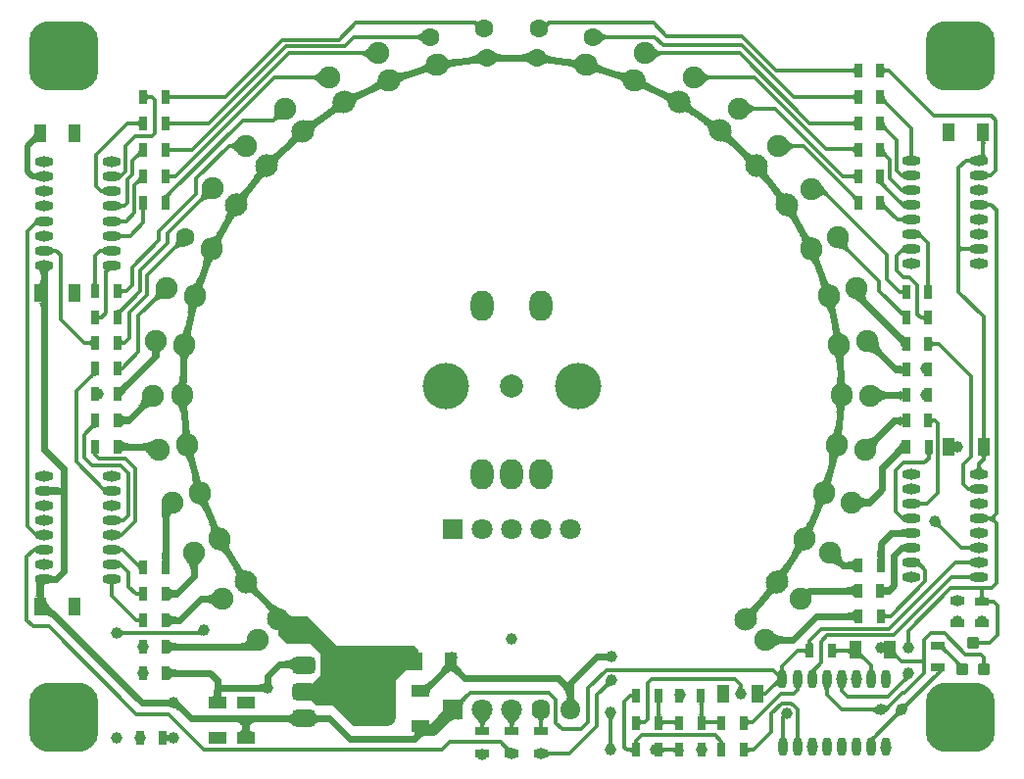
<source format=gtl>
G04 Layer_Physical_Order=1*
G04 Layer_Color=255*
%FSLAX44Y44*%
%MOMM*%
G71*
G01*
G75*
%ADD10R,1.0000X1.6000*%
%ADD11R,1.6000X1.0000*%
%ADD12O,1.6000X0.8000*%
%ADD13R,1.3000X0.7000*%
%ADD14R,0.7000X1.3000*%
G04:AMPARAMS|DCode=15|XSize=1.5mm|YSize=2mm|CornerRadius=0.375mm|HoleSize=0mm|Usage=FLASHONLY|Rotation=270.000|XOffset=0mm|YOffset=0mm|HoleType=Round|Shape=RoundedRectangle|*
%AMROUNDEDRECTD15*
21,1,1.5000,1.2500,0,0,270.0*
21,1,0.7500,2.0000,0,0,270.0*
1,1,0.7500,-0.6250,-0.3750*
1,1,0.7500,-0.6250,0.3750*
1,1,0.7500,0.6250,0.3750*
1,1,0.7500,0.6250,-0.3750*
%
%ADD15ROUNDEDRECTD15*%
G04:AMPARAMS|DCode=16|XSize=6mm|YSize=3mm|CornerRadius=0.75mm|HoleSize=0mm|Usage=FLASHONLY|Rotation=270.000|XOffset=0mm|YOffset=0mm|HoleType=Round|Shape=RoundedRectangle|*
%AMROUNDEDRECTD16*
21,1,6.0000,1.5000,0,0,270.0*
21,1,4.5000,3.0000,0,0,270.0*
1,1,1.5000,-0.7500,-2.2500*
1,1,1.5000,-0.7500,2.2500*
1,1,1.5000,0.7500,2.2500*
1,1,1.5000,0.7500,-2.2500*
%
%ADD16ROUNDEDRECTD16*%
%ADD17O,0.8000X1.6000*%
G04:AMPARAMS|DCode=18|XSize=1mm|YSize=1mm|CornerRadius=0.1mm|HoleSize=0mm|Usage=FLASHONLY|Rotation=0.000|XOffset=0mm|YOffset=0mm|HoleType=Round|Shape=RoundedRectangle|*
%AMROUNDEDRECTD18*
21,1,1.0000,0.8000,0,0,0.0*
21,1,0.8000,1.0000,0,0,0.0*
1,1,0.2000,0.4000,-0.4000*
1,1,0.2000,-0.4000,-0.4000*
1,1,0.2000,-0.4000,0.4000*
1,1,0.2000,0.4000,0.4000*
%
%ADD18ROUNDEDRECTD18*%
%ADD19C,0.3000*%
%ADD20C,0.6000*%
%ADD21C,0.5000*%
%ADD22C,1.0000*%
%ADD23C,1.8000*%
%ADD24R,1.8000X1.8000*%
%ADD25C,4.0000*%
%ADD26O,2.0000X2.6000*%
%ADD27C,1.9000*%
G04:AMPARAMS|DCode=28|XSize=1.9mm|YSize=2mm|CornerRadius=0mm|HoleSize=0mm|Usage=FLASHONLY|Rotation=225.000|XOffset=0mm|YOffset=0mm|HoleType=Round|Shape=Round|*
%AMOVALD28*
21,1,0.1000,1.9000,0.0000,0.0000,315.0*
1,1,1.9000,-0.0353,0.0353*
1,1,1.9000,0.0353,-0.0353*
%
%ADD28OVALD28*%

G04:AMPARAMS|DCode=29|XSize=1.9mm|YSize=2mm|CornerRadius=0mm|HoleSize=0mm|Usage=FLASHONLY|Rotation=157.434|XOffset=0mm|YOffset=0mm|HoleType=Round|Shape=Round|*
%AMOVALD29*
21,1,0.1000,1.9000,0.0000,0.0000,247.4*
1,1,1.9000,0.0192,0.0462*
1,1,1.9000,-0.0192,-0.0462*
%
%ADD29OVALD29*%

%ADD30C,1.6000*%
G04:AMPARAMS|DCode=31|XSize=1.9mm|YSize=2mm|CornerRadius=0mm|HoleSize=0mm|Usage=FLASHONLY|Rotation=15.844|XOffset=0mm|YOffset=0mm|HoleType=Round|Shape=Round|*
%AMOVALD31*
21,1,0.1000,1.9000,0.0000,0.0000,105.8*
1,1,1.9000,0.0137,-0.0481*
1,1,1.9000,-0.0137,0.0481*
%
%ADD31OVALD31*%

G04:AMPARAMS|DCode=32|XSize=1.9mm|YSize=2mm|CornerRadius=0mm|HoleSize=0mm|Usage=FLASHONLY|Rotation=216.983|XOffset=0mm|YOffset=0mm|HoleType=Round|Shape=Round|*
%AMOVALD32*
21,1,0.1000,1.9000,0.0000,0.0000,307.0*
1,1,1.9000,-0.0301,0.0399*
1,1,1.9000,0.0301,-0.0399*
%
%ADD32OVALD32*%

G04:AMPARAMS|DCode=33|XSize=1.9mm|YSize=2mm|CornerRadius=0mm|HoleSize=0mm|Usage=FLASHONLY|Rotation=143.853|XOffset=0mm|YOffset=0mm|HoleType=Round|Shape=Round|*
%AMOVALD33*
21,1,0.1000,1.9000,0.0000,0.0000,233.9*
1,1,1.9000,0.0295,0.0404*
1,1,1.9000,-0.0295,-0.0404*
%
%ADD33OVALD33*%

G04:AMPARAMS|DCode=34|XSize=1.9mm|YSize=2mm|CornerRadius=0mm|HoleSize=0mm|Usage=FLASHONLY|Rotation=76.940|XOffset=0mm|YOffset=0mm|HoleType=Round|Shape=Round|*
%AMOVALD34*
21,1,0.1000,1.9000,0.0000,0.0000,166.9*
1,1,1.9000,0.0487,-0.0113*
1,1,1.9000,-0.0487,0.0113*
%
%ADD34OVALD34*%

G04:AMPARAMS|DCode=35|XSize=1.9mm|YSize=2mm|CornerRadius=0mm|HoleSize=0mm|Usage=FLASHONLY|Rotation=7.259|XOffset=0mm|YOffset=0mm|HoleType=Round|Shape=Round|*
%AMOVALD35*
21,1,0.1000,1.9000,0.0000,0.0000,97.3*
1,1,1.9000,0.0063,-0.0496*
1,1,1.9000,-0.0063,0.0496*
%
%ADD35OVALD35*%

G04:AMPARAMS|DCode=36|XSize=1.9mm|YSize=2mm|CornerRadius=0mm|HoleSize=0mm|Usage=FLASHONLY|Rotation=207.583|XOffset=0mm|YOffset=0mm|HoleType=Round|Shape=Round|*
%AMOVALD36*
21,1,0.1000,1.9000,0.0000,0.0000,297.6*
1,1,1.9000,-0.0232,0.0443*
1,1,1.9000,0.0232,-0.0443*
%
%ADD36OVALD36*%

G04:AMPARAMS|DCode=37|XSize=1.9mm|YSize=2mm|CornerRadius=0mm|HoleSize=0mm|Usage=FLASHONLY|Rotation=137.905|XOffset=0mm|YOffset=0mm|HoleType=Round|Shape=Round|*
%AMOVALD37*
21,1,0.1000,1.9000,0.0000,0.0000,227.9*
1,1,1.9000,0.0335,0.0371*
1,1,1.9000,-0.0335,-0.0371*
%
%ADD37OVALD37*%

G04:AMPARAMS|DCode=38|XSize=1.9mm|YSize=2mm|CornerRadius=0mm|HoleSize=0mm|Usage=FLASHONLY|Rotation=68.227|XOffset=0mm|YOffset=0mm|HoleType=Round|Shape=Round|*
%AMOVALD38*
21,1,0.1000,1.9000,0.0000,0.0000,158.2*
1,1,1.9000,0.0464,-0.0186*
1,1,1.9000,-0.0464,0.0186*
%
%ADD38OVALD38*%

G04:AMPARAMS|DCode=39|XSize=1.9mm|YSize=2mm|CornerRadius=0mm|HoleSize=0mm|Usage=FLASHONLY|Rotation=358.549|XOffset=0mm|YOffset=0mm|HoleType=Round|Shape=Round|*
%AMOVALD39*
21,1,0.1000,1.9000,0.0000,0.0000,88.5*
1,1,1.9000,-0.0013,-0.0500*
1,1,1.9000,0.0013,0.0500*
%
%ADD39OVALD39*%

G04:AMPARAMS|DCode=40|XSize=1.9mm|YSize=2mm|CornerRadius=0mm|HoleSize=0mm|Usage=FLASHONLY|Rotation=198.889|XOffset=0mm|YOffset=0mm|HoleType=Round|Shape=Round|*
%AMOVALD40*
21,1,0.1000,1.9000,0.0000,0.0000,288.9*
1,1,1.9000,-0.0162,0.0473*
1,1,1.9000,0.0162,-0.0473*
%
%ADD40OVALD40*%

G04:AMPARAMS|DCode=41|XSize=1.9mm|YSize=2mm|CornerRadius=0mm|HoleSize=0mm|Usage=FLASHONLY|Rotation=129.199|XOffset=0mm|YOffset=0mm|HoleType=Round|Shape=Round|*
%AMOVALD41*
21,1,0.1000,1.9000,0.0000,0.0000,219.2*
1,1,1.9000,0.0387,0.0316*
1,1,1.9000,-0.0387,-0.0316*
%
%ADD41OVALD41*%

G04:AMPARAMS|DCode=42|XSize=1.9mm|YSize=2mm|CornerRadius=0mm|HoleSize=0mm|Usage=FLASHONLY|Rotation=59.517|XOffset=0mm|YOffset=0mm|HoleType=Round|Shape=Round|*
%AMOVALD42*
21,1,0.1000,1.9000,0.0000,0.0000,149.5*
1,1,1.9000,0.0431,-0.0254*
1,1,1.9000,-0.0431,0.0254*
%
%ADD42OVALD42*%

G04:AMPARAMS|DCode=43|XSize=1.9mm|YSize=2mm|CornerRadius=0mm|HoleSize=0mm|Usage=FLASHONLY|Rotation=349.821|XOffset=0mm|YOffset=0mm|HoleType=Round|Shape=Round|*
%AMOVALD43*
21,1,0.1000,1.9000,0.0000,0.0000,79.8*
1,1,1.9000,-0.0088,-0.0492*
1,1,1.9000,0.0088,0.0492*
%
%ADD43OVALD43*%

G04:AMPARAMS|DCode=44|XSize=1.9mm|YSize=2mm|CornerRadius=0mm|HoleSize=0mm|Usage=FLASHONLY|Rotation=190.163|XOffset=0mm|YOffset=0mm|HoleType=Round|Shape=Round|*
%AMOVALD44*
21,1,0.1000,1.9000,0.0000,0.0000,280.2*
1,1,1.9000,-0.0088,0.0492*
1,1,1.9000,0.0088,-0.0492*
%
%ADD44OVALD44*%

G04:AMPARAMS|DCode=45|XSize=1.9mm|YSize=2mm|CornerRadius=0mm|HoleSize=0mm|Usage=FLASHONLY|Rotation=120.486|XOffset=0mm|YOffset=0mm|HoleType=Round|Shape=Round|*
%AMOVALD45*
21,1,0.1000,1.9000,0.0000,0.0000,210.5*
1,1,1.9000,0.0431,0.0254*
1,1,1.9000,-0.0431,-0.0254*
%
%ADD45OVALD45*%

G04:AMPARAMS|DCode=46|XSize=1.9mm|YSize=2mm|CornerRadius=0mm|HoleSize=0mm|Usage=FLASHONLY|Rotation=50.807|XOffset=0mm|YOffset=0mm|HoleType=Round|Shape=Round|*
%AMOVALD46*
21,1,0.1000,1.9000,0.0000,0.0000,140.8*
1,1,1.9000,0.0387,-0.0316*
1,1,1.9000,-0.0387,0.0316*
%
%ADD46OVALD46*%

G04:AMPARAMS|DCode=47|XSize=1.9mm|YSize=2mm|CornerRadius=0mm|HoleSize=0mm|Usage=FLASHONLY|Rotation=341.100|XOffset=0mm|YOffset=0mm|HoleType=Round|Shape=Round|*
%AMOVALD47*
21,1,0.1000,1.9000,0.0000,0.0000,71.1*
1,1,1.9000,-0.0162,-0.0473*
1,1,1.9000,0.0162,0.0473*
%
%ADD47OVALD47*%

G04:AMPARAMS|DCode=48|XSize=1.9mm|YSize=2mm|CornerRadius=0mm|HoleSize=0mm|Usage=FLASHONLY|Rotation=181.453|XOffset=0mm|YOffset=0mm|HoleType=Round|Shape=Round|*
%AMOVALD48*
21,1,0.1000,1.9000,0.0000,0.0000,271.5*
1,1,1.9000,-0.0013,0.0500*
1,1,1.9000,0.0013,-0.0500*
%
%ADD48OVALD48*%

G04:AMPARAMS|DCode=49|XSize=1.9mm|YSize=2mm|CornerRadius=0mm|HoleSize=0mm|Usage=FLASHONLY|Rotation=111.776|XOffset=0mm|YOffset=0mm|HoleType=Round|Shape=Round|*
%AMOVALD49*
21,1,0.1000,1.9000,0.0000,0.0000,201.8*
1,1,1.9000,0.0464,0.0186*
1,1,1.9000,-0.0464,-0.0186*
%
%ADD49OVALD49*%

G04:AMPARAMS|DCode=50|XSize=1.9mm|YSize=2mm|CornerRadius=0mm|HoleSize=0mm|Usage=FLASHONLY|Rotation=42.098|XOffset=0mm|YOffset=0mm|HoleType=Round|Shape=Round|*
%AMOVALD50*
21,1,0.1000,1.9000,0.0000,0.0000,132.1*
1,1,1.9000,0.0335,-0.0371*
1,1,1.9000,-0.0335,0.0371*
%
%ADD50OVALD50*%

G04:AMPARAMS|DCode=51|XSize=1.9mm|YSize=2mm|CornerRadius=0mm|HoleSize=0mm|Usage=FLASHONLY|Rotation=332.467|XOffset=0mm|YOffset=0mm|HoleType=Round|Shape=Round|*
%AMOVALD51*
21,1,0.1000,1.9000,0.0000,0.0000,62.5*
1,1,1.9000,-0.0231,-0.0443*
1,1,1.9000,0.0231,0.0443*
%
%ADD51OVALD51*%

G04:AMPARAMS|DCode=52|XSize=1.9mm|YSize=2mm|CornerRadius=0mm|HoleSize=0mm|Usage=FLASHONLY|Rotation=172.744|XOffset=0mm|YOffset=0mm|HoleType=Round|Shape=Round|*
%AMOVALD52*
21,1,0.1000,1.9000,0.0000,0.0000,262.7*
1,1,1.9000,0.0063,0.0496*
1,1,1.9000,-0.0063,-0.0496*
%
%ADD52OVALD52*%

G04:AMPARAMS|DCode=53|XSize=1.9mm|YSize=2mm|CornerRadius=0mm|HoleSize=0mm|Usage=FLASHONLY|Rotation=103.066|XOffset=0mm|YOffset=0mm|HoleType=Round|Shape=Round|*
%AMOVALD53*
21,1,0.1000,1.9000,0.0000,0.0000,193.1*
1,1,1.9000,0.0487,0.0113*
1,1,1.9000,-0.0487,-0.0113*
%
%ADD53OVALD53*%

G04:AMPARAMS|DCode=54|XSize=1.9mm|YSize=2mm|CornerRadius=0mm|HoleSize=0mm|Usage=FLASHONLY|Rotation=33.388|XOffset=0mm|YOffset=0mm|HoleType=Round|Shape=Round|*
%AMOVALD54*
21,1,0.1000,1.9000,0.0000,0.0000,123.4*
1,1,1.9000,0.0275,-0.0418*
1,1,1.9000,-0.0275,0.0418*
%
%ADD54OVALD54*%

G04:AMPARAMS|DCode=55|XSize=1.9mm|YSize=2mm|CornerRadius=0mm|HoleSize=0mm|Usage=FLASHONLY|Rotation=163.883|XOffset=0mm|YOffset=0mm|HoleType=Round|Shape=Round|*
%AMOVALD55*
21,1,0.1000,1.9000,0.0000,0.0000,253.9*
1,1,1.9000,0.0139,0.0480*
1,1,1.9000,-0.0139,-0.0480*
%
%ADD55OVALD55*%

G04:AMPARAMS|DCode=56|XSize=1.9mm|YSize=2mm|CornerRadius=0mm|HoleSize=0mm|Usage=FLASHONLY|Rotation=24.678|XOffset=0mm|YOffset=0mm|HoleType=Round|Shape=Round|*
%AMOVALD56*
21,1,0.1000,1.9000,0.0000,0.0000,114.7*
1,1,1.9000,0.0209,-0.0454*
1,1,1.9000,-0.0209,0.0454*
%
%ADD56OVALD56*%

G04:AMPARAMS|DCode=57|XSize=1.9mm|YSize=2mm|CornerRadius=0mm|HoleSize=0mm|Usage=FLASHONLY|Rotation=315.063|XOffset=0mm|YOffset=0mm|HoleType=Round|Shape=Round|*
%AMOVALD57*
21,1,0.1000,1.9000,0.0000,0.0000,45.1*
1,1,1.9000,-0.0353,-0.0354*
1,1,1.9000,0.0353,0.0354*
%
%ADD57OVALD57*%

G04:AMPARAMS|DCode=58|XSize=6mm|YSize=6mm|CornerRadius=1.8mm|HoleSize=0mm|Usage=FLASHONLY|Rotation=0.000|XOffset=0mm|YOffset=0mm|HoleType=Round|Shape=RoundedRectangle|*
%AMROUNDEDRECTD58*
21,1,6.0000,2.4000,0,0,0.0*
21,1,2.4000,6.0000,0,0,0.0*
1,1,3.6000,1.2000,-1.2000*
1,1,3.6000,-1.2000,-1.2000*
1,1,3.6000,-1.2000,1.2000*
1,1,3.6000,1.2000,1.2000*
%
%ADD58ROUNDEDRECTD58*%
%ADD59C,2.0000*%
%ADD60O,1.6000X1.8000*%
%ADD61O,1.7000X1.8000*%
%ADD62C,1.0000*%
G36*
X228950Y-178798D02*
X228472Y-178484D01*
X227941Y-178326D01*
X227354Y-178323D01*
X226713Y-178475D01*
X226018Y-178782D01*
X225267Y-179245D01*
X224462Y-179862D01*
X223602Y-180635D01*
X222688Y-181562D01*
X221719Y-182645D01*
X217165Y-178738D01*
X218094Y-177611D01*
X219516Y-175588D01*
X220010Y-174693D01*
X220358Y-173876D01*
X220561Y-173136D01*
X220619Y-172473D01*
X220532Y-171888D01*
X220299Y-171381D01*
X219921Y-170951D01*
X228950Y-178798D01*
D02*
G37*
G36*
X321989Y-172961D02*
X322092Y-173027D01*
X322263Y-173086D01*
X322502Y-173136D01*
X322810Y-173179D01*
X323630Y-173241D01*
X325374Y-173276D01*
Y-179276D01*
X324724Y-179280D01*
X322502Y-179416D01*
X322263Y-179466D01*
X322092Y-179525D01*
X321989Y-179591D01*
X321955Y-179664D01*
Y-172887D01*
X321989Y-172961D01*
D02*
G37*
G36*
X-401670Y-170423D02*
X-402240Y-170374D01*
X-402750Y-170470D01*
X-403200Y-170711D01*
X-403590Y-171097D01*
X-403920Y-171627D01*
X-404190Y-172303D01*
X-404400Y-173123D01*
X-404550Y-174088D01*
X-404640Y-175199D01*
X-404666Y-176273D01*
X-404650Y-177162D01*
X-404493Y-179083D01*
X-404355Y-179862D01*
X-404178Y-180522D01*
X-403961Y-181063D01*
X-403705Y-181483D01*
X-403410Y-181782D01*
X-403075Y-181963D01*
X-402701Y-182022D01*
X-412640D01*
X-412265Y-181963D01*
X-411931Y-181782D01*
X-411635Y-181483D01*
X-411379Y-181063D01*
X-411162Y-180522D01*
X-410985Y-179862D01*
X-410847Y-179083D01*
X-410749Y-178183D01*
X-410672Y-176079D01*
X-410677Y-175107D01*
X-411031Y-169576D01*
X-411142Y-169079D01*
X-411267Y-168705D01*
X-411407Y-168452D01*
X-401670Y-170423D01*
D02*
G37*
G36*
X-342725Y-170404D02*
X-342980Y-170495D01*
X-343205Y-170646D01*
X-343400Y-170858D01*
X-343565Y-171131D01*
X-343700Y-171464D01*
X-343805Y-171858D01*
X-343880Y-172313D01*
X-343925Y-172828D01*
X-343940Y-173404D01*
X-346940D01*
X-346955Y-172828D01*
X-347000Y-172313D01*
X-347075Y-171858D01*
X-347180Y-171464D01*
X-347315Y-171131D01*
X-347480Y-170858D01*
X-347675Y-170646D01*
X-347900Y-170495D01*
X-348155Y-170404D01*
X-348440Y-170373D01*
X-342440D01*
X-342725Y-170404D01*
D02*
G37*
G36*
X407661Y-179780D02*
X407706Y-180296D01*
X407781Y-180750D01*
X407886Y-181144D01*
X408021Y-181477D01*
X408186Y-181750D01*
X408381Y-181962D01*
X408606Y-182114D01*
X408861Y-182205D01*
X409146Y-182235D01*
X403146D01*
X403431Y-182205D01*
X403686Y-182114D01*
X403911Y-181962D01*
X404106Y-181750D01*
X404271Y-181477D01*
X404406Y-181144D01*
X404511Y-180750D01*
X404586Y-180296D01*
X404631Y-179780D01*
X404646Y-179205D01*
X407646D01*
X407661Y-179780D01*
D02*
G37*
G36*
X295773Y-182276D02*
X295713Y-181706D01*
X295532Y-181196D01*
X295230Y-180746D01*
X294808Y-180356D01*
X294265Y-180026D01*
X293602Y-179756D01*
X292818Y-179546D01*
X291914Y-179396D01*
X290888Y-179306D01*
X289743Y-179276D01*
Y-173276D01*
X290888Y-173246D01*
X291914Y-173156D01*
X292818Y-173006D01*
X293602Y-172796D01*
X294265Y-172526D01*
X294808Y-172196D01*
X295230Y-171806D01*
X295532Y-171356D01*
X295713Y-170846D01*
X295773Y-170276D01*
Y-182276D01*
D02*
G37*
G36*
X-220338Y-170413D02*
X-220530Y-170937D01*
X-220572Y-171527D01*
X-220464Y-172183D01*
X-220205Y-172905D01*
X-219796Y-173694D01*
X-219237Y-174548D01*
X-218528Y-175468D01*
X-217668Y-176454D01*
X-216658Y-177506D01*
X-220849Y-181800D01*
X-221903Y-180788D01*
X-223811Y-179218D01*
X-224664Y-178660D01*
X-225450Y-178254D01*
X-226169Y-177998D01*
X-226821Y-177894D01*
X-227407Y-177942D01*
X-227925Y-178140D01*
X-228376Y-178490D01*
X-219996Y-169955D01*
X-220338Y-170413D01*
D02*
G37*
G36*
X-321955Y-181950D02*
X-321984Y-181688D01*
X-322071Y-181453D01*
X-322217Y-181246D01*
X-322421Y-181067D01*
X-322683Y-180915D01*
X-323003Y-180791D01*
X-323381Y-180694D01*
X-323818Y-180625D01*
X-324313Y-180584D01*
X-324866Y-180570D01*
Y-177570D01*
X-324313Y-177556D01*
X-323818Y-177515D01*
X-323381Y-177446D01*
X-323003Y-177349D01*
X-322683Y-177225D01*
X-322421Y-177073D01*
X-322217Y-176894D01*
X-322071Y-176686D01*
X-321984Y-176452D01*
X-321955Y-176189D01*
Y-181950D01*
D02*
G37*
G36*
X353355Y-151591D02*
X353443Y-151838D01*
X353570Y-152106D01*
X353736Y-152394D01*
X353942Y-152704D01*
X354471Y-153383D01*
X354795Y-153754D01*
X355560Y-154557D01*
X354234Y-157474D01*
X353708Y-156968D01*
X352775Y-156204D01*
X352368Y-155944D01*
X352002Y-155767D01*
X351675Y-155672D01*
X351389Y-155660D01*
X351142Y-155729D01*
X350936Y-155880D01*
X350769Y-156113D01*
X353307Y-151364D01*
X353355Y-151591D01*
D02*
G37*
G36*
X-337894Y-151668D02*
X-337731Y-151785D01*
X-337487Y-151991D01*
X-336260Y-153135D01*
X-334295Y-155073D01*
X-335833Y-157779D01*
X-336365Y-157267D01*
X-337284Y-156518D01*
X-337670Y-156280D01*
X-338007Y-156133D01*
X-338296Y-156077D01*
X-338536Y-156112D01*
X-338727Y-156238D01*
X-338869Y-156456D01*
X-338963Y-156764D01*
X-337973Y-151698D01*
X-337974Y-151639D01*
X-337894Y-151668D01*
D02*
G37*
G36*
X-321955Y-159523D02*
X-321987Y-159094D01*
X-322084Y-158642D01*
X-322244Y-158168D01*
X-322469Y-157671D01*
X-322758Y-157152D01*
X-323111Y-156610D01*
X-323529Y-156046D01*
X-324557Y-154851D01*
X-325168Y-154220D01*
X-324107Y-151038D01*
X-323698Y-151425D01*
X-323332Y-151726D01*
X-323009Y-151942D01*
X-322730Y-152071D01*
X-322493Y-152114D01*
X-322299Y-152071D01*
X-322149Y-151942D01*
X-322041Y-151726D01*
X-321977Y-151425D01*
X-321955Y-151038D01*
Y-159523D01*
D02*
G37*
G36*
X284413Y-144401D02*
X284496Y-145362D01*
X284642Y-146282D01*
X284851Y-147162D01*
X285123Y-148001D01*
X285456Y-148799D01*
X285853Y-149557D01*
X286312Y-150274D01*
X286833Y-150951D01*
X287418Y-151587D01*
X283175Y-155829D01*
X282539Y-155245D01*
X281863Y-154724D01*
X281146Y-154264D01*
X280388Y-153868D01*
X279589Y-153534D01*
X278750Y-153263D01*
X277871Y-153054D01*
X276950Y-152908D01*
X275989Y-152824D01*
X274987Y-152803D01*
X284391Y-143399D01*
X284413Y-144401D01*
D02*
G37*
G36*
X296027Y-160432D02*
X295967Y-159862D01*
X295786Y-159352D01*
X295484Y-158902D01*
X295062Y-158512D01*
X294519Y-158182D01*
X293856Y-157912D01*
X293072Y-157702D01*
X292167Y-157552D01*
X291142Y-157462D01*
X289996Y-157432D01*
Y-151432D01*
X291142Y-151402D01*
X292167Y-151312D01*
X293072Y-151162D01*
X293856Y-150952D01*
X294519Y-150682D01*
X295062Y-150352D01*
X295484Y-149962D01*
X295786Y-149512D01*
X295967Y-149002D01*
X296027Y-148432D01*
Y-160432D01*
D02*
G37*
G36*
X-234564Y-155182D02*
X-233063Y-157138D01*
X-232358Y-157874D01*
X-231684Y-158449D01*
X-231039Y-158862D01*
X-230425Y-159115D01*
X-229841Y-159206D01*
X-229287Y-159135D01*
X-228764Y-158904D01*
X-238961Y-165166D01*
X-238518Y-164804D01*
X-238207Y-164345D01*
X-238028Y-163786D01*
X-237981Y-163129D01*
X-238065Y-162373D01*
X-238281Y-161519D01*
X-238629Y-160567D01*
X-239108Y-159516D01*
X-239719Y-158366D01*
X-240462Y-157118D01*
X-235359Y-153963D01*
X-234564Y-155182D01*
D02*
G37*
G36*
X-268808Y-151049D02*
X-269429Y-151788D01*
X-269976Y-152542D01*
X-270451Y-153312D01*
X-270852Y-154097D01*
X-271181Y-154898D01*
X-271436Y-155714D01*
X-271619Y-156546D01*
X-271728Y-157393D01*
X-271765Y-158256D01*
X-277765D01*
X-277801Y-157393D01*
X-277911Y-156546D01*
X-278093Y-155714D01*
X-278349Y-154898D01*
X-278677Y-154097D01*
X-279079Y-153312D01*
X-279553Y-152542D01*
X-280101Y-151788D01*
X-280721Y-151049D01*
X-281415Y-150326D01*
X-268115D01*
X-268808Y-151049D01*
D02*
G37*
G36*
X240295Y-157354D02*
X239552Y-158603D01*
X238460Y-160804D01*
X238112Y-161757D01*
X237895Y-162611D01*
X237810Y-163367D01*
X237857Y-164024D01*
X238035Y-164582D01*
X238346Y-165042D01*
X238787Y-165403D01*
X228598Y-159138D01*
X229121Y-159369D01*
X229675Y-159439D01*
X230259Y-159348D01*
X230874Y-159094D01*
X231520Y-158680D01*
X232195Y-158103D01*
X232901Y-157365D01*
X233638Y-156465D01*
X234405Y-155404D01*
X235203Y-154181D01*
X240295Y-157354D01*
D02*
G37*
G36*
X-295713Y-173640D02*
X-295532Y-174150D01*
X-295230Y-174600D01*
X-294808Y-174990D01*
X-294265Y-175320D01*
X-293602Y-175590D01*
X-292818Y-175800D01*
X-291914Y-175950D01*
X-290888Y-176040D01*
X-289743Y-176070D01*
Y-182070D01*
X-290888Y-182100D01*
X-291914Y-182190D01*
X-292818Y-182340D01*
X-293602Y-182550D01*
X-294265Y-182820D01*
X-294808Y-183150D01*
X-295230Y-183540D01*
X-295532Y-183990D01*
X-295713Y-184500D01*
X-295773Y-185070D01*
Y-173070D01*
X-295713Y-173640D01*
D02*
G37*
G36*
X-337664Y-209986D02*
X-337264Y-210326D01*
X-336858Y-210626D01*
X-336446Y-210886D01*
X-336029Y-211106D01*
X-335607Y-211286D01*
X-335178Y-211426D01*
X-334745Y-211526D01*
X-334305Y-211586D01*
X-333860Y-211606D01*
Y-214606D01*
X-334305Y-214626D01*
X-334745Y-214686D01*
X-335178Y-214786D01*
X-335607Y-214926D01*
X-336029Y-215106D01*
X-336446Y-215326D01*
X-336858Y-215586D01*
X-337264Y-215886D01*
X-337664Y-216226D01*
X-338059Y-216606D01*
Y-209606D01*
X-337664Y-209986D01*
D02*
G37*
G36*
X258814Y-219970D02*
X258849Y-220430D01*
X258908Y-220835D01*
X258990Y-221187D01*
X259096Y-221485D01*
X259225Y-221728D01*
X259377Y-221917D01*
X259554Y-222053D01*
X259753Y-222134D01*
X259977Y-222161D01*
X254627D01*
X254851Y-222134D01*
X255050Y-222053D01*
X255226Y-221917D01*
X255379Y-221728D01*
X255508Y-221485D01*
X255614Y-221187D01*
X255696Y-220835D01*
X255755Y-220430D01*
X255790Y-219970D01*
X255802Y-219456D01*
X258802D01*
X258814Y-219970D01*
D02*
G37*
G36*
X-295713Y-196500D02*
X-295532Y-197010D01*
X-295230Y-197460D01*
X-294808Y-197850D01*
X-294265Y-198180D01*
X-293602Y-198450D01*
X-292818Y-198660D01*
X-291914Y-198810D01*
X-290888Y-198900D01*
X-289743Y-198930D01*
Y-204930D01*
X-290888Y-204960D01*
X-291914Y-205050D01*
X-292818Y-205200D01*
X-293602Y-205410D01*
X-294265Y-205680D01*
X-294808Y-206010D01*
X-295230Y-206400D01*
X-295532Y-206850D01*
X-295713Y-207360D01*
X-295773Y-207930D01*
Y-195930D01*
X-295713Y-196500D01*
D02*
G37*
G36*
X-267468Y-215326D02*
X-267916Y-215189D01*
X-269250Y-214865D01*
X-269692Y-214786D01*
X-271011Y-214635D01*
X-271448Y-214613D01*
X-271884Y-214606D01*
X-273829Y-211606D01*
X-273351Y-211584D01*
X-272913Y-211516D01*
X-272513Y-211404D01*
X-272151Y-211248D01*
X-271828Y-211046D01*
X-271544Y-210799D01*
X-271298Y-210508D01*
X-271091Y-210172D01*
X-270922Y-209791D01*
X-270792Y-209365D01*
X-267468Y-215326D01*
D02*
G37*
G36*
X-221562Y-228405D02*
X-222105Y-228289D01*
X-222772Y-228184D01*
X-224479Y-228012D01*
X-227973Y-227845D01*
X-232587Y-227790D01*
X-234044Y-221790D01*
X-233116Y-221750D01*
X-232273Y-221631D01*
X-231515Y-221432D01*
X-230843Y-221154D01*
X-230256Y-220796D01*
X-229754Y-220359D01*
X-229338Y-219842D01*
X-229007Y-219246D01*
X-228761Y-218570D01*
X-228601Y-217815D01*
X-221562Y-228405D01*
D02*
G37*
G36*
X374534Y-224056D02*
X374422Y-224299D01*
X374404Y-224595D01*
X374479Y-224942D01*
X374647Y-225340D01*
X374909Y-225790D01*
X375264Y-226292D01*
X375713Y-226845D01*
X376891Y-228106D01*
X374967Y-230425D01*
X374186Y-229666D01*
X372178Y-227971D01*
X371620Y-227600D01*
X371117Y-227328D01*
X370670Y-227153D01*
X370279Y-227076D01*
X369944Y-227096D01*
X369664Y-227213D01*
X374739Y-223864D01*
X374534Y-224056D01*
D02*
G37*
G36*
X403260Y-218773D02*
X403351Y-219028D01*
X403503Y-219253D01*
X403715Y-219448D01*
X403988Y-219613D01*
X404321Y-219748D01*
X404715Y-219853D01*
X405169Y-219928D01*
X405685Y-219973D01*
X406260Y-219988D01*
Y-222988D01*
X405685Y-223003D01*
X405169Y-223048D01*
X404715Y-223123D01*
X404321Y-223228D01*
X403988Y-223363D01*
X403715Y-223528D01*
X403503Y-223723D01*
X403351Y-223948D01*
X403260Y-224203D01*
X403230Y-224488D01*
Y-218488D01*
X403260Y-218773D01*
D02*
G37*
G36*
X226949Y-213002D02*
X227688Y-213623D01*
X228442Y-214170D01*
X229212Y-214645D01*
X229997Y-215046D01*
X230798Y-215375D01*
X231614Y-215630D01*
X232446Y-215813D01*
X233293Y-215922D01*
X234155Y-215959D01*
Y-221959D01*
X233293Y-221995D01*
X232446Y-222105D01*
X231614Y-222287D01*
X230798Y-222543D01*
X229997Y-222871D01*
X229212Y-223273D01*
X228442Y-223747D01*
X227688Y-224295D01*
X226949Y-224915D01*
X226226Y-225609D01*
Y-212309D01*
X226949Y-213002D01*
D02*
G37*
G36*
X214122Y-191491D02*
X213198Y-192613D01*
X211786Y-194624D01*
X211297Y-195513D01*
X210953Y-196325D01*
X210755Y-197059D01*
X210701Y-197716D01*
X210793Y-198295D01*
X211029Y-198797D01*
X211411Y-199221D01*
X202290Y-191482D01*
X202773Y-191790D01*
X203309Y-191943D01*
X203901Y-191941D01*
X204547Y-191784D01*
X205248Y-191471D01*
X206004Y-191003D01*
X206814Y-190380D01*
X207679Y-189602D01*
X208598Y-188668D01*
X209573Y-187580D01*
X214122Y-191491D01*
D02*
G37*
G36*
X-206003Y-188125D02*
X-205278Y-188744D01*
X-204519Y-189326D01*
X-202896Y-190381D01*
X-202034Y-190854D01*
X-200205Y-191690D01*
X-199238Y-192054D01*
X-198238Y-192381D01*
X-210187Y-196692D01*
X-209652Y-196423D01*
X-209290Y-196066D01*
X-209102Y-195620D01*
X-209086Y-195086D01*
X-209244Y-194463D01*
X-209574Y-193752D01*
X-210078Y-192952D01*
X-210756Y-192063D01*
X-211606Y-191086D01*
X-212629Y-190020D01*
X-206694Y-187470D01*
X-206003Y-188125D01*
D02*
G37*
G36*
X412645Y-182959D02*
X412735Y-183214D01*
X412886Y-183439D01*
X413096Y-183634D01*
X413366Y-183799D01*
X413695Y-183934D01*
X414086Y-184039D01*
X414535Y-184114D01*
X415046Y-184159D01*
X415616Y-184174D01*
Y-187174D01*
X415046Y-187189D01*
X414535Y-187234D01*
X414086Y-187309D01*
X413695Y-187414D01*
X413366Y-187549D01*
X413096Y-187714D01*
X412886Y-187909D01*
X412735Y-188134D01*
X412645Y-188389D01*
X412616Y-188674D01*
Y-182674D01*
X412645Y-182959D01*
D02*
G37*
G36*
X-256463Y-190388D02*
X-257186Y-189694D01*
X-257925Y-189074D01*
X-258679Y-188526D01*
X-259449Y-188052D01*
X-260234Y-187650D01*
X-261035Y-187322D01*
X-261851Y-187066D01*
X-262683Y-186884D01*
X-263530Y-186774D01*
X-264392Y-186738D01*
Y-180738D01*
X-263530Y-180701D01*
X-262683Y-180592D01*
X-261851Y-180409D01*
X-261035Y-180154D01*
X-260234Y-179825D01*
X-259449Y-179424D01*
X-258679Y-178949D01*
X-257925Y-178402D01*
X-257186Y-177781D01*
X-256463Y-177088D01*
Y-190388D01*
D02*
G37*
G36*
X296027Y-204374D02*
X295967Y-203804D01*
X295786Y-203294D01*
X295484Y-202844D01*
X295062Y-202454D01*
X294519Y-202124D01*
X293856Y-201854D01*
X293072Y-201644D01*
X292167Y-201494D01*
X291142Y-201404D01*
X289996Y-201374D01*
Y-195374D01*
X291142Y-195344D01*
X292167Y-195254D01*
X293072Y-195104D01*
X293856Y-194894D01*
X294519Y-194624D01*
X295062Y-194294D01*
X295484Y-193904D01*
X295786Y-193454D01*
X295967Y-192944D01*
X296027Y-192374D01*
Y-204374D01*
D02*
G37*
G36*
X-321955Y-204557D02*
X-321982Y-204342D01*
X-322061Y-204151D01*
X-322194Y-203982D01*
X-322380Y-203836D01*
X-322619Y-203712D01*
X-322911Y-203610D01*
X-323257Y-203531D01*
X-323656Y-203475D01*
X-324107Y-203441D01*
X-324612Y-203430D01*
Y-200430D01*
X-324107Y-200419D01*
X-323656Y-200385D01*
X-323257Y-200329D01*
X-322911Y-200250D01*
X-322619Y-200148D01*
X-322380Y-200025D01*
X-322194Y-199878D01*
X-322061Y-199709D01*
X-321982Y-199517D01*
X-321955Y-199303D01*
Y-204557D01*
D02*
G37*
G36*
X-402666Y-183024D02*
X-402473Y-183933D01*
X-402152Y-184885D01*
X-401704Y-185881D01*
X-401128Y-186920D01*
X-400425Y-188002D01*
X-399594Y-189128D01*
X-397550Y-191509D01*
X-396337Y-192765D01*
X-398458Y-199129D01*
X-398710Y-198907D01*
X-399001Y-198709D01*
X-399330Y-198533D01*
X-399697Y-198382D01*
X-400102Y-198253D01*
X-400546Y-198148D01*
X-401027Y-198067D01*
X-401547Y-198008D01*
X-402701Y-197962D01*
X-402731Y-182158D01*
X-402666Y-183024D01*
D02*
G37*
G36*
X322239Y-195659D02*
X322330Y-195914D01*
X322482Y-196139D01*
X322694Y-196334D01*
X322967Y-196499D01*
X323300Y-196634D01*
X323694Y-196739D01*
X324148Y-196814D01*
X324664Y-196859D01*
X325239Y-196874D01*
Y-199874D01*
X324664Y-199889D01*
X324148Y-199934D01*
X323694Y-200009D01*
X323300Y-200114D01*
X322967Y-200249D01*
X322694Y-200414D01*
X322482Y-200609D01*
X322330Y-200834D01*
X322239Y-201089D01*
X322209Y-201374D01*
Y-195374D01*
X322239Y-195659D01*
D02*
G37*
G36*
X-296207Y-144881D02*
X-295912Y-149501D01*
X-295832Y-149681D01*
X-295742Y-149740D01*
X-302682D01*
X-302592Y-149681D01*
X-302512Y-149501D01*
X-302442Y-149200D01*
X-302381Y-148780D01*
X-302287Y-147580D01*
X-302212Y-143741D01*
X-296212D01*
X-296207Y-144881D01*
D02*
G37*
G36*
X405460Y-68625D02*
X405520Y-69065D01*
X405620Y-69499D01*
X405760Y-69927D01*
X405940Y-70349D01*
X406160Y-70767D01*
X406420Y-71178D01*
X406720Y-71584D01*
X407060Y-71985D01*
X407440Y-72379D01*
X400440D01*
X400820Y-71985D01*
X401160Y-71584D01*
X401460Y-71178D01*
X401720Y-70767D01*
X401940Y-70349D01*
X402120Y-69927D01*
X402260Y-69499D01*
X402360Y-69065D01*
X402420Y-68625D01*
X402440Y-68180D01*
X405440D01*
X405460Y-68625D01*
D02*
G37*
G36*
X276527Y-77750D02*
X276192Y-79164D01*
X275810Y-81591D01*
X275763Y-82604D01*
X275812Y-83484D01*
X275958Y-84231D01*
X276199Y-84844D01*
X276537Y-85323D01*
X276970Y-85669D01*
X277500Y-85881D01*
X265901Y-82955D01*
X266470Y-83020D01*
X267020Y-82920D01*
X267550Y-82658D01*
X268060Y-82232D01*
X268552Y-81643D01*
X269024Y-80891D01*
X269476Y-79975D01*
X269910Y-78895D01*
X270324Y-77653D01*
X270718Y-76247D01*
X276527Y-77750D01*
D02*
G37*
G36*
X410399Y-60039D02*
X410144Y-60130D01*
X409919Y-60282D01*
X409724Y-60494D01*
X409559Y-60767D01*
X409424Y-61100D01*
X409319Y-61494D01*
X409244Y-61948D01*
X409199Y-62464D01*
X409184Y-63039D01*
X406184D01*
X406169Y-62464D01*
X406124Y-61948D01*
X406049Y-61494D01*
X405944Y-61100D01*
X405809Y-60767D01*
X405644Y-60494D01*
X405449Y-60282D01*
X405224Y-60130D01*
X404969Y-60039D01*
X404684Y-60009D01*
X410684D01*
X410399Y-60039D01*
D02*
G37*
G36*
X-273307Y-56564D02*
X-273740Y-56917D01*
X-274076Y-57404D01*
X-274316Y-58024D01*
X-274459Y-58778D01*
X-274507Y-59665D01*
X-274458Y-60686D01*
X-274313Y-61840D01*
X-274072Y-63127D01*
X-273734Y-64548D01*
X-279543Y-66052D01*
X-279936Y-64654D01*
X-280780Y-62346D01*
X-281231Y-61437D01*
X-281701Y-60692D01*
X-282190Y-60110D01*
X-282699Y-59691D01*
X-283227Y-59435D01*
X-283774Y-59343D01*
X-284340Y-59414D01*
X-272779Y-56344D01*
X-273307Y-56564D01*
D02*
G37*
G36*
X-353805Y-85504D02*
X-352876Y-86265D01*
X-352471Y-86523D01*
X-352107Y-86698D01*
X-351783Y-86790D01*
X-351499Y-86800D01*
X-351256Y-86728D01*
X-351052Y-86573D01*
X-350889Y-86337D01*
X-353307Y-91036D01*
X-353351Y-90847D01*
X-353434Y-90632D01*
X-353558Y-90393D01*
X-353722Y-90129D01*
X-353925Y-89841D01*
X-354453Y-89190D01*
X-355141Y-88440D01*
X-355546Y-88028D01*
X-354330Y-85000D01*
X-353805Y-85504D01*
D02*
G37*
G36*
X-397762Y-86622D02*
X-397479Y-86701D01*
X-397088Y-86771D01*
X-396588Y-86832D01*
X-394444Y-86958D01*
X-391329Y-87000D01*
Y-93000D01*
X-392475Y-93005D01*
X-397479Y-93299D01*
X-397762Y-93379D01*
X-397938Y-93468D01*
Y-86533D01*
X-397762Y-86622D01*
D02*
G37*
G36*
X-270243Y-77906D02*
X-269395Y-80228D01*
X-268942Y-81144D01*
X-268469Y-81896D01*
X-267978Y-82485D01*
X-267467Y-82911D01*
X-266937Y-83173D01*
X-266388Y-83272D01*
X-265819Y-83208D01*
X-277416Y-86138D01*
X-276887Y-85925D01*
X-276453Y-85579D01*
X-276116Y-85099D01*
X-275875Y-84486D01*
X-275729Y-83740D01*
X-275680Y-82860D01*
X-275728Y-81846D01*
X-275871Y-80700D01*
X-276110Y-79419D01*
X-276446Y-78005D01*
X-270638Y-76500D01*
X-270243Y-77906D01*
D02*
G37*
G36*
X396355Y-90338D02*
X396335Y-90274D01*
X396270Y-90217D01*
X396160Y-90167D01*
X396004Y-90124D01*
X395803Y-90087D01*
X395556Y-90057D01*
X394927Y-90017D01*
X394116Y-90003D01*
Y-87003D01*
X394571Y-87000D01*
X396135Y-86885D01*
X396305Y-86843D01*
X396427Y-86794D01*
X396501Y-86738D01*
X396528Y-86676D01*
X396355Y-90338D01*
D02*
G37*
G36*
X317647Y-46500D02*
X317063Y-47136D01*
X316541Y-47813D01*
X316082Y-48530D01*
X315686Y-49288D01*
X315352Y-50086D01*
X315080Y-50925D01*
X314872Y-51805D01*
X314725Y-52725D01*
X314642Y-53686D01*
X314621Y-54688D01*
X305216Y-45284D01*
X306218Y-45263D01*
X307179Y-45179D01*
X308100Y-45033D01*
X308979Y-44824D01*
X309819Y-44553D01*
X310617Y-44219D01*
X311375Y-43822D01*
X312092Y-43363D01*
X312768Y-42842D01*
X313404Y-42258D01*
X317647Y-46500D01*
D02*
G37*
G36*
X-337115Y-46390D02*
X-336934Y-46900D01*
X-336632Y-47350D01*
X-336210Y-47740D01*
X-335667Y-48070D01*
X-335004Y-48340D01*
X-334220Y-48550D01*
X-333316Y-48700D01*
X-332290Y-48790D01*
X-331144Y-48820D01*
Y-54820D01*
X-332290Y-54850D01*
X-333316Y-54940D01*
X-334220Y-55090D01*
X-335004Y-55300D01*
X-335667Y-55570D01*
X-336210Y-55900D01*
X-336632Y-56290D01*
X-336934Y-56740D01*
X-337115Y-57250D01*
X-337175Y-57820D01*
Y-45820D01*
X-337115Y-46390D01*
D02*
G37*
G36*
X285070Y-35242D02*
X284953Y-36690D01*
X284942Y-39147D01*
X285049Y-40156D01*
X285231Y-41019D01*
X285487Y-41735D01*
X285818Y-42304D01*
X286224Y-42727D01*
X286705Y-43004D01*
X287261Y-43134D01*
X275354Y-41994D01*
X275926Y-41971D01*
X276454Y-41790D01*
X276938Y-41451D01*
X277379Y-40953D01*
X277775Y-40296D01*
X278128Y-39481D01*
X278437Y-38507D01*
X278702Y-37374D01*
X278924Y-36083D01*
X279101Y-34634D01*
X285070Y-35242D01*
D02*
G37*
G36*
X409199Y-41670D02*
X409244Y-42181D01*
X409319Y-42631D01*
X409424Y-43021D01*
X409559Y-43351D01*
X409724Y-43621D01*
X409919Y-43830D01*
X410144Y-43980D01*
X410399Y-44071D01*
X410684Y-44100D01*
X404684D01*
X404969Y-44071D01*
X405224Y-43980D01*
X405449Y-43830D01*
X405644Y-43621D01*
X405809Y-43351D01*
X405944Y-43021D01*
X406049Y-42631D01*
X406124Y-42181D01*
X406169Y-41670D01*
X406184Y-41101D01*
X409184D01*
X409199Y-41670D01*
D02*
G37*
G36*
X284329Y-59489D02*
X283763Y-59418D01*
X283216Y-59510D01*
X282689Y-59766D01*
X282180Y-60185D01*
X281691Y-60767D01*
X281221Y-61513D01*
X280770Y-62422D01*
X280339Y-63494D01*
X279927Y-64730D01*
X279534Y-66129D01*
X273725Y-64627D01*
X274062Y-63206D01*
X274448Y-60764D01*
X274496Y-59744D01*
X274448Y-58856D01*
X274305Y-58103D01*
X274065Y-57483D01*
X273728Y-56996D01*
X273296Y-56643D01*
X272768Y-56423D01*
X284329Y-59489D01*
D02*
G37*
G36*
X362887Y-58285D02*
X362632Y-58376D01*
X362407Y-58528D01*
X362212Y-58740D01*
X362047Y-59013D01*
X361912Y-59346D01*
X361807Y-59740D01*
X361732Y-60195D01*
X361687Y-60710D01*
X361672Y-61286D01*
X358672D01*
X358657Y-60710D01*
X358612Y-60195D01*
X358537Y-59740D01*
X358432Y-59346D01*
X358297Y-59013D01*
X358132Y-58740D01*
X357937Y-58528D01*
X357712Y-58376D01*
X357457Y-58285D01*
X357172Y-58255D01*
X363172D01*
X362887Y-58285D01*
D02*
G37*
G36*
X337398Y-58285D02*
X337356Y-58033D01*
X337229Y-57897D01*
X337017Y-57876D01*
X336720Y-57972D01*
X336338Y-58183D01*
X335871Y-58510D01*
X335320Y-58953D01*
X333962Y-60186D01*
X333156Y-60977D01*
X331035Y-54613D01*
X332244Y-53375D01*
X335107Y-50075D01*
X335807Y-49114D01*
X336380Y-48222D01*
X336826Y-47400D01*
X337144Y-46646D01*
X337335Y-45962D01*
X337398Y-45346D01*
Y-58285D01*
D02*
G37*
G36*
X-313617Y-58980D02*
X-314062Y-58190D01*
X-314557Y-57483D01*
X-315103Y-56859D01*
X-315700Y-56318D01*
X-316346Y-55860D01*
X-317043Y-55486D01*
X-317791Y-55194D01*
X-318588Y-54986D01*
X-319437Y-54862D01*
X-320335Y-54820D01*
X-318298Y-48820D01*
X-317496Y-48795D01*
X-316679Y-48719D01*
X-315846Y-48594D01*
X-314998Y-48418D01*
X-313255Y-47915D01*
X-312361Y-47588D01*
X-310526Y-46784D01*
X-309585Y-46306D01*
X-313617Y-58980D01*
D02*
G37*
G36*
X272134Y-101604D02*
X271585Y-101449D01*
X271030Y-101458D01*
X270470Y-101631D01*
X269904Y-101968D01*
X269333Y-102471D01*
X268756Y-103137D01*
X268173Y-103968D01*
X267585Y-104963D01*
X266991Y-106122D01*
X266392Y-107446D01*
X260875Y-105088D01*
X261423Y-103733D01*
X262172Y-101377D01*
X262374Y-100375D01*
X262460Y-99490D01*
X262432Y-98723D01*
X262288Y-98074D01*
X262029Y-97542D01*
X261655Y-97128D01*
X261166Y-96831D01*
X272134Y-101604D01*
D02*
G37*
G36*
X-408114Y-131052D02*
X-408414Y-130632D01*
X-408732Y-130257D01*
X-409067Y-129926D01*
X-409419Y-129639D01*
X-409789Y-129396D01*
X-410176Y-129197D01*
X-410580Y-129042D01*
X-411002Y-128932D01*
X-411442Y-128865D01*
X-411899Y-128843D01*
X-411295Y-125843D01*
X-410871Y-125827D01*
X-410440Y-125777D01*
X-410004Y-125694D01*
X-409561Y-125577D01*
X-409112Y-125428D01*
X-408657Y-125245D01*
X-408196Y-125029D01*
X-407255Y-124497D01*
X-406775Y-124181D01*
X-408114Y-131052D01*
D02*
G37*
G36*
X-341474Y-125180D02*
X-341074Y-125520D01*
X-340668Y-125820D01*
X-340257Y-126080D01*
X-339839Y-126300D01*
X-339417Y-126480D01*
X-338988Y-126620D01*
X-338555Y-126720D01*
X-338115Y-126780D01*
X-337670Y-126800D01*
Y-129800D01*
X-338115Y-129820D01*
X-338555Y-129880D01*
X-338988Y-129980D01*
X-339417Y-130120D01*
X-339839Y-130300D01*
X-340257Y-130520D01*
X-340668Y-130780D01*
X-341074Y-131080D01*
X-341474Y-131420D01*
X-341869Y-131800D01*
Y-124800D01*
X-341474Y-125180D01*
D02*
G37*
G36*
X-255365Y-117862D02*
X-254175Y-120029D01*
X-253588Y-120866D01*
X-253007Y-121538D01*
X-252432Y-122046D01*
X-251863Y-122389D01*
X-251299Y-122568D01*
X-250741Y-122583D01*
X-250189Y-122433D01*
X-261208Y-127086D01*
X-260717Y-126796D01*
X-260341Y-126388D01*
X-260080Y-125863D01*
X-259935Y-125220D01*
X-259904Y-124460D01*
X-259989Y-123583D01*
X-260189Y-122589D01*
X-260505Y-121476D01*
X-260935Y-120247D01*
X-261481Y-118900D01*
X-255968Y-116532D01*
X-255365Y-117862D01*
D02*
G37*
G36*
X339438Y-130467D02*
X339262Y-130379D01*
X338979Y-130299D01*
X338587Y-130229D01*
X338088Y-130168D01*
X335944Y-130042D01*
X332829Y-130000D01*
Y-124000D01*
X333975Y-123995D01*
X338979Y-123701D01*
X339262Y-123621D01*
X339438Y-123533D01*
Y-130467D01*
D02*
G37*
G36*
X-243839Y-135793D02*
X-244146Y-136259D01*
X-244321Y-136824D01*
X-244364Y-137488D01*
X-244275Y-138250D01*
X-244055Y-139111D01*
X-243703Y-140070D01*
X-243219Y-141128D01*
X-242604Y-142284D01*
X-241857Y-143539D01*
X-246949Y-146712D01*
X-247743Y-145495D01*
X-249239Y-143546D01*
X-249941Y-142814D01*
X-250613Y-142243D01*
X-251254Y-141834D01*
X-251864Y-141587D01*
X-252444Y-141501D01*
X-252994Y-141577D01*
X-253513Y-141814D01*
X-243400Y-135425D01*
X-243839Y-135793D01*
D02*
G37*
G36*
X321775Y-143103D02*
X322071Y-147723D01*
X322150Y-147902D01*
X322239Y-147963D01*
X315301D01*
X315390Y-147902D01*
X315469Y-147723D01*
X315540Y-147423D01*
X315601Y-147002D01*
X315695Y-145802D01*
X315770Y-141962D01*
X321770D01*
X321775Y-143103D01*
D02*
G37*
G36*
X400369Y-143200D02*
X399974Y-142820D01*
X399574Y-142480D01*
X399168Y-142180D01*
X398756Y-141920D01*
X398339Y-141700D01*
X397917Y-141520D01*
X397488Y-141380D01*
X397347Y-141348D01*
Y-142676D01*
X397307Y-142395D01*
X397184Y-142144D01*
X396980Y-141923D01*
X396694Y-141731D01*
X396327Y-141569D01*
X395878Y-141436D01*
X395347Y-141333D01*
X394734Y-141259D01*
X394040Y-141215D01*
X393265Y-141200D01*
Y-138200D01*
X394040Y-138185D01*
X395347Y-138067D01*
X395878Y-137964D01*
X396327Y-137831D01*
X396694Y-137669D01*
X396980Y-137477D01*
X397184Y-137255D01*
X397307Y-137005D01*
X397347Y-136724D01*
Y-138053D01*
X397488Y-138020D01*
X397917Y-137880D01*
X398339Y-137700D01*
X398756Y-137480D01*
X399168Y-137220D01*
X399574Y-136920D01*
X399974Y-136580D01*
X400369Y-136200D01*
Y-143200D01*
D02*
G37*
G36*
X253629Y-141596D02*
X253110Y-141359D01*
X252561Y-141283D01*
X251980Y-141369D01*
X251370Y-141616D01*
X250729Y-142025D01*
X250057Y-142596D01*
X249355Y-143328D01*
X248622Y-144221D01*
X247859Y-145277D01*
X247065Y-146494D01*
X241974Y-143319D01*
X242721Y-142064D01*
X243820Y-139851D01*
X244172Y-138892D01*
X244392Y-138031D01*
X244480Y-137269D01*
X244437Y-136606D01*
X244262Y-136041D01*
X243955Y-135574D01*
X243517Y-135206D01*
X253629Y-141596D01*
D02*
G37*
G36*
X-261565Y-97374D02*
X-261938Y-97788D01*
X-262197Y-98321D01*
X-262340Y-98970D01*
X-262368Y-99737D01*
X-262280Y-100621D01*
X-262078Y-101622D01*
X-261759Y-102741D01*
X-261326Y-103977D01*
X-260777Y-105331D01*
X-266291Y-107697D01*
X-266892Y-106374D01*
X-268076Y-104220D01*
X-268659Y-103390D01*
X-269237Y-102725D01*
X-269808Y-102223D01*
X-270375Y-101886D01*
X-270935Y-101714D01*
X-271490Y-101706D01*
X-272038Y-101862D01*
X-261076Y-97077D01*
X-261565Y-97374D01*
D02*
G37*
G36*
X418825Y-111979D02*
X418443Y-112403D01*
X418146Y-112827D01*
X417934Y-113251D01*
X417806Y-113676D01*
X417764Y-114100D01*
X417806Y-114524D01*
X417934Y-114949D01*
X418146Y-115373D01*
X418443Y-115797D01*
X418825Y-116221D01*
X416082Y-117721D01*
X415649Y-117318D01*
X415198Y-116958D01*
X414730Y-116639D01*
X414244Y-116364D01*
X413741Y-116130D01*
X413220Y-115939D01*
X412682Y-115791D01*
X412436Y-115744D01*
X412222Y-115779D01*
X411817Y-115880D01*
X411485Y-116003D01*
X411227Y-116149D01*
X411042Y-116317D01*
X410932Y-116507D01*
X410895Y-116720D01*
Y-111480D01*
X410932Y-111693D01*
X411042Y-111883D01*
X411227Y-112051D01*
X411485Y-112197D01*
X411817Y-112320D01*
X412222Y-112421D01*
X412436Y-112456D01*
X412682Y-112409D01*
X413220Y-112261D01*
X413741Y-112070D01*
X414244Y-111836D01*
X414730Y-111561D01*
X415198Y-111242D01*
X415649Y-110882D01*
X416082Y-110479D01*
X418825Y-111979D01*
D02*
G37*
G36*
X352073Y-98705D02*
X352196Y-98955D01*
X352400Y-99177D01*
X352686Y-99369D01*
X353053Y-99531D01*
X353502Y-99664D01*
X354033Y-99767D01*
X354645Y-99841D01*
X355340Y-99885D01*
X356115Y-99900D01*
Y-102900D01*
X355340Y-102915D01*
X354033Y-103033D01*
X353502Y-103136D01*
X353053Y-103269D01*
X352686Y-103431D01*
X352400Y-103623D01*
X352196Y-103844D01*
X352073Y-104095D01*
X352032Y-104376D01*
Y-98424D01*
X352073Y-98705D01*
D02*
G37*
G36*
X300897Y-94152D02*
X301636Y-94773D01*
X302390Y-95321D01*
X303160Y-95795D01*
X303945Y-96196D01*
X304746Y-96525D01*
X305562Y-96781D01*
X306394Y-96963D01*
X307241Y-97072D01*
X308104Y-97109D01*
Y-103109D01*
X307241Y-103146D01*
X306394Y-103255D01*
X305562Y-103438D01*
X304746Y-103693D01*
X303945Y-104022D01*
X303160Y-104423D01*
X302390Y-104897D01*
X301636Y-105445D01*
X300897Y-106066D01*
X300174Y-106759D01*
Y-93459D01*
X300897Y-94152D01*
D02*
G37*
G36*
X261585Y-118673D02*
X261044Y-120012D01*
X260310Y-122342D01*
X260116Y-123333D01*
X260037Y-124207D01*
X260074Y-124965D01*
X260226Y-125607D01*
X260494Y-126133D01*
X260878Y-126542D01*
X261377Y-126835D01*
X250284Y-122157D01*
X250842Y-122310D01*
X251405Y-122298D01*
X251972Y-122123D01*
X252544Y-121784D01*
X253120Y-121282D01*
X253701Y-120615D01*
X254287Y-119784D01*
X254877Y-118790D01*
X255471Y-117632D01*
X256070Y-116310D01*
X261585Y-118673D01*
D02*
G37*
G36*
X370516Y-117184D02*
X370559Y-117708D01*
X370634Y-118207D01*
X370741Y-118682D01*
X370881Y-119132D01*
X371052Y-119558D01*
X371256Y-119960D01*
X371492Y-120337D01*
X371760Y-120691D01*
X372061Y-121019D01*
X369939Y-123141D01*
X369611Y-122840D01*
X369258Y-122572D01*
X368880Y-122336D01*
X368478Y-122132D01*
X368052Y-121960D01*
X367602Y-121821D01*
X367127Y-121714D01*
X366628Y-121639D01*
X366104Y-121596D01*
X365556Y-121586D01*
X370506Y-116636D01*
X370516Y-117184D01*
D02*
G37*
G36*
X-292315Y-109806D02*
X-293055Y-109932D01*
X-293718Y-110148D01*
X-294303Y-110454D01*
X-294809Y-110849D01*
X-295238Y-111334D01*
X-295588Y-111909D01*
X-295861Y-112573D01*
X-296056Y-113326D01*
X-296173Y-114170D01*
X-296212Y-115102D01*
X-302212Y-113499D01*
X-302568Y-102472D01*
X-292315Y-109806D01*
D02*
G37*
G36*
X-338214Y-113246D02*
X-338120Y-113383D01*
X-337963Y-113504D01*
X-337744Y-113609D01*
X-337462Y-113698D01*
X-337117Y-113771D01*
X-336709Y-113827D01*
X-335706Y-113892D01*
X-335110Y-113900D01*
Y-116900D01*
X-335706Y-116908D01*
X-337117Y-117029D01*
X-337462Y-117102D01*
X-337744Y-117191D01*
X-337963Y-117296D01*
X-338120Y-117417D01*
X-338214Y-117554D01*
X-338246Y-117708D01*
Y-113092D01*
X-338214Y-113246D01*
D02*
G37*
G36*
X-295713Y-219360D02*
X-295532Y-219870D01*
X-295230Y-220320D01*
X-294808Y-220710D01*
X-294265Y-221040D01*
X-293602Y-221310D01*
X-292818Y-221520D01*
X-291914Y-221670D01*
X-290888Y-221760D01*
X-289743Y-221790D01*
Y-227790D01*
X-290888Y-227820D01*
X-291914Y-227910D01*
X-292818Y-228060D01*
X-293602Y-228270D01*
X-294265Y-228540D01*
X-294808Y-228870D01*
X-295230Y-229260D01*
X-295532Y-229710D01*
X-295713Y-230220D01*
X-295773Y-230790D01*
Y-218790D01*
X-295713Y-219360D01*
D02*
G37*
G36*
X167299Y-287353D02*
X167390Y-287608D01*
X167542Y-287833D01*
X167754Y-288028D01*
X168027Y-288193D01*
X168360Y-288328D01*
X168754Y-288433D01*
X169209Y-288508D01*
X169724Y-288553D01*
X170299Y-288568D01*
Y-291568D01*
X169724Y-291583D01*
X169209Y-291628D01*
X168754Y-291703D01*
X168360Y-291808D01*
X168027Y-291943D01*
X167754Y-292108D01*
X167542Y-292303D01*
X167390Y-292528D01*
X167299Y-292783D01*
X167269Y-293068D01*
Y-287068D01*
X167299Y-287353D01*
D02*
G37*
G36*
X141087Y-293068D02*
X141057Y-292783D01*
X140966Y-292528D01*
X140814Y-292303D01*
X140602Y-292108D01*
X140329Y-291943D01*
X139996Y-291808D01*
X139602Y-291703D01*
X139148Y-291628D01*
X138632Y-291583D01*
X138056Y-291568D01*
Y-288568D01*
X138632Y-288553D01*
X139148Y-288508D01*
X139602Y-288433D01*
X139996Y-288328D01*
X140329Y-288193D01*
X140602Y-288028D01*
X140814Y-287833D01*
X140966Y-287608D01*
X141057Y-287353D01*
X141087Y-287068D01*
Y-293068D01*
D02*
G37*
G36*
X204129Y-287353D02*
X204220Y-287608D01*
X204372Y-287833D01*
X204584Y-288028D01*
X204857Y-288193D01*
X205190Y-288328D01*
X205584Y-288433D01*
X206038Y-288508D01*
X206554Y-288553D01*
X207129Y-288568D01*
Y-291568D01*
X206554Y-291583D01*
X206038Y-291628D01*
X205584Y-291703D01*
X205190Y-291808D01*
X204857Y-291943D01*
X204584Y-292108D01*
X204372Y-292303D01*
X204220Y-292528D01*
X204129Y-292783D01*
X204099Y-293068D01*
Y-287068D01*
X204129Y-287353D01*
D02*
G37*
G36*
X177917Y-293068D02*
X177887Y-292783D01*
X177796Y-292528D01*
X177644Y-292303D01*
X177432Y-292108D01*
X177159Y-291943D01*
X176826Y-291808D01*
X176432Y-291703D01*
X175977Y-291628D01*
X175462Y-291583D01*
X174886Y-291568D01*
Y-288568D01*
X175462Y-288553D01*
X175977Y-288508D01*
X176432Y-288433D01*
X176826Y-288328D01*
X177159Y-288193D01*
X177432Y-288028D01*
X177644Y-287833D01*
X177796Y-287608D01*
X177887Y-287353D01*
X177917Y-287068D01*
Y-293068D01*
D02*
G37*
G36*
X-194055Y-196111D02*
X-193799Y-196618D01*
X-193391Y-197065D01*
X-192832Y-197452D01*
X-192121Y-197780D01*
X-191258Y-198048D01*
X-190245Y-198257D01*
X-189079Y-198406D01*
X-187762Y-198496D01*
X-186294Y-198525D01*
X-186186Y-201525D01*
X-177655D01*
X-154898Y-224282D01*
X-84582D01*
X-81026Y-227838D01*
Y-245364D01*
X-91694D01*
X-101854Y-255524D01*
X-101854Y-288290D01*
X-107442Y-293878D01*
X-136398D01*
X-154432Y-275844D01*
X-168656D01*
X-175768Y-268732D01*
X-173482Y-266446D01*
X-173228D01*
X-180020Y-264160D01*
X-165354Y-249494D01*
Y-230886D01*
X-165608D01*
X-174498Y-221996D01*
X-194564D01*
X-201525Y-215035D01*
Y-201525D01*
X-193869D01*
X-194160Y-195545D01*
X-194055Y-196111D01*
D02*
G37*
G36*
X26915Y-292048D02*
X26960Y-292563D01*
X27035Y-293018D01*
X27140Y-293412D01*
X27275Y-293745D01*
X27440Y-294018D01*
X27635Y-294230D01*
X27860Y-294382D01*
X28115Y-294473D01*
X28400Y-294503D01*
X22400D01*
X22685Y-294473D01*
X22940Y-294382D01*
X23165Y-294230D01*
X23360Y-294018D01*
X23525Y-293745D01*
X23660Y-293412D01*
X23765Y-293018D01*
X23840Y-292563D01*
X23885Y-292048D01*
X23900Y-291472D01*
X26900D01*
X26915Y-292048D01*
D02*
G37*
G36*
X130215Y-287353D02*
X130306Y-287608D01*
X130458Y-287833D01*
X130670Y-288028D01*
X130943Y-288193D01*
X131276Y-288328D01*
X131670Y-288433D01*
X132125Y-288508D01*
X132640Y-288553D01*
X133216Y-288568D01*
Y-291568D01*
X132640Y-291583D01*
X132125Y-291628D01*
X131670Y-291703D01*
X131276Y-291808D01*
X130943Y-291943D01*
X130670Y-292108D01*
X130458Y-292303D01*
X130306Y-292528D01*
X130215Y-292783D01*
X130185Y-293068D01*
Y-287068D01*
X130215Y-287353D01*
D02*
G37*
G36*
X110911D02*
X111002Y-287608D01*
X111154Y-287833D01*
X111366Y-288028D01*
X111639Y-288193D01*
X111972Y-288328D01*
X112366Y-288433D01*
X112821Y-288508D01*
X113336Y-288553D01*
X113912Y-288568D01*
Y-291568D01*
X113336Y-291583D01*
X112821Y-291628D01*
X112366Y-291703D01*
X111972Y-291808D01*
X111639Y-291943D01*
X111366Y-292108D01*
X111154Y-292303D01*
X111002Y-292528D01*
X110911Y-292783D01*
X110881Y-293068D01*
Y-287068D01*
X110911Y-287353D01*
D02*
G37*
G36*
X336754Y-284400D02*
X336206Y-284410D01*
X335682Y-284453D01*
X335183Y-284528D01*
X334708Y-284635D01*
X334258Y-284774D01*
X333832Y-284946D01*
X333430Y-285150D01*
X333052Y-285386D01*
X332699Y-285654D01*
X332371Y-285955D01*
X330249Y-283833D01*
X330550Y-283505D01*
X330818Y-283151D01*
X331054Y-282774D01*
X331258Y-282372D01*
X331429Y-281946D01*
X331569Y-281496D01*
X331676Y-281021D01*
X331751Y-280522D01*
X331794Y-279998D01*
X331804Y-279450D01*
X336754Y-284400D01*
D02*
G37*
G36*
X-45627Y-288370D02*
X-46405Y-287804D01*
X-47324Y-287521D01*
X-48385D01*
X-49587Y-287804D01*
X-50931Y-288370D01*
X-52416Y-289218D01*
X-54042Y-290349D01*
X-55810Y-291764D01*
X-59770Y-295441D01*
X-66841Y-288370D01*
X-64861Y-286319D01*
X-61749Y-282642D01*
X-60618Y-281016D01*
X-59770Y-279531D01*
X-59204Y-278187D01*
X-58921Y-276985D01*
Y-275924D01*
X-59204Y-275005D01*
X-59770Y-274227D01*
X-45627Y-288370D01*
D02*
G37*
G36*
X165345Y-281677D02*
X165390Y-282187D01*
X165465Y-282637D01*
X165570Y-283027D01*
X165705Y-283356D01*
X165870Y-283626D01*
X166065Y-283836D01*
X166290Y-283986D01*
X166545Y-284076D01*
X166830Y-284107D01*
X160830D01*
X161115Y-284076D01*
X161370Y-283986D01*
X161595Y-283836D01*
X161790Y-283626D01*
X161955Y-283356D01*
X162090Y-283027D01*
X162195Y-282637D01*
X162270Y-282187D01*
X162315Y-281677D01*
X162330Y-281106D01*
X165330D01*
X165345Y-281677D01*
D02*
G37*
G36*
X128515Y-281682D02*
X128560Y-282197D01*
X128635Y-282652D01*
X128740Y-283046D01*
X128875Y-283379D01*
X129040Y-283652D01*
X129235Y-283864D01*
X129460Y-284016D01*
X129715Y-284107D01*
X130000Y-284137D01*
X124000D01*
X124285Y-284107D01*
X124540Y-284016D01*
X124765Y-283864D01*
X124960Y-283652D01*
X125125Y-283379D01*
X125260Y-283046D01*
X125365Y-282652D01*
X125440Y-282197D01*
X125485Y-281682D01*
X125500Y-281106D01*
X128500D01*
X128515Y-281682D01*
D02*
G37*
G36*
X-170764Y-281645D02*
X-170560Y-282152D01*
X-170219Y-282599D01*
X-169742Y-282987D01*
X-169129Y-283315D01*
X-168379Y-283583D01*
X-167493Y-283792D01*
X-166471Y-283941D01*
X-165313Y-284030D01*
X-164018Y-284060D01*
Y-290060D01*
X-165313Y-290090D01*
X-166471Y-290179D01*
X-167493Y-290328D01*
X-168379Y-290537D01*
X-169129Y-290805D01*
X-169742Y-291133D01*
X-170219Y-291521D01*
X-170560Y-291968D01*
X-170764Y-292475D01*
X-170832Y-293041D01*
Y-281079D01*
X-170764Y-281645D01*
D02*
G37*
G36*
X-189208Y-293041D02*
X-189276Y-292475D01*
X-189480Y-291968D01*
X-189821Y-291521D01*
X-190298Y-291133D01*
X-190911Y-290805D01*
X-191661Y-290537D01*
X-192547Y-290328D01*
X-193569Y-290179D01*
X-194727Y-290090D01*
X-196022Y-290060D01*
Y-284060D01*
X-194727Y-284030D01*
X-193569Y-283941D01*
X-192547Y-283792D01*
X-191661Y-283583D01*
X-190911Y-283315D01*
X-190298Y-282987D01*
X-189821Y-282599D01*
X-189480Y-282152D01*
X-189276Y-281645D01*
X-189208Y-281079D01*
Y-293041D01*
D02*
G37*
G36*
X88956Y-285390D02*
X88566Y-285767D01*
X88217Y-286151D01*
X87909Y-286543D01*
X87642Y-286943D01*
X87416Y-287352D01*
X87232Y-287768D01*
X87088Y-288192D01*
X86985Y-288624D01*
X86924Y-289065D01*
X86903Y-289513D01*
X83903Y-289390D01*
X83884Y-288948D01*
X83825Y-288510D01*
X83728Y-288075D01*
X83592Y-287643D01*
X83418Y-287214D01*
X83204Y-286789D01*
X82952Y-286366D01*
X82660Y-285947D01*
X82330Y-285531D01*
X81961Y-285117D01*
X88956Y-285390D01*
D02*
G37*
G36*
X28108Y-287824D02*
X27854Y-287928D01*
X27631Y-288101D01*
X27437Y-288344D01*
X27273Y-288657D01*
X27139Y-289039D01*
X27034Y-289490D01*
X26960Y-290011D01*
X26915Y-290601D01*
X26900Y-291260D01*
X23900D01*
X23885Y-290601D01*
X23840Y-290011D01*
X23766Y-289490D01*
X23661Y-289039D01*
X23527Y-288657D01*
X23363Y-288344D01*
X23169Y-288101D01*
X22946Y-287928D01*
X22692Y-287824D01*
X22409Y-287789D01*
X28391D01*
X28108Y-287824D01*
D02*
G37*
G36*
X5388Y-286753D02*
X3852Y-288510D01*
X3228Y-289341D01*
X2700Y-290142D01*
X2268Y-290910D01*
X1932Y-291648D01*
X1692Y-292355D01*
X1598Y-292795D01*
X1635Y-293018D01*
X1740Y-293412D01*
X1875Y-293745D01*
X2040Y-294018D01*
X2235Y-294230D01*
X2460Y-294382D01*
X2715Y-294473D01*
X3000Y-294503D01*
X-3000D01*
X-2715Y-294473D01*
X-2460Y-294382D01*
X-2235Y-294230D01*
X-2040Y-294018D01*
X-1875Y-293745D01*
X-1740Y-293412D01*
X-1635Y-293018D01*
X-1598Y-292795D01*
X-1692Y-292355D01*
X-1932Y-291648D01*
X-2268Y-290910D01*
X-2700Y-290142D01*
X-3228Y-289341D01*
X-3852Y-288510D01*
X-5388Y-286753D01*
X-6300Y-285827D01*
X6300D01*
X5388Y-286753D01*
D02*
G37*
G36*
X204129Y-311483D02*
X204220Y-311738D01*
X204372Y-311963D01*
X204584Y-312158D01*
X204857Y-312323D01*
X205190Y-312458D01*
X205584Y-312563D01*
X206038Y-312638D01*
X206554Y-312683D01*
X207129Y-312698D01*
Y-315698D01*
X206554Y-315713D01*
X206038Y-315758D01*
X205584Y-315833D01*
X205190Y-315938D01*
X204857Y-316073D01*
X204584Y-316238D01*
X204372Y-316433D01*
X204220Y-316658D01*
X204129Y-316913D01*
X204099Y-317198D01*
Y-311198D01*
X204129Y-311483D01*
D02*
G37*
G36*
X141087Y-317198D02*
X141057Y-316913D01*
X140966Y-316658D01*
X140814Y-316433D01*
X140602Y-316238D01*
X140329Y-316073D01*
X139996Y-315938D01*
X139602Y-315833D01*
X139148Y-315758D01*
X138632Y-315713D01*
X138056Y-315698D01*
Y-312698D01*
X138632Y-312683D01*
X139148Y-312638D01*
X139602Y-312563D01*
X139996Y-312458D01*
X140329Y-312323D01*
X140602Y-312158D01*
X140814Y-311963D01*
X140966Y-311738D01*
X141057Y-311483D01*
X141087Y-311198D01*
Y-317198D01*
D02*
G37*
G36*
X86923Y-306619D02*
X86983Y-307059D01*
X87083Y-307492D01*
X87223Y-307921D01*
X87403Y-308343D01*
X87623Y-308760D01*
X87883Y-309172D01*
X88183Y-309578D01*
X88523Y-309978D01*
X88903Y-310373D01*
X81903D01*
X82283Y-309978D01*
X82623Y-309578D01*
X82923Y-309172D01*
X83183Y-308760D01*
X83403Y-308343D01*
X83583Y-307921D01*
X83723Y-307492D01*
X83823Y-307059D01*
X83883Y-306619D01*
X83903Y-306174D01*
X86903D01*
X86923Y-306619D01*
D02*
G37*
G36*
X-4105Y-310992D02*
X-3751Y-311260D01*
X-3374Y-311496D01*
X-2972Y-311700D01*
X-2546Y-311871D01*
X-2096Y-312011D01*
X-1621Y-312118D01*
X-1121Y-312193D01*
X-598Y-312236D01*
X-50Y-312246D01*
X-1153Y-313349D01*
X-913Y-313458D01*
X-491Y-313610D01*
X-69Y-313718D01*
X353Y-313784D01*
X773Y-313807D01*
X-1601Y-313797D01*
X-5000Y-317196D01*
X-5010Y-316648D01*
X-5053Y-316124D01*
X-5128Y-315625D01*
X-5235Y-315150D01*
X-5375Y-314700D01*
X-5546Y-314274D01*
X-5750Y-313872D01*
X-5808Y-313779D01*
X-6470Y-313776D01*
X-6324Y-313755D01*
X-6238Y-313692D01*
X-6212Y-313586D01*
X-6247Y-313437D01*
X-6341Y-313246D01*
X-6495Y-313013D01*
X-6709Y-312737D01*
X-7318Y-312058D01*
X-7712Y-311655D01*
X-5397D01*
X-4433Y-310691D01*
X-4105Y-310992D01*
D02*
G37*
G36*
X123307Y-318349D02*
X123301Y-318140D01*
X123284Y-317965D01*
X123255Y-317824D01*
X123214Y-317718D01*
X123162Y-317646D01*
X123098Y-317608D01*
X123023Y-317604D01*
X122936Y-317635D01*
X122837Y-317700D01*
X122727Y-317799D01*
X120605Y-315677D01*
X121119Y-315153D01*
X122632Y-313384D01*
X122875Y-313023D01*
X123064Y-312695D01*
X123199Y-312400D01*
X123280Y-312137D01*
X123307Y-311907D01*
Y-318349D01*
D02*
G37*
G36*
X29366Y-314126D02*
X29766Y-314466D01*
X30172Y-314766D01*
X30584Y-315026D01*
X31001Y-315246D01*
X31423Y-315426D01*
X31852Y-315566D01*
X31869Y-315570D01*
Y-314246D01*
X31899Y-314531D01*
X31990Y-314786D01*
X32139Y-315011D01*
X32350Y-315206D01*
X32620Y-315371D01*
X32950Y-315506D01*
X33340Y-315611D01*
X33790Y-315686D01*
X34299Y-315731D01*
X34869Y-315746D01*
Y-318746D01*
X34299Y-318761D01*
X33790Y-318806D01*
X33340Y-318881D01*
X32950Y-318986D01*
X32620Y-319121D01*
X32350Y-319286D01*
X32139Y-319481D01*
X31990Y-319706D01*
X31899Y-319961D01*
X31869Y-320246D01*
Y-318922D01*
X31852Y-318926D01*
X31423Y-319066D01*
X31001Y-319246D01*
X30584Y-319466D01*
X30172Y-319726D01*
X29766Y-320026D01*
X29366Y-320366D01*
X28971Y-320746D01*
Y-313746D01*
X29366Y-314126D01*
D02*
G37*
G36*
X128172Y-311078D02*
X128572Y-311418D01*
X128978Y-311718D01*
X129390Y-311978D01*
X129807Y-312198D01*
X130185Y-312359D01*
Y-311198D01*
X130215Y-311483D01*
X130306Y-311738D01*
X130458Y-311963D01*
X130670Y-312158D01*
X130943Y-312323D01*
X131276Y-312458D01*
X131670Y-312563D01*
X132125Y-312638D01*
X132640Y-312683D01*
X133216Y-312698D01*
Y-315698D01*
X132640Y-315713D01*
X132125Y-315758D01*
X131670Y-315833D01*
X131276Y-315938D01*
X130943Y-316073D01*
X130670Y-316238D01*
X130458Y-316433D01*
X130306Y-316658D01*
X130215Y-316913D01*
X130185Y-317198D01*
Y-316037D01*
X129807Y-316198D01*
X129390Y-316418D01*
X128978Y-316678D01*
X128572Y-316978D01*
X128172Y-317318D01*
X127777Y-317698D01*
Y-310698D01*
X128172Y-311078D01*
D02*
G37*
G36*
X104003Y-317198D02*
X103973Y-316913D01*
X103882Y-316658D01*
X103730Y-316433D01*
X103518Y-316238D01*
X103245Y-316073D01*
X102912Y-315938D01*
X102518Y-315833D01*
X102064Y-315758D01*
X101548Y-315713D01*
X100972Y-315698D01*
Y-312698D01*
X101548Y-312683D01*
X102064Y-312638D01*
X102518Y-312563D01*
X102912Y-312458D01*
X103245Y-312323D01*
X103518Y-312158D01*
X103730Y-311963D01*
X103882Y-311738D01*
X103973Y-311483D01*
X104003Y-311198D01*
Y-317198D01*
D02*
G37*
G36*
X-220870Y-290060D02*
X-222010Y-290120D01*
X-223030Y-290300D01*
X-223930Y-290600D01*
X-224710Y-291020D01*
X-225370Y-291560D01*
X-225910Y-292220D01*
X-226330Y-293000D01*
X-226630Y-293900D01*
X-226742Y-294537D01*
X-226600Y-295396D01*
X-226390Y-296180D01*
X-226120Y-296843D01*
X-225790Y-297386D01*
X-225400Y-297808D01*
X-224950Y-298110D01*
X-224440Y-298291D01*
X-223870Y-298351D01*
X-235870D01*
X-235300Y-298291D01*
X-234790Y-298110D01*
X-234340Y-297808D01*
X-233950Y-297386D01*
X-233620Y-296843D01*
X-233350Y-296180D01*
X-233140Y-295396D01*
X-232998Y-294537D01*
X-233110Y-293900D01*
X-233410Y-293000D01*
X-233830Y-292220D01*
X-234370Y-291560D01*
X-235030Y-291020D01*
X-235810Y-290600D01*
X-236710Y-290300D01*
X-237730Y-290120D01*
X-238870Y-290060D01*
X-229870Y-284060D01*
X-220870Y-290060D01*
D02*
G37*
G36*
X-296179Y-302001D02*
X-295858Y-302029D01*
X-295282Y-302044D01*
Y-305044D01*
X-295858Y-305059D01*
X-296179Y-305087D01*
Y-307044D01*
X-296574Y-306664D01*
X-296974Y-306324D01*
X-297380Y-306024D01*
X-297792Y-305764D01*
X-297939Y-305686D01*
X-298040Y-305779D01*
X-298192Y-306004D01*
X-298283Y-306259D01*
X-298313Y-306544D01*
Y-305500D01*
X-298631Y-305364D01*
X-299060Y-305224D01*
X-299493Y-305124D01*
X-299933Y-305064D01*
X-300378Y-305044D01*
Y-302044D01*
X-299933Y-302024D01*
X-299493Y-301964D01*
X-299060Y-301864D01*
X-298631Y-301724D01*
X-298313Y-301588D01*
Y-300544D01*
X-298283Y-300829D01*
X-298192Y-301084D01*
X-298040Y-301309D01*
X-297939Y-301402D01*
X-297792Y-301324D01*
X-297380Y-301064D01*
X-296974Y-300764D01*
X-296574Y-300424D01*
X-296179Y-300044D01*
Y-302001D01*
D02*
G37*
G36*
X-20012Y-286753D02*
X-21548Y-288510D01*
X-22172Y-289341D01*
X-22700Y-290142D01*
X-23132Y-290910D01*
X-23468Y-291648D01*
X-23708Y-292355D01*
X-23802Y-292795D01*
X-23765Y-293018D01*
X-23660Y-293412D01*
X-23525Y-293745D01*
X-23360Y-294018D01*
X-23165Y-294230D01*
X-22940Y-294382D01*
X-22685Y-294473D01*
X-22400Y-294503D01*
X-28400D01*
X-28115Y-294473D01*
X-27860Y-294382D01*
X-27635Y-294230D01*
X-27440Y-294018D01*
X-27275Y-293745D01*
X-27140Y-293412D01*
X-27035Y-293018D01*
X-26998Y-292795D01*
X-27092Y-292355D01*
X-27332Y-291648D01*
X-27668Y-290910D01*
X-28100Y-290142D01*
X-28628Y-289341D01*
X-29252Y-288510D01*
X-30788Y-286753D01*
X-31700Y-285827D01*
X-19100D01*
X-20012Y-286753D01*
D02*
G37*
G36*
X-79478Y-298082D02*
X-70771Y-298099D01*
X-71280Y-298163D01*
X-71870Y-298354D01*
X-72540Y-298672D01*
X-73290Y-299118D01*
X-74121Y-299690D01*
X-76024Y-301218D01*
X-76190Y-301370D01*
X-75650Y-301910D01*
X-75971Y-301988D01*
X-76361Y-302161D01*
X-76819Y-302427D01*
X-77345Y-302788D01*
X-78603Y-303790D01*
X-80134Y-305168D01*
X-81939Y-306921D01*
X-86181Y-302679D01*
X-85734Y-302225D01*
X-85077Y-301532D01*
X-84480Y-300807D01*
X-84054Y-300166D01*
X-83798Y-299611D01*
X-83713Y-299142D01*
X-83798Y-298757D01*
X-84054Y-298457D01*
X-84480Y-298243D01*
X-85077Y-298113D01*
X-85845Y-298069D01*
X-82042Y-298077D01*
X-81687Y-297559D01*
X-81421Y-297101D01*
X-81248Y-296712D01*
X-81170Y-296390D01*
X-79478Y-298082D01*
D02*
G37*
G36*
X315431Y-302894D02*
X314925Y-303421D01*
X314160Y-304355D01*
X313900Y-304762D01*
X313722Y-305130D01*
X313626Y-305457D01*
X313612Y-305744D01*
X313680Y-305992D01*
X313831Y-306199D01*
X314063Y-306367D01*
X309298Y-303791D01*
X309536Y-303741D01*
X309794Y-303653D01*
X310070Y-303525D01*
X310366Y-303359D01*
X310681Y-303154D01*
X311014Y-302910D01*
X311738Y-302304D01*
X312539Y-301544D01*
X315431Y-302894D01*
D02*
G37*
G36*
X108944Y-306391D02*
X109020Y-307607D01*
X109043Y-307691D01*
X109070Y-307742D01*
X109101Y-307759D01*
X105784D01*
X105814Y-307742D01*
X105841Y-307691D01*
X105864Y-307607D01*
X105885Y-307489D01*
X105902Y-307337D01*
X105936Y-306678D01*
X105942Y-306070D01*
X108942D01*
X108944Y-306391D01*
D02*
G37*
G36*
X248149Y-301758D02*
X248267Y-303065D01*
X248370Y-303596D01*
X248503Y-304045D01*
X248665Y-304412D01*
X248857Y-304698D01*
X249079Y-304902D01*
X249329Y-305025D01*
X249610Y-305066D01*
X243658D01*
X243939Y-305025D01*
X244189Y-304902D01*
X244411Y-304698D01*
X244603Y-304412D01*
X244765Y-304045D01*
X244898Y-303596D01*
X245001Y-303065D01*
X245075Y-302453D01*
X245119Y-301758D01*
X245134Y-300983D01*
X248134D01*
X248149Y-301758D01*
D02*
G37*
G36*
X235449D02*
X235567Y-303065D01*
X235670Y-303596D01*
X235803Y-304045D01*
X235965Y-304412D01*
X236157Y-304698D01*
X236378Y-304902D01*
X236629Y-305025D01*
X236910Y-305066D01*
X230958D01*
X231239Y-305025D01*
X231490Y-304902D01*
X231711Y-304698D01*
X231903Y-304412D01*
X232065Y-304045D01*
X232198Y-303596D01*
X232301Y-303065D01*
X232375Y-302453D01*
X232419Y-301758D01*
X232434Y-300983D01*
X235434D01*
X235449Y-301758D01*
D02*
G37*
G36*
X315199Y-282900D02*
X314804Y-282520D01*
X314404Y-282180D01*
X313998Y-281880D01*
X313586Y-281620D01*
X313169Y-281400D01*
X312747Y-281220D01*
X312318Y-281080D01*
X311885Y-280980D01*
X311445Y-280920D01*
X311000Y-280900D01*
Y-277900D01*
X311445Y-277880D01*
X311885Y-277820D01*
X312318Y-277720D01*
X312747Y-277580D01*
X313169Y-277400D01*
X313586Y-277180D01*
X313998Y-276920D01*
X314404Y-276620D01*
X314804Y-276280D01*
X315199Y-275900D01*
Y-282900D01*
D02*
G37*
G36*
X264059Y-244031D02*
X263537Y-244573D01*
X262761Y-245518D01*
X262506Y-245920D01*
X262341Y-246275D01*
X262264Y-246583D01*
X262276Y-246844D01*
X262378Y-247059D01*
X262568Y-247226D01*
X262847Y-247347D01*
X257332Y-245691D01*
X257619Y-245560D01*
X257918Y-245402D01*
X258227Y-245215D01*
X258881Y-244759D01*
X259226Y-244489D01*
X260327Y-243512D01*
X260716Y-243130D01*
X264059Y-244031D01*
D02*
G37*
G36*
X373480Y-246539D02*
X373060Y-246603D01*
X372639Y-246711D01*
X372217Y-246861D01*
X371793Y-247055D01*
X371368Y-247292D01*
X370942Y-247571D01*
X370515Y-247894D01*
X370086Y-248260D01*
X369656Y-248669D01*
X365414D01*
X365801Y-248260D01*
X366102Y-247894D01*
X366318Y-247571D01*
X366447Y-247292D01*
X366490Y-247055D01*
X366447Y-246861D01*
X366318Y-246711D01*
X366102Y-246603D01*
X365801Y-246539D01*
X365414Y-246517D01*
X373899D01*
X373480Y-246539D01*
D02*
G37*
G36*
X235399Y-243258D02*
X235517Y-244565D01*
X235620Y-245096D01*
X235753Y-245545D01*
X235915Y-245912D01*
X236107Y-246198D01*
X236329Y-246402D01*
X236579Y-246525D01*
X236860Y-246566D01*
X231151D01*
X230014Y-252829D01*
X230314Y-258832D01*
X230270Y-258469D01*
X230179Y-258197D01*
X230041Y-258014D01*
X229856Y-257921D01*
X229624Y-257918D01*
X229345Y-258004D01*
X229019Y-258181D01*
X228646Y-258447D01*
X228226Y-258803D01*
X227759Y-259248D01*
Y-255006D01*
X228186Y-254558D01*
X228898Y-253678D01*
X229184Y-253246D01*
X229422Y-252819D01*
X229614Y-252398D01*
X229758Y-251984D01*
X229721Y-251869D01*
X229533Y-251451D01*
X229290Y-251020D01*
X228991Y-250575D01*
X228636Y-250115D01*
X228226Y-249642D01*
X227759Y-249154D01*
X228174Y-245327D01*
X228692Y-245824D01*
X229585Y-246548D01*
X229960Y-246775D01*
X230288Y-246911D01*
X230567Y-246958D01*
X230799Y-246915D01*
X230983Y-246782D01*
X231116Y-246566D01*
X230908D01*
X231127Y-246534D01*
X231209Y-246246D01*
X231157Y-246529D01*
X231189Y-246525D01*
X231439Y-246402D01*
X231661Y-246198D01*
X231853Y-245912D01*
X232015Y-245545D01*
X232148Y-245096D01*
X232251Y-244565D01*
X232325Y-243953D01*
X232369Y-243258D01*
X232384Y-242483D01*
X235384D01*
X235399Y-243258D01*
D02*
G37*
G36*
X311849D02*
X311967Y-244565D01*
X312070Y-245096D01*
X312203Y-245545D01*
X312365Y-245912D01*
X312557Y-246198D01*
X312778Y-246402D01*
X313029Y-246525D01*
X313310Y-246566D01*
X307358D01*
X307639Y-246525D01*
X307889Y-246402D01*
X308111Y-246198D01*
X308303Y-245912D01*
X308465Y-245545D01*
X308598Y-245096D01*
X308701Y-244565D01*
X308775Y-243953D01*
X308819Y-243258D01*
X308834Y-242483D01*
X311834D01*
X311849Y-243258D01*
D02*
G37*
G36*
X344543Y-251909D02*
X344069Y-252147D01*
X343125Y-252694D01*
X342654Y-253004D01*
X341717Y-253693D01*
X340784Y-254477D01*
X339855Y-255356D01*
X337374Y-253594D01*
X337694Y-253243D01*
X337957Y-252884D01*
X338162Y-252519D01*
X338310Y-252147D01*
X338400Y-251769D01*
X338433Y-251384D01*
X338409Y-250992D01*
X338328Y-250593D01*
X338189Y-250188D01*
X337993Y-249776D01*
X344543Y-251909D01*
D02*
G37*
G36*
X-207815Y-253913D02*
X-207695Y-255677D01*
X-207640Y-255995D01*
X-207575Y-256265D01*
X-207500Y-256485D01*
X-207415Y-256657D01*
X-207320Y-256779D01*
X-214320D01*
X-214225Y-256657D01*
X-214140Y-256485D01*
X-214065Y-256265D01*
X-214000Y-255995D01*
X-213945Y-255677D01*
X-213865Y-254893D01*
X-213825Y-253913D01*
X-213820Y-253350D01*
X-207820D01*
X-207815Y-253913D01*
D02*
G37*
G36*
X-52400Y-242033D02*
X-47340Y-236974D01*
X-47680Y-237441D01*
X-47850Y-237992D01*
Y-238629D01*
X-47680Y-239350D01*
X-47340Y-240156D01*
X-46831Y-241047D01*
X-46153Y-242023D01*
X-45304Y-243084D01*
X-43098Y-245459D01*
X-47340Y-249702D01*
X-48571Y-248514D01*
X-50777Y-246647D01*
X-51753Y-245969D01*
X-52644Y-245459D01*
X-52767Y-245408D01*
X-53555Y-245862D01*
X-54544Y-246556D01*
X-55626Y-247427D01*
X-58070Y-249702D01*
X-61522Y-244669D01*
X-60367Y-243472D01*
X-58541Y-241309D01*
X-57871Y-240344D01*
X-57363Y-239457D01*
X-57016Y-238647D01*
X-56832Y-237915D01*
X-56809Y-237261D01*
X-56948Y-236684D01*
X-57249Y-236184D01*
X-52400Y-242033D01*
D02*
G37*
G36*
X-295459Y-242220D02*
X-295278Y-242730D01*
X-294976Y-243180D01*
X-294554Y-243570D01*
X-294011Y-243900D01*
X-293348Y-244170D01*
X-292564Y-244380D01*
X-291660Y-244530D01*
X-290634Y-244620D01*
X-289489Y-244650D01*
Y-250650D01*
X-290634Y-250680D01*
X-291660Y-250770D01*
X-292564Y-250920D01*
X-293348Y-251130D01*
X-294011Y-251400D01*
X-294554Y-251730D01*
X-294976Y-252120D01*
X-295278Y-252570D01*
X-295459Y-253080D01*
X-295519Y-253650D01*
Y-241650D01*
X-295459Y-242220D01*
D02*
G37*
G36*
X253863Y-231600D02*
X253833Y-231315D01*
X253742Y-231060D01*
X253590Y-230835D01*
X253378Y-230640D01*
X253105Y-230475D01*
X252772Y-230340D01*
X252378Y-230235D01*
X251924Y-230160D01*
X251408Y-230115D01*
X250833Y-230100D01*
Y-227100D01*
X251408Y-227085D01*
X251924Y-227040D01*
X252378Y-226965D01*
X252772Y-226860D01*
X253105Y-226725D01*
X253378Y-226560D01*
X253590Y-226365D01*
X253742Y-226140D01*
X253833Y-225885D01*
X253863Y-225600D01*
Y-231600D01*
D02*
G37*
G36*
X331620Y-228477D02*
X331686Y-228899D01*
X331794Y-229321D01*
X331946Y-229743D01*
X332139Y-230167D01*
X332376Y-230592D01*
X332655Y-231018D01*
X332977Y-231444D01*
X333342Y-231871D01*
X333749Y-232299D01*
Y-236542D01*
X333504Y-236306D01*
X333036Y-235908D01*
X332813Y-235747D01*
X332597Y-235610D01*
X332389Y-235498D01*
X332188Y-235411D01*
X331993Y-235349D01*
X331807Y-235312D01*
X331628Y-235299D01*
X331597Y-228057D01*
X331620Y-228477D01*
D02*
G37*
G36*
X291719Y-231600D02*
X291689Y-231315D01*
X291598Y-231060D01*
X291446Y-230835D01*
X291234Y-230640D01*
X290961Y-230475D01*
X290628Y-230340D01*
X290234Y-230235D01*
X289779Y-230160D01*
X289264Y-230115D01*
X288689Y-230100D01*
Y-227100D01*
X289264Y-227085D01*
X289779Y-227040D01*
X290234Y-226965D01*
X290628Y-226860D01*
X290961Y-226725D01*
X291234Y-226560D01*
X291446Y-226365D01*
X291598Y-226140D01*
X291689Y-225885D01*
X291719Y-225600D01*
Y-231600D01*
D02*
G37*
G36*
X280075Y-225885D02*
X280166Y-226140D01*
X280318Y-226365D01*
X280530Y-226560D01*
X280803Y-226725D01*
X281136Y-226860D01*
X281530Y-226965D01*
X281985Y-227040D01*
X282500Y-227085D01*
X283076Y-227100D01*
Y-230100D01*
X282500Y-230115D01*
X281985Y-230160D01*
X281530Y-230235D01*
X281136Y-230340D01*
X280803Y-230475D01*
X280530Y-230640D01*
X280318Y-230835D01*
X280166Y-231060D01*
X280075Y-231315D01*
X280045Y-231600D01*
Y-225600D01*
X280075Y-225885D01*
D02*
G37*
G36*
X409184Y-237135D02*
X409187Y-237213D01*
X409198Y-237332D01*
X409250Y-237717D01*
X409350Y-238150D01*
X409490Y-238579D01*
X409670Y-239001D01*
X409811Y-239269D01*
X409905Y-239371D01*
X410130Y-239523D01*
X410385Y-239614D01*
X410670Y-239644D01*
X410033D01*
X410150Y-239830D01*
X410450Y-240236D01*
X410790Y-240636D01*
X411170Y-241031D01*
X404170D01*
X404550Y-240636D01*
X404890Y-240236D01*
X405190Y-239830D01*
X405308Y-239644D01*
X404670D01*
X404955Y-239614D01*
X405210Y-239523D01*
X405435Y-239371D01*
X405529Y-239269D01*
X405670Y-239001D01*
X405850Y-238579D01*
X405990Y-238150D01*
X406090Y-237717D01*
X406143Y-237332D01*
X406153Y-237213D01*
X406156Y-237135D01*
X406170Y-236614D01*
X409170D01*
X409184Y-237135D01*
D02*
G37*
G36*
X-189845Y-246018D02*
X-189829Y-245450D01*
X-189954Y-244942D01*
X-190220Y-244494D01*
X-190626Y-244106D01*
X-191173Y-243777D01*
X-191861Y-243508D01*
X-192690Y-243299D01*
X-193660Y-243150D01*
X-194770Y-243060D01*
X-196022Y-243030D01*
X-195958Y-237030D01*
X-195124Y-237002D01*
X-194301Y-236919D01*
X-193490Y-236781D01*
X-192691Y-236587D01*
X-191903Y-236338D01*
X-191128Y-236033D01*
X-190365Y-235673D01*
X-189613Y-235258D01*
X-188874Y-234787D01*
X-188146Y-234261D01*
X-189845Y-246018D01*
D02*
G37*
G36*
X301620Y-228477D02*
X301686Y-228899D01*
X301794Y-229321D01*
X301946Y-229743D01*
X302139Y-230167D01*
X302376Y-230592D01*
X302655Y-231018D01*
X302977Y-231444D01*
X303342Y-231871D01*
X303749Y-232299D01*
Y-236542D01*
X303504Y-236306D01*
X303036Y-235908D01*
X302813Y-235747D01*
X302597Y-235610D01*
X302389Y-235498D01*
X302188Y-235411D01*
X301994Y-235349D01*
X301807Y-235312D01*
X301628Y-235299D01*
X301597Y-228057D01*
X301620Y-228477D01*
D02*
G37*
G36*
X386754Y-237948D02*
X387673Y-238700D01*
X388115Y-238996D01*
X388545Y-239238D01*
X388964Y-239426D01*
X389370Y-239561D01*
X389765Y-239642D01*
X390148Y-239670D01*
X390519Y-239644D01*
X383885Y-240602D01*
X383906Y-240384D01*
X383885Y-240149D01*
X383823Y-239898D01*
X383718Y-239630D01*
X383572Y-239345D01*
X383385Y-239044D01*
X383155Y-238726D01*
X382883Y-238392D01*
X382215Y-237674D01*
X386277Y-237492D01*
X386754Y-237948D01*
D02*
G37*
G36*
X-66528Y-258160D02*
X-67716Y-259391D01*
X-69583Y-261597D01*
X-70261Y-262573D01*
X-70771Y-263464D01*
X-71110Y-264270D01*
X-71280Y-264991D01*
Y-265627D01*
X-71110Y-266179D01*
X-70771Y-266646D01*
X-79256Y-258160D01*
X-78789Y-258500D01*
X-78238Y-258670D01*
X-77601D01*
X-76880Y-258500D01*
X-76074Y-258160D01*
X-75183Y-257651D01*
X-74207Y-256973D01*
X-73146Y-256124D01*
X-70771Y-253918D01*
X-66528Y-258160D01*
D02*
G37*
G36*
X326877Y-277478D02*
X326319Y-278043D01*
X323811Y-280861D01*
X323533Y-281236D01*
X323099Y-281902D01*
X321684Y-275337D01*
X322044Y-275565D01*
X322403Y-275731D01*
X322762Y-275836D01*
X323121Y-275879D01*
X323479Y-275861D01*
X323836Y-275782D01*
X324193Y-275641D01*
X324550Y-275439D01*
X324906Y-275175D01*
X325262Y-274851D01*
X326877Y-277478D01*
D02*
G37*
G36*
X166545Y-273708D02*
X166290Y-273797D01*
X166065Y-273948D01*
X165870Y-274158D01*
X165705Y-274428D01*
X165570Y-274757D01*
X165465Y-275147D01*
X165390Y-275597D01*
X165345Y-276108D01*
X165330Y-276677D01*
X162330D01*
X162315Y-276108D01*
X162270Y-275597D01*
X162195Y-275147D01*
X162090Y-274757D01*
X161955Y-274428D01*
X161790Y-274158D01*
X161595Y-273948D01*
X161370Y-273797D01*
X161115Y-273708D01*
X160830Y-273678D01*
X166830D01*
X166545Y-273708D01*
D02*
G37*
G36*
X-39296Y-270017D02*
X-40323Y-271069D01*
X-41246Y-272155D01*
X-41588Y-272644D01*
X-41846Y-273090D01*
X-42018Y-273493D01*
X-42106Y-273852D01*
X-42109Y-274169D01*
X-42028Y-274443D01*
X-41861Y-274673D01*
X-42730Y-273804D01*
X-43457Y-274640D01*
X-44173Y-275615D01*
X-44758Y-276517D01*
X-45214Y-277347D01*
X-45539Y-278105D01*
X-45735Y-278790D01*
X-45800Y-279403D01*
X-50803Y-274400D01*
X-50190Y-274335D01*
X-49505Y-274139D01*
X-48747Y-273814D01*
X-47917Y-273358D01*
X-47015Y-272773D01*
X-46040Y-272057D01*
X-45191Y-271344D01*
X-46073Y-270461D01*
X-45842Y-270628D01*
X-45569Y-270709D01*
X-45252Y-270706D01*
X-44893Y-270618D01*
X-44490Y-270446D01*
X-44044Y-270188D01*
X-43555Y-269846D01*
X-43023Y-269418D01*
X-42668Y-269088D01*
X-41417Y-267896D01*
X-39296Y-270017D01*
D02*
G37*
G36*
X50800Y-262636D02*
X53800D01*
X51875Y-264960D01*
X53800D01*
X53830Y-266467D01*
X54068Y-269005D01*
X54277Y-270036D01*
X54545Y-270908D01*
X54873Y-271622D01*
X55261Y-272177D01*
X55708Y-272574D01*
X56214Y-272812D01*
X56781Y-272891D01*
X44819D01*
X45386Y-272812D01*
X45892Y-272574D01*
X46340Y-272177D01*
X46727Y-271622D01*
X47055Y-270908D01*
X47323Y-270036D01*
X47532Y-269005D01*
X47670Y-267904D01*
X47630Y-267549D01*
X47418Y-266437D01*
X47121Y-265360D01*
X46739Y-264318D01*
X46273Y-263311D01*
X45721Y-262340D01*
X45085Y-261403D01*
X44363Y-260502D01*
X43557Y-259636D01*
X50800Y-262636D01*
D02*
G37*
G36*
X343359Y-274967D02*
X343058Y-275295D01*
X342790Y-275648D01*
X342554Y-276026D01*
X342350Y-276428D01*
X342178Y-276854D01*
X342039Y-277304D01*
X341932Y-277779D01*
X341857Y-278279D01*
X341814Y-278802D01*
X341804Y-279350D01*
X336854Y-274400D01*
X337402Y-274390D01*
X337925Y-274347D01*
X338425Y-274272D01*
X338900Y-274165D01*
X339350Y-274025D01*
X339776Y-273854D01*
X340178Y-273650D01*
X340555Y-273414D01*
X340909Y-273146D01*
X341237Y-272845D01*
X343359Y-274967D01*
D02*
G37*
G36*
X-285722Y-274169D02*
X-288234Y-280142D01*
X-288635Y-279752D01*
X-289689Y-278861D01*
X-289990Y-278657D01*
X-290266Y-278499D01*
X-290518Y-278387D01*
X-290745Y-278323D01*
X-290947Y-278304D01*
X-291124Y-278332D01*
X-287807Y-272168D01*
X-285722Y-274169D01*
D02*
G37*
G36*
X129715Y-273677D02*
X129460Y-273768D01*
X129235Y-273920D01*
X129040Y-274132D01*
X128875Y-274405D01*
X128740Y-274738D01*
X128635Y-275132D01*
X128560Y-275586D01*
X128515Y-276102D01*
X128500Y-276677D01*
X125500D01*
X125485Y-276102D01*
X125440Y-275586D01*
X125365Y-275132D01*
X125260Y-274738D01*
X125125Y-274405D01*
X124960Y-274132D01*
X124765Y-273920D01*
X124540Y-273768D01*
X124285Y-273677D01*
X124000Y-273647D01*
X130000D01*
X129715Y-273677D01*
D02*
G37*
G36*
X-296190Y-277048D02*
X-296313Y-276952D01*
X-296485Y-276867D01*
X-296705Y-276791D01*
X-296975Y-276725D01*
X-297294Y-276670D01*
X-298078Y-276589D01*
X-299057Y-276549D01*
X-299620Y-276544D01*
X-299599Y-270544D01*
X-299036Y-270539D01*
X-297272Y-270420D01*
X-296954Y-270365D01*
X-296685Y-270301D01*
X-296465Y-270227D01*
X-296293Y-270142D01*
X-296171Y-270048D01*
X-296190Y-277048D01*
D02*
G37*
G36*
X288004Y-257124D02*
X287664Y-257524D01*
X287364Y-257930D01*
X287104Y-258342D01*
X286884Y-258759D01*
X286704Y-259181D01*
X286564Y-259610D01*
X286464Y-260043D01*
X286404Y-260483D01*
X286397Y-260648D01*
X286751D01*
X286681Y-260672D01*
X286619Y-260744D01*
X286564Y-260864D01*
X286516Y-261031D01*
X286476Y-261246D01*
X286443Y-261509D01*
X286399Y-262179D01*
X286384Y-263040D01*
X283384D01*
X283380Y-262586D01*
X283292Y-261246D01*
X283252Y-261031D01*
X283204Y-260864D01*
X283149Y-260744D01*
X283087Y-260672D01*
X283017Y-260648D01*
X283371D01*
X283364Y-260483D01*
X283304Y-260043D01*
X283204Y-259610D01*
X283064Y-259181D01*
X282884Y-258759D01*
X282664Y-258342D01*
X282404Y-257930D01*
X282104Y-257524D01*
X281764Y-257124D01*
X281384Y-256729D01*
X288384D01*
X288004Y-257124D01*
D02*
G37*
G36*
X274729Y-259791D02*
X274478Y-259914D01*
X274257Y-260118D01*
X274065Y-260404D01*
X273903Y-260771D01*
X273770Y-261220D01*
X273667Y-261751D01*
X273593Y-262363D01*
X273549Y-263057D01*
X273534Y-263833D01*
X270534D01*
X270519Y-263057D01*
X270401Y-261751D01*
X270298Y-261220D01*
X270165Y-260771D01*
X270003Y-260404D01*
X269811Y-260118D01*
X269590Y-259914D01*
X269339Y-259791D01*
X269058Y-259750D01*
X275010D01*
X274729Y-259791D01*
D02*
G37*
G36*
X86236Y-258998D02*
X85683Y-259028D01*
X85156Y-259087D01*
X84653Y-259177D01*
X84176Y-259296D01*
X83724Y-259445D01*
X83298Y-259624D01*
X82896Y-259833D01*
X82520Y-260072D01*
X82168Y-260340D01*
X81842Y-260639D01*
X79641Y-258598D01*
X79943Y-258266D01*
X80211Y-257912D01*
X80444Y-257534D01*
X80643Y-257132D01*
X80807Y-256707D01*
X80937Y-256258D01*
X81032Y-255786D01*
X81093Y-255291D01*
X81119Y-254772D01*
X81111Y-254230D01*
X86236Y-258998D01*
D02*
G37*
G36*
X199132Y-258355D02*
X199192Y-258795D01*
X199292Y-259228D01*
X199432Y-259657D01*
X199612Y-260079D01*
X199832Y-260497D01*
X200092Y-260908D01*
X200392Y-261314D01*
X200732Y-261714D01*
X201112Y-262109D01*
X194112D01*
X194492Y-261714D01*
X194832Y-261314D01*
X195132Y-260908D01*
X195392Y-260497D01*
X195612Y-260079D01*
X195792Y-259657D01*
X195932Y-259228D01*
X196032Y-258795D01*
X196092Y-258355D01*
X196112Y-257910D01*
X199112D01*
X199132Y-258355D01*
D02*
G37*
G36*
X-251478Y-263452D02*
X-251388Y-264478D01*
X-251238Y-265382D01*
X-251028Y-266166D01*
X-250758Y-266829D01*
X-250428Y-267372D01*
X-250038Y-267794D01*
X-249588Y-268096D01*
X-249078Y-268277D01*
X-248508Y-268337D01*
X-260508D01*
X-259938Y-268277D01*
X-259428Y-268096D01*
X-258978Y-267794D01*
X-258588Y-267372D01*
X-258258Y-266829D01*
X-257988Y-266166D01*
X-257778Y-265382D01*
X-257628Y-264478D01*
X-257538Y-263452D01*
X-257508Y-262306D01*
X-251508D01*
X-251478Y-263452D01*
D02*
G37*
G36*
X104257Y-269580D02*
X104233Y-269415D01*
X104161Y-269266D01*
X104041Y-269135D01*
X103872Y-269022D01*
X103656Y-268926D01*
X103392Y-268848D01*
X103080Y-268787D01*
X102719Y-268743D01*
X102311Y-268717D01*
X101854Y-268708D01*
Y-265708D01*
X102311Y-265699D01*
X103080Y-265630D01*
X103392Y-265568D01*
X103656Y-265490D01*
X103872Y-265394D01*
X104041Y-265280D01*
X104161Y-265150D01*
X104233Y-265001D01*
X104257Y-264835D01*
Y-269580D01*
D02*
G37*
G36*
X-214391Y-263850D02*
X-214513Y-263755D01*
X-214685Y-263670D01*
X-214905Y-263595D01*
X-215175Y-263530D01*
X-215493Y-263475D01*
X-216277Y-263395D01*
X-217257Y-263355D01*
X-217820Y-263350D01*
Y-257350D01*
X-217257Y-257345D01*
X-215493Y-257225D01*
X-215175Y-257170D01*
X-214905Y-257105D01*
X-214685Y-257030D01*
X-214513Y-256945D01*
X-214391Y-256850D01*
Y-263850D01*
D02*
G37*
G36*
X217316Y-263881D02*
X217373Y-263944D01*
X217468Y-264000D01*
X217602Y-264049D01*
X217773Y-264090D01*
X217983Y-264124D01*
X218230Y-264150D01*
X218840Y-264180D01*
X219202Y-264184D01*
Y-267184D01*
X218840Y-267188D01*
X217983Y-267244D01*
X217773Y-267278D01*
X217602Y-267319D01*
X217468Y-267367D01*
X217373Y-267424D01*
X217316Y-267487D01*
X217297Y-267558D01*
Y-263809D01*
X217316Y-263881D01*
D02*
G37*
G36*
X-295743Y207185D02*
X-295652Y206930D01*
X-295500Y206705D01*
X-295288Y206510D01*
X-295015Y206345D01*
X-294682Y206210D01*
X-294288Y206105D01*
X-293834Y206030D01*
X-293318Y205985D01*
X-292743Y205970D01*
Y202970D01*
X-293318Y202955D01*
X-293834Y202910D01*
X-294288Y202835D01*
X-294682Y202730D01*
X-295015Y202595D01*
X-295288Y202430D01*
X-295500Y202235D01*
X-295652Y202010D01*
X-295743Y201755D01*
X-295773Y201470D01*
Y207470D01*
X-295743Y207185D01*
D02*
G37*
G36*
X237797Y213494D02*
X239672Y211847D01*
X240556Y211177D01*
X241403Y210611D01*
X242215Y210147D01*
X242991Y209786D01*
X243730Y209529D01*
X244434Y209375D01*
X245102Y209323D01*
Y206323D01*
X244434Y206271D01*
X243730Y206117D01*
X242991Y205860D01*
X242215Y205499D01*
X241403Y205035D01*
X240556Y204469D01*
X239672Y203799D01*
X237797Y202152D01*
X236805Y201173D01*
Y214473D01*
X237797Y213494D01*
D02*
G37*
G36*
X-237852Y202419D02*
X-238399Y203159D01*
X-238963Y203820D01*
X-239547Y204404D01*
X-240149Y204910D01*
X-240769Y205338D01*
X-241409Y205689D01*
X-242067Y205961D01*
X-242744Y206156D01*
X-243439Y206273D01*
X-244153Y206311D01*
Y209311D01*
X-243439Y209350D01*
X-242744Y209467D01*
X-242067Y209662D01*
X-241409Y209934D01*
X-240769Y210285D01*
X-240149Y210713D01*
X-239547Y211219D01*
X-238963Y211803D01*
X-238399Y212464D01*
X-237852Y213204D01*
Y202419D01*
D02*
G37*
G36*
X295773Y201930D02*
X295743Y202215D01*
X295652Y202470D01*
X295500Y202695D01*
X295288Y202890D01*
X295015Y203055D01*
X294682Y203190D01*
X294288Y203295D01*
X293834Y203370D01*
X293318Y203415D01*
X292743Y203430D01*
Y206430D01*
X293318Y206445D01*
X293834Y206490D01*
X294288Y206565D01*
X294682Y206670D01*
X295015Y206805D01*
X295288Y206970D01*
X295500Y207165D01*
X295652Y207390D01*
X295743Y207645D01*
X295773Y207930D01*
Y201930D01*
D02*
G37*
G36*
X346955Y201628D02*
X347000Y201113D01*
X347075Y200658D01*
X347180Y200264D01*
X347315Y199931D01*
X347480Y199658D01*
X347675Y199446D01*
X347900Y199295D01*
X348155Y199204D01*
X348440Y199173D01*
X342440D01*
X342725Y199204D01*
X342980Y199295D01*
X343205Y199446D01*
X343400Y199658D01*
X343565Y199931D01*
X343700Y200264D01*
X343805Y200658D01*
X343880Y201113D01*
X343925Y201628D01*
X343940Y202204D01*
X346940D01*
X346955Y201628D01*
D02*
G37*
G36*
X400369Y191750D02*
X399974Y192130D01*
X399574Y192470D01*
X399168Y192770D01*
X398756Y193030D01*
X398339Y193250D01*
X397917Y193430D01*
X397488Y193570D01*
X397348Y193603D01*
Y192274D01*
X397307Y192555D01*
X397184Y192806D01*
X396980Y193027D01*
X396694Y193219D01*
X396327Y193381D01*
X395878Y193514D01*
X395347Y193617D01*
X394735Y193691D01*
X394040Y193735D01*
X393265Y193750D01*
Y196750D01*
X394040Y196765D01*
X395347Y196883D01*
X395878Y196986D01*
X396327Y197119D01*
X396694Y197281D01*
X396980Y197473D01*
X397184Y197695D01*
X397307Y197945D01*
X397348Y198226D01*
Y196898D01*
X397488Y196930D01*
X397917Y197070D01*
X398339Y197250D01*
X398756Y197470D01*
X399168Y197730D01*
X399574Y198030D01*
X399974Y198370D01*
X400369Y198750D01*
Y191750D01*
D02*
G37*
G36*
X-198174Y199563D02*
X-199212Y198536D01*
X-200830Y196667D01*
X-201411Y195827D01*
X-201840Y195049D01*
X-202117Y194333D01*
X-202241Y193680D01*
X-202213Y193089D01*
X-202034Y192561D01*
X-201701Y192095D01*
X-209890Y200814D01*
X-209448Y200454D01*
X-208935Y200243D01*
X-208352Y200180D01*
X-207698Y200267D01*
X-206975Y200502D01*
X-206182Y200886D01*
X-205319Y201419D01*
X-204386Y202101D01*
X-203382Y202932D01*
X-202309Y203911D01*
X-198174Y199563D01*
D02*
G37*
G36*
X407927Y202167D02*
X408930Y202124D01*
X408945Y201441D01*
X409063Y200277D01*
X409167Y199796D01*
X409300Y199382D01*
X409463Y199035D01*
X409656Y198755D01*
X409878Y198543D01*
X410130Y198397D01*
X410411Y198319D01*
X408899Y198547D01*
X408876Y196050D01*
X405289Y199093D01*
X404430Y199223D01*
X404715Y199213D01*
X404970Y199272D01*
X405035Y199309D01*
X403926Y200250D01*
X404307Y200277D01*
X404647Y200355D01*
X404948Y200485D01*
X405209Y200667D01*
X405429Y200900D01*
X405609Y201184D01*
X405750Y201520D01*
X405850Y201908D01*
X405910Y202346D01*
X405930Y202837D01*
X407927Y202167D01*
D02*
G37*
G36*
X170295Y231398D02*
X172439Y230196D01*
X173372Y229800D01*
X174215Y229541D01*
X174965Y229418D01*
X175624Y229431D01*
X176191Y229581D01*
X176666Y229867D01*
X177049Y230290D01*
X170275Y220431D01*
X170533Y220942D01*
X170631Y221492D01*
X170569Y222080D01*
X170347Y222707D01*
X169965Y223372D01*
X169424Y224076D01*
X168722Y224819D01*
X167860Y225601D01*
X166839Y226421D01*
X165657Y227279D01*
X169086Y232203D01*
X170295Y231398D01*
D02*
G37*
G36*
X321978Y227683D02*
X322044Y227262D01*
X322152Y226839D01*
X322304Y226416D01*
X322497Y225993D01*
X322734Y225568D01*
X323013Y225142D01*
X323335Y224716D01*
X323700Y224289D01*
X324107Y223860D01*
Y219618D01*
X323862Y219854D01*
X323394Y220252D01*
X323171Y220413D01*
X322955Y220550D01*
X322747Y220662D01*
X322546Y220749D01*
X322352Y220811D01*
X322165Y220848D01*
X321986Y220861D01*
X321955Y228103D01*
X321978Y227683D01*
D02*
G37*
G36*
X-295743Y230045D02*
X-295652Y229790D01*
X-295500Y229565D01*
X-295288Y229370D01*
X-295015Y229205D01*
X-294682Y229070D01*
X-294288Y228965D01*
X-293834Y228890D01*
X-293318Y228845D01*
X-292743Y228830D01*
Y225830D01*
X-293318Y225815D01*
X-293834Y225770D01*
X-294288Y225695D01*
X-294682Y225590D01*
X-295015Y225455D01*
X-295288Y225290D01*
X-295500Y225095D01*
X-295652Y224870D01*
X-295743Y224615D01*
X-295773Y224330D01*
Y230330D01*
X-295743Y230045D01*
D02*
G37*
G36*
X-321955Y224330D02*
X-321985Y224615D01*
X-322076Y224870D01*
X-322228Y225095D01*
X-322440Y225290D01*
X-322713Y225455D01*
X-323046Y225590D01*
X-323440Y225695D01*
X-323895Y225770D01*
X-324410Y225815D01*
X-324986Y225830D01*
Y228830D01*
X-324410Y228845D01*
X-323895Y228890D01*
X-323440Y228965D01*
X-323046Y229070D01*
X-322713Y229205D01*
X-322440Y229370D01*
X-322228Y229565D01*
X-322076Y229790D01*
X-321985Y230045D01*
X-321955Y230330D01*
Y224330D01*
D02*
G37*
G36*
X410145Y211233D02*
X409890Y211142D01*
X409665Y210990D01*
X409470Y210778D01*
X409305Y210505D01*
X409170Y210172D01*
X409065Y209778D01*
X408990Y209324D01*
X408945Y208808D01*
X408930Y208232D01*
X405930D01*
X405915Y208808D01*
X405870Y209324D01*
X405795Y209778D01*
X405690Y210172D01*
X405555Y210505D01*
X405390Y210778D01*
X405195Y210990D01*
X404970Y211142D01*
X404715Y211233D01*
X404430Y211263D01*
X410430D01*
X410145Y211233D01*
D02*
G37*
G36*
X189592Y219328D02*
X189407Y218805D01*
X189374Y218220D01*
X189494Y217572D01*
X189765Y216861D01*
X190189Y216089D01*
X190765Y215254D01*
X191493Y214356D01*
X192373Y213396D01*
X193406Y212374D01*
X189273Y208024D01*
X188194Y209008D01*
X186246Y210531D01*
X185377Y211068D01*
X184579Y211457D01*
X183850Y211697D01*
X183191Y211789D01*
X182603Y211731D01*
X182084Y211524D01*
X181635Y211169D01*
X189929Y219789D01*
X189592Y219328D01*
D02*
G37*
G36*
X-181661Y211147D02*
X-182110Y211502D01*
X-182628Y211709D01*
X-183217Y211767D01*
X-183876Y211675D01*
X-184604Y211435D01*
X-185403Y211046D01*
X-186272Y210508D01*
X-187211Y209822D01*
X-188219Y208986D01*
X-189298Y208002D01*
X-193431Y212351D01*
X-192399Y213373D01*
X-190791Y215231D01*
X-190215Y216066D01*
X-189791Y216839D01*
X-189520Y217549D01*
X-189400Y218197D01*
X-189433Y218783D01*
X-189618Y219306D01*
X-189955Y219766D01*
X-181661Y211147D01*
D02*
G37*
G36*
X-408582Y210755D02*
X-408834Y211169D01*
X-409187Y211412D01*
X-409641Y211484D01*
X-410197Y211384D01*
X-410853Y211113D01*
X-411611Y210671D01*
X-412470Y210057D01*
X-413430Y209272D01*
X-415653Y207189D01*
X-416189Y213724D01*
X-415331Y214618D01*
X-413948Y216281D01*
X-413424Y217050D01*
X-413012Y217778D01*
X-412711Y218465D01*
X-412522Y219109D01*
X-412444Y219713D01*
X-412478Y220275D01*
X-412623Y220795D01*
X-408582Y210755D01*
D02*
G37*
G36*
X321978Y204823D02*
X322044Y204401D01*
X322152Y203979D01*
X322304Y203556D01*
X322497Y203133D01*
X322734Y202708D01*
X323013Y202282D01*
X323335Y201856D01*
X323700Y201429D01*
X324107Y201000D01*
Y196758D01*
X323862Y196994D01*
X323394Y197392D01*
X323171Y197553D01*
X322955Y197690D01*
X322747Y197802D01*
X322546Y197889D01*
X322352Y197951D01*
X322165Y197988D01*
X321986Y198001D01*
X321955Y205243D01*
X321978Y204823D01*
D02*
G37*
G36*
X321695Y177165D02*
X321541Y176964D01*
X321493Y176699D01*
X321550Y176370D01*
X321712Y175978D01*
X321980Y175522D01*
X322354Y175002D01*
X322832Y174419D01*
X324107Y173060D01*
X319905Y173019D01*
X319380Y173523D01*
X318398Y174339D01*
X317940Y174650D01*
X317504Y174898D01*
X317091Y175081D01*
X316701Y175200D01*
X316332Y175254D01*
X315986Y175245D01*
X315663Y175171D01*
X321955Y177303D01*
X321695Y177165D01*
D02*
G37*
G36*
X-352985Y166765D02*
X-353007Y166810D01*
X-353073Y166850D01*
X-353184Y166885D01*
X-353338Y166915D01*
X-353536Y166941D01*
X-354066Y166979D01*
X-355190Y167000D01*
Y170000D01*
X-354771Y170002D01*
X-353184Y170115D01*
X-353073Y170150D01*
X-353007Y170190D01*
X-352985Y170234D01*
Y166765D01*
D02*
G37*
G36*
X220618Y188089D02*
X220356Y187600D01*
X220235Y187026D01*
X220255Y186368D01*
X220416Y185625D01*
X220718Y184797D01*
X221161Y183884D01*
X221745Y182886D01*
X222469Y181804D01*
X223335Y180637D01*
X218591Y176964D01*
X217674Y178100D01*
X215979Y179900D01*
X215202Y180563D01*
X214471Y181068D01*
X213787Y181416D01*
X213150Y181606D01*
X212559Y181638D01*
X212015Y181512D01*
X211518Y181229D01*
X221021Y188493D01*
X220618Y188089D01*
D02*
G37*
G36*
X-321986Y175140D02*
X-322165Y175128D01*
X-322352Y175091D01*
X-322546Y175029D01*
X-322747Y174942D01*
X-322955Y174830D01*
X-323171Y174693D01*
X-323394Y174532D01*
X-323624Y174345D01*
X-324107Y173898D01*
Y178141D01*
X-323700Y178569D01*
X-323335Y178996D01*
X-323013Y179422D01*
X-322734Y179848D01*
X-322497Y180273D01*
X-322304Y180697D01*
X-322152Y181119D01*
X-322044Y181542D01*
X-321978Y181963D01*
X-321955Y182383D01*
X-321986Y175140D01*
D02*
G37*
G36*
X273400Y166871D02*
X272019Y164009D01*
X271424Y164529D01*
X270807Y164921D01*
X270168Y165183D01*
X269506Y165318D01*
X268823Y165324D01*
X268118Y165201D01*
X267390Y164951D01*
X266640Y164571D01*
X265868Y164064D01*
X265074Y163428D01*
X266770Y175824D01*
X273400Y166871D01*
D02*
G37*
G36*
X-258270Y162052D02*
X-259663Y162043D01*
X-262154Y161882D01*
X-263252Y161731D01*
X-264252Y161532D01*
X-265154Y161286D01*
X-265957Y160992D01*
X-266662Y160651D01*
X-267269Y160263D01*
X-267778Y159827D01*
X-269899Y161949D01*
X-269463Y162457D01*
X-269075Y163064D01*
X-268734Y163769D01*
X-268440Y164573D01*
X-268194Y165474D01*
X-267995Y166474D01*
X-267844Y167572D01*
X-267683Y170064D01*
X-267674Y171457D01*
X-258270Y162052D01*
D02*
G37*
G36*
X-226132Y167221D02*
X-227003Y166047D01*
X-228321Y163954D01*
X-228768Y163036D01*
X-229074Y162202D01*
X-229239Y161453D01*
X-229262Y160790D01*
X-229145Y160211D01*
X-228886Y159718D01*
X-228486Y159309D01*
X-237929Y166650D01*
X-237435Y166363D01*
X-236895Y166234D01*
X-236307Y166263D01*
X-235672Y166450D01*
X-234991Y166795D01*
X-234263Y167298D01*
X-233487Y167959D01*
X-232665Y168777D01*
X-231796Y169754D01*
X-230881Y170888D01*
X-226132Y167221D01*
D02*
G37*
G36*
X-293621Y166815D02*
X-294289Y166126D01*
X-295324Y164924D01*
X-295690Y164412D01*
X-295956Y163958D01*
X-296121Y163563D01*
X-296185Y163227D01*
X-296148Y162950D01*
X-296011Y162732D01*
X-295773Y162572D01*
X-301581Y165189D01*
X-301279Y165094D01*
X-300950Y165067D01*
X-300593Y165110D01*
X-300210Y165222D01*
X-299799Y165402D01*
X-299361Y165652D01*
X-298896Y165971D01*
X-298404Y166358D01*
X-297885Y166815D01*
X-297338Y167341D01*
X-293621Y166815D01*
D02*
G37*
G36*
X-334347Y182962D02*
X-337973Y179198D01*
X-339212Y184455D01*
X-339107Y184158D01*
X-338955Y183951D01*
X-338755Y183833D01*
X-338507Y183806D01*
X-338211Y183869D01*
X-337867Y184023D01*
X-337476Y184266D01*
X-337037Y184599D01*
X-336550Y185023D01*
X-336015Y185536D01*
X-334347Y182962D01*
D02*
G37*
G36*
X-211527Y181218D02*
X-212024Y181501D01*
X-212568Y181627D01*
X-213159Y181595D01*
X-213796Y181405D01*
X-214480Y181057D01*
X-215210Y180552D01*
X-215988Y179889D01*
X-216812Y179068D01*
X-217682Y178089D01*
X-218600Y176953D01*
X-223344Y180626D01*
X-222478Y181793D01*
X-221170Y183873D01*
X-220727Y184785D01*
X-220425Y185613D01*
X-220264Y186357D01*
X-220244Y187015D01*
X-220365Y187589D01*
X-220627Y188078D01*
X-221030Y188482D01*
X-211527Y181218D01*
D02*
G37*
G36*
X-321986Y198001D02*
X-322165Y197988D01*
X-322352Y197951D01*
X-322546Y197889D01*
X-322747Y197802D01*
X-322955Y197690D01*
X-323171Y197553D01*
X-323394Y197392D01*
X-323624Y197205D01*
X-324107Y196758D01*
Y201000D01*
X-323700Y201429D01*
X-323335Y201856D01*
X-323013Y202282D01*
X-322734Y202708D01*
X-322497Y203133D01*
X-322304Y203556D01*
X-322152Y203979D01*
X-322044Y204401D01*
X-321978Y204823D01*
X-321955Y205243D01*
X-321986Y198001D01*
D02*
G37*
G36*
X203372Y202942D02*
X205308Y201430D01*
X206172Y200897D01*
X206965Y200513D01*
X207688Y200277D01*
X208341Y200191D01*
X208924Y200253D01*
X209437Y200464D01*
X209880Y200824D01*
X201691Y192105D01*
X202024Y192571D01*
X202204Y193099D01*
X202232Y193690D01*
X202107Y194343D01*
X201831Y195059D01*
X201402Y195837D01*
X200821Y196677D01*
X200087Y197580D01*
X199202Y198545D01*
X198164Y199573D01*
X202298Y203921D01*
X203372Y202942D01*
D02*
G37*
G36*
X-295743Y184325D02*
X-295652Y184070D01*
X-295500Y183845D01*
X-295288Y183650D01*
X-295015Y183485D01*
X-294682Y183350D01*
X-294288Y183245D01*
X-293834Y183170D01*
X-293318Y183125D01*
X-292743Y183110D01*
Y180110D01*
X-293318Y180095D01*
X-293834Y180050D01*
X-294288Y179975D01*
X-294682Y179870D01*
X-295015Y179735D01*
X-295288Y179570D01*
X-295500Y179375D01*
X-295652Y179150D01*
X-295743Y178895D01*
X-295773Y178610D01*
Y184610D01*
X-295743Y184325D01*
D02*
G37*
G36*
X-407511Y177700D02*
X-407725Y177890D01*
X-407975Y178060D01*
X-408261Y178210D01*
X-408583Y178340D01*
X-408941Y178450D01*
X-409335Y178540D01*
X-409765Y178610D01*
X-410230Y178660D01*
X-411270Y178700D01*
Y183700D01*
X-410732Y183710D01*
X-409765Y183790D01*
X-409335Y183860D01*
X-408941Y183950D01*
X-408583Y184060D01*
X-408261Y184190D01*
X-407975Y184340D01*
X-407725Y184510D01*
X-407511Y184700D01*
Y177700D01*
D02*
G37*
G36*
X411426Y184355D02*
X411500Y184281D01*
X411625Y184215D01*
X411800Y184158D01*
X412024Y184110D01*
X412298Y184070D01*
X412996Y184018D01*
X413894Y184000D01*
Y181000D01*
X413420Y180996D01*
X412024Y180890D01*
X411800Y180842D01*
X411625Y180785D01*
X411500Y180719D01*
X411426Y180645D01*
X411401Y180561D01*
Y184439D01*
X411426Y184355D01*
D02*
G37*
G36*
X295773Y178610D02*
X295743Y178895D01*
X295652Y179150D01*
X295500Y179375D01*
X295288Y179570D01*
X295015Y179735D01*
X294682Y179870D01*
X294288Y179975D01*
X293834Y180050D01*
X293318Y180095D01*
X292743Y180110D01*
Y183110D01*
X293318Y183125D01*
X293834Y183170D01*
X294288Y183245D01*
X294682Y183350D01*
X295015Y183485D01*
X295288Y183650D01*
X295500Y183845D01*
X295652Y184070D01*
X295743Y184325D01*
X295773Y184610D01*
Y178610D01*
D02*
G37*
G36*
Y224330D02*
X295743Y224615D01*
X295652Y224870D01*
X295500Y225095D01*
X295288Y225290D01*
X295015Y225455D01*
X294682Y225590D01*
X294288Y225695D01*
X293834Y225770D01*
X293318Y225815D01*
X292743Y225830D01*
Y228830D01*
X293318Y228845D01*
X293834Y228890D01*
X294288Y228965D01*
X294682Y229070D01*
X295015Y229205D01*
X295288Y229370D01*
X295500Y229565D01*
X295652Y229790D01*
X295743Y230045D01*
X295773Y230330D01*
Y224330D01*
D02*
G37*
G36*
X-26446Y277776D02*
X-27039Y278185D01*
X-27651Y278538D01*
X-28283Y278836D01*
X-28936Y279078D01*
X-29608Y279264D01*
X-30300Y279395D01*
X-31012Y279470D01*
X-31744Y279489D01*
X-32496Y279453D01*
X-33268Y279361D01*
X-34176Y285292D01*
X-33413Y285435D01*
X-32684Y285626D01*
X-31992Y285863D01*
X-31335Y286148D01*
X-30714Y286480D01*
X-30128Y286859D01*
X-29578Y287285D01*
X-29064Y287759D01*
X-28585Y288279D01*
X-28142Y288847D01*
X-26446Y277776D01*
D02*
G37*
G36*
X-57392Y284176D02*
X-57092Y283710D01*
X-56649Y283325D01*
X-56063Y283023D01*
X-55335Y282803D01*
X-54465Y282666D01*
X-53452Y282610D01*
X-52296Y282636D01*
X-50998Y282745D01*
X-49558Y282935D01*
X-48648Y277005D01*
X-50087Y276754D01*
X-52483Y276145D01*
X-53440Y275788D01*
X-54236Y275394D01*
X-54872Y274965D01*
X-55347Y274500D01*
X-55662Y273999D01*
X-55816Y273462D01*
X-55810Y272890D01*
X-57550Y284724D01*
X-57392Y284176D01*
D02*
G37*
G36*
X15784Y278587D02*
X15260Y279081D01*
X14708Y279523D01*
X14128Y279913D01*
X13520Y280250D01*
X12883Y280536D01*
X12219Y280770D01*
X11526Y280952D01*
X10806Y281082D01*
X10057Y281160D01*
X9280Y281185D01*
X9279Y287185D01*
X10055Y287212D01*
X10804Y287290D01*
X11525Y287420D01*
X12217Y287602D01*
X12881Y287836D01*
X13518Y288123D01*
X14126Y288461D01*
X14705Y288851D01*
X15257Y289293D01*
X15781Y289787D01*
X15784Y278587D01*
D02*
G37*
G36*
X-15411Y289284D02*
X-14859Y288843D01*
X-14279Y288453D01*
X-13671Y288115D01*
X-13035Y287829D01*
X-12370Y287595D01*
X-11678Y287414D01*
X-10957Y287284D01*
X-10208Y287206D01*
X-9431Y287180D01*
X-9430Y281180D01*
X-10207Y281154D01*
X-10955Y281076D01*
X-11676Y280945D01*
X-12368Y280763D01*
X-13033Y280529D01*
X-13669Y280243D01*
X-14277Y279905D01*
X-14857Y279515D01*
X-15409Y279072D01*
X-15932Y278578D01*
X-15935Y289778D01*
X-15411Y289284D01*
D02*
G37*
G36*
X321985Y275765D02*
X322076Y275510D01*
X322228Y275285D01*
X322440Y275090D01*
X322713Y274925D01*
X323046Y274790D01*
X323440Y274685D01*
X323895Y274610D01*
X324410Y274565D01*
X324986Y274550D01*
Y271550D01*
X324410Y271535D01*
X323895Y271490D01*
X323440Y271415D01*
X323046Y271310D01*
X322713Y271175D01*
X322440Y271010D01*
X322228Y270815D01*
X322076Y270590D01*
X321985Y270335D01*
X321955Y270050D01*
Y276050D01*
X321985Y275765D01*
D02*
G37*
G36*
X295773Y270050D02*
X295743Y270335D01*
X295652Y270590D01*
X295500Y270815D01*
X295288Y271010D01*
X295015Y271175D01*
X294682Y271310D01*
X294288Y271415D01*
X293834Y271490D01*
X293318Y271535D01*
X292743Y271550D01*
Y274550D01*
X293318Y274565D01*
X293834Y274610D01*
X294288Y274685D01*
X294682Y274790D01*
X295015Y274925D01*
X295288Y275090D01*
X295500Y275285D01*
X295652Y275510D01*
X295743Y275765D01*
X295773Y276050D01*
Y270050D01*
D02*
G37*
G36*
X96477Y261296D02*
X96570Y261861D01*
X96498Y262415D01*
X96263Y262957D01*
X95864Y263489D01*
X95300Y264010D01*
X94573Y264519D01*
X93681Y265018D01*
X92625Y265506D01*
X91405Y265982D01*
X90020Y266448D01*
X91817Y272172D01*
X93212Y271766D01*
X95617Y271261D01*
X96627Y271163D01*
X97508Y271168D01*
X98261Y271275D01*
X98885Y271485D01*
X99381Y271797D01*
X99749Y272213D01*
X99988Y272731D01*
X96477Y261296D01*
D02*
G37*
G36*
X73608Y280413D02*
X73673Y279862D01*
X73901Y279322D01*
X74294Y278793D01*
X74851Y278275D01*
X75571Y277768D01*
X76456Y277272D01*
X77505Y276787D01*
X78719Y276312D01*
X80096Y275849D01*
X78301Y270124D01*
X76898Y270533D01*
X74479Y271041D01*
X73463Y271141D01*
X72574Y271139D01*
X71814Y271033D01*
X71183Y270825D01*
X70680Y270514D01*
X70305Y270100D01*
X70059Y269584D01*
X73708Y280975D01*
X73608Y280413D01*
D02*
G37*
G36*
X76557Y306803D02*
X78077Y305490D01*
X78804Y304958D01*
X79510Y304506D01*
X80193Y304137D01*
X80855Y303850D01*
X81495Y303645D01*
X82113Y303522D01*
X82709Y303482D01*
Y300481D01*
X82113Y300441D01*
X81495Y300317D01*
X80855Y300112D01*
X80193Y299825D01*
X79510Y299457D01*
X78804Y299006D01*
X78077Y298472D01*
X77328Y297857D01*
X75764Y296381D01*
Y307582D01*
X76557Y306803D01*
D02*
G37*
G36*
X-75796Y296374D02*
X-76589Y297153D01*
X-78109Y298465D01*
X-78837Y298998D01*
X-79542Y299449D01*
X-80226Y299818D01*
X-80887Y300105D01*
X-81527Y300310D01*
X-82145Y300433D01*
X-82741Y300474D01*
Y303474D01*
X-82145Y303515D01*
X-81527Y303638D01*
X-80887Y303843D01*
X-80226Y304130D01*
X-79542Y304499D01*
X-78837Y304950D01*
X-78109Y305483D01*
X-77360Y306098D01*
X-75796Y307574D01*
Y296374D01*
D02*
G37*
G36*
X32953Y313097D02*
X32639Y312778D01*
X31737Y311748D01*
X31599Y311552D01*
X31497Y311381D01*
X31430Y311234D01*
X31398Y311111D01*
X31402Y311013D01*
X29455Y314585D01*
X29534Y314523D01*
X29625Y314488D01*
X29730Y314482D01*
X29848Y314503D01*
X29979Y314553D01*
X30124Y314630D01*
X30281Y314735D01*
X30451Y314868D01*
X30635Y315030D01*
X30831Y315219D01*
X32953Y313097D01*
D02*
G37*
G36*
X-30548Y315018D02*
X-30197Y314726D01*
X-30042Y314621D01*
X-29899Y314544D01*
X-29770Y314495D01*
X-29654Y314473D01*
X-29551Y314479D01*
X-29461Y314512D01*
X-29385Y314573D01*
X-31314Y311018D01*
X-31311Y311113D01*
X-31343Y311233D01*
X-31410Y311378D01*
X-31513Y311548D01*
X-31650Y311742D01*
X-32030Y312205D01*
X-32551Y312767D01*
X-32864Y313085D01*
X-30742Y315206D01*
X-30548Y315018D01*
D02*
G37*
G36*
X-121787Y281229D02*
X-122779Y282208D01*
X-124654Y283855D01*
X-125538Y284525D01*
X-126385Y285091D01*
X-127197Y285555D01*
X-127972Y285916D01*
X-128712Y286173D01*
X-129416Y286327D01*
X-130084Y286379D01*
Y289379D01*
X-129416Y289431D01*
X-128712Y289585D01*
X-127972Y289842D01*
X-127197Y290203D01*
X-126385Y290667D01*
X-125538Y291233D01*
X-124654Y291903D01*
X-122779Y293550D01*
X-121787Y294529D01*
Y281229D01*
D02*
G37*
G36*
X28433Y288293D02*
X28911Y287773D01*
X29426Y287300D01*
X29976Y286874D01*
X30561Y286495D01*
X31183Y286163D01*
X31840Y285879D01*
X32532Y285641D01*
X33261Y285451D01*
X34025Y285308D01*
X33118Y279377D01*
X32346Y279468D01*
X31594Y279505D01*
X30862Y279485D01*
X30150Y279410D01*
X29458Y279279D01*
X28786Y279092D01*
X28134Y278850D01*
X27501Y278552D01*
X26889Y278199D01*
X26297Y277790D01*
X27989Y288861D01*
X28433Y288293D01*
D02*
G37*
G36*
X55781Y272894D02*
X55788Y273466D01*
X55634Y274003D01*
X55319Y274504D01*
X54843Y274969D01*
X54207Y275398D01*
X53411Y275791D01*
X52454Y276149D01*
X51336Y276470D01*
X50058Y276756D01*
X48619Y277007D01*
X49526Y282938D01*
X50967Y282747D01*
X53421Y282613D01*
X54433Y282669D01*
X55304Y282808D01*
X56032Y283028D01*
X56617Y283330D01*
X57060Y283714D01*
X57360Y284181D01*
X57518Y284729D01*
X55781Y272894D01*
D02*
G37*
G36*
X122764Y293556D02*
X124640Y291908D01*
X125523Y291239D01*
X126371Y290672D01*
X127182Y290209D01*
X127958Y289848D01*
X128698Y289591D01*
X129401Y289436D01*
X130069Y289385D01*
Y286385D01*
X129401Y286333D01*
X128698Y286179D01*
X127958Y285921D01*
X127182Y285561D01*
X126371Y285097D01*
X125523Y284531D01*
X124640Y283861D01*
X122764Y282213D01*
X121773Y281235D01*
Y294535D01*
X122764Y293556D01*
D02*
G37*
G36*
X-70088Y269576D02*
X-70334Y270093D01*
X-70709Y270507D01*
X-71212Y270818D01*
X-71843Y271026D01*
X-72603Y271131D01*
X-73492Y271134D01*
X-74509Y271034D01*
X-75654Y270830D01*
X-76928Y270525D01*
X-78330Y270116D01*
X-80125Y275841D01*
X-78748Y276304D01*
X-76486Y277264D01*
X-75601Y277760D01*
X-74880Y278267D01*
X-74324Y278785D01*
X-73931Y279314D01*
X-73702Y279855D01*
X-73638Y280406D01*
X-73738Y280967D01*
X-70088Y269576D01*
D02*
G37*
G36*
X321978Y250543D02*
X322044Y250121D01*
X322152Y249699D01*
X322304Y249277D01*
X322497Y248853D01*
X322734Y248428D01*
X323013Y248002D01*
X323335Y247576D01*
X323700Y247149D01*
X324107Y246721D01*
Y242478D01*
X323862Y242714D01*
X323394Y243112D01*
X323171Y243273D01*
X322955Y243410D01*
X322747Y243522D01*
X322546Y243609D01*
X322352Y243671D01*
X322165Y243708D01*
X321986Y243720D01*
X321955Y250963D01*
X321978Y250543D01*
D02*
G37*
G36*
X-147575Y236231D02*
X-147965Y236650D01*
X-148446Y236933D01*
X-149019Y237079D01*
X-149684Y237089D01*
X-150441Y236962D01*
X-151289Y236698D01*
X-152229Y236298D01*
X-153261Y235761D01*
X-154385Y235088D01*
X-155601Y234278D01*
X-159028Y239203D01*
X-157852Y240058D01*
X-155981Y241651D01*
X-155286Y242389D01*
X-154750Y243089D01*
X-154374Y243750D01*
X-154158Y244372D01*
X-154101Y244956D01*
X-154205Y245501D01*
X-154468Y246007D01*
X-147575Y236231D01*
D02*
G37*
G36*
X-315047Y252905D02*
X-314956Y252650D01*
X-314804Y252425D01*
X-314592Y252230D01*
X-314319Y252065D01*
X-313986Y251930D01*
X-313592Y251825D01*
X-313137Y251750D01*
X-312622Y251705D01*
X-312047Y251690D01*
Y248690D01*
X-312622Y248675D01*
X-313137Y248630D01*
X-313592Y248555D01*
X-313986Y248450D01*
X-314319Y248315D01*
X-314592Y248150D01*
X-314804Y247955D01*
X-314956Y247730D01*
X-315047Y247475D01*
X-315077Y247190D01*
Y253190D01*
X-315047Y252905D01*
D02*
G37*
G36*
X133291Y254517D02*
X135591Y253654D01*
X136575Y253404D01*
X137446Y253275D01*
X138207Y253267D01*
X138856Y253380D01*
X139394Y253614D01*
X139820Y253969D01*
X140135Y254445D01*
X134932Y243674D01*
X135110Y244218D01*
X135123Y244776D01*
X134973Y245348D01*
X134658Y245934D01*
X134180Y246534D01*
X133538Y247148D01*
X132732Y247776D01*
X131762Y248418D01*
X130628Y249074D01*
X129330Y249744D01*
X131973Y255130D01*
X133291Y254517D01*
D02*
G37*
G36*
X-197141Y230813D02*
X-198191Y230919D01*
X-199185Y230960D01*
X-200122Y230936D01*
X-201002Y230847D01*
X-201826Y230692D01*
X-202594Y230472D01*
X-203305Y230187D01*
X-203960Y229836D01*
X-204559Y229420D01*
X-205101Y228939D01*
X-207222Y231061D01*
X-206741Y231603D01*
X-206325Y232201D01*
X-205975Y232856D01*
X-205689Y233567D01*
X-205469Y234335D01*
X-205315Y235159D01*
X-205225Y236040D01*
X-205201Y236977D01*
X-205242Y237970D01*
X-205348Y239020D01*
X-197141Y230813D01*
D02*
G37*
G36*
X-165684Y227259D02*
X-166866Y226400D01*
X-168749Y224799D01*
X-169450Y224056D01*
X-169992Y223352D01*
X-170374Y222686D01*
X-170595Y222059D01*
X-170658Y221471D01*
X-170560Y220922D01*
X-170302Y220411D01*
X-177076Y230269D01*
X-176693Y229846D01*
X-176218Y229560D01*
X-175651Y229410D01*
X-174992Y229397D01*
X-174242Y229520D01*
X-173400Y229779D01*
X-172466Y230175D01*
X-171440Y230708D01*
X-170322Y231377D01*
X-169113Y232183D01*
X-165684Y227259D01*
D02*
G37*
G36*
X154192Y245509D02*
X154089Y244964D01*
X154145Y244380D01*
X154362Y243758D01*
X154738Y243097D01*
X155274Y242397D01*
X155969Y241659D01*
X156825Y240882D01*
X157840Y240066D01*
X159016Y239212D01*
X155589Y234287D01*
X154374Y235096D01*
X152218Y236306D01*
X151278Y236706D01*
X150429Y236969D01*
X149673Y237096D01*
X149008Y237087D01*
X148435Y236940D01*
X147953Y236658D01*
X147564Y236238D01*
X154456Y246015D01*
X154192Y245509D01*
D02*
G37*
G36*
X203674Y245930D02*
X205549Y244282D01*
X206432Y243612D01*
X207280Y243046D01*
X208092Y242582D01*
X208867Y242222D01*
X209607Y241964D01*
X210311Y241810D01*
X210979Y241758D01*
Y238758D01*
X210311Y238707D01*
X209607Y238552D01*
X208867Y238295D01*
X208092Y237934D01*
X207280Y237471D01*
X206432Y236904D01*
X205549Y236235D01*
X203674Y234587D01*
X202682Y233608D01*
Y246908D01*
X203674Y245930D01*
D02*
G37*
G36*
X-164054Y260494D02*
X-165046Y261473D01*
X-166921Y263121D01*
X-167805Y263790D01*
X-168652Y264357D01*
X-169464Y264820D01*
X-170240Y265181D01*
X-170979Y265438D01*
X-171683Y265593D01*
X-172351Y265644D01*
Y268645D01*
X-171683Y268696D01*
X-170979Y268850D01*
X-170240Y269108D01*
X-169464Y269468D01*
X-168652Y269932D01*
X-167805Y270499D01*
X-166921Y271168D01*
X-165046Y272816D01*
X-164054Y273794D01*
Y260494D01*
D02*
G37*
G36*
X-110101Y255854D02*
X-110423Y256328D01*
X-110856Y256680D01*
X-111400Y256911D01*
X-112056Y257021D01*
X-112823Y257010D01*
X-113702Y256878D01*
X-114692Y256625D01*
X-115793Y256251D01*
X-117006Y255756D01*
X-118330Y255140D01*
X-120971Y260527D01*
X-119680Y261193D01*
X-117590Y262484D01*
X-116790Y263109D01*
X-116154Y263719D01*
X-115683Y264316D01*
X-115375Y264898D01*
X-115231Y265467D01*
X-115251Y266021D01*
X-115434Y266561D01*
X-110101Y255854D01*
D02*
G37*
G36*
X-99763Y272208D02*
X-99395Y271793D01*
X-98899Y271480D01*
X-98275Y271270D01*
X-97522Y271163D01*
X-96641Y271158D01*
X-95631Y271257D01*
X-94493Y271458D01*
X-93226Y271761D01*
X-91831Y272168D01*
X-90034Y266444D01*
X-91418Y265978D01*
X-93694Y265014D01*
X-94586Y264515D01*
X-95314Y264005D01*
X-95877Y263485D01*
X-96276Y262953D01*
X-96512Y262410D01*
X-96583Y261856D01*
X-96490Y261292D01*
X-100002Y272726D01*
X-99763Y272208D01*
D02*
G37*
G36*
X165032Y272824D02*
X166908Y271176D01*
X167791Y270506D01*
X168639Y269940D01*
X169451Y269476D01*
X170226Y269116D01*
X170966Y268858D01*
X171670Y268704D01*
X172337Y268652D01*
Y265652D01*
X171670Y265601D01*
X170966Y265446D01*
X170226Y265189D01*
X169451Y264828D01*
X168639Y264365D01*
X167791Y263798D01*
X166908Y263129D01*
X165032Y261481D01*
X164041Y260502D01*
Y273802D01*
X165032Y272824D01*
D02*
G37*
G36*
X295773Y247190D02*
X295743Y247475D01*
X295652Y247730D01*
X295500Y247955D01*
X295288Y248150D01*
X295015Y248315D01*
X294682Y248450D01*
X294288Y248555D01*
X293834Y248630D01*
X293318Y248675D01*
X292743Y248690D01*
Y251690D01*
X293318Y251705D01*
X293834Y251750D01*
X294288Y251825D01*
X294682Y251930D01*
X295015Y252065D01*
X295288Y252230D01*
X295500Y252425D01*
X295652Y252650D01*
X295743Y252905D01*
X295773Y253190D01*
Y247190D01*
D02*
G37*
G36*
X-295743Y252905D02*
X-295652Y252650D01*
X-295500Y252425D01*
X-295288Y252230D01*
X-295015Y252065D01*
X-294682Y251930D01*
X-294288Y251825D01*
X-293834Y251750D01*
X-293318Y251705D01*
X-292743Y251690D01*
Y248690D01*
X-293318Y248675D01*
X-293834Y248630D01*
X-294288Y248555D01*
X-294682Y248450D01*
X-295015Y248315D01*
X-295288Y248150D01*
X-295500Y247955D01*
X-295652Y247730D01*
X-295743Y247475D01*
X-295773Y247190D01*
Y253190D01*
X-295743Y252905D01*
D02*
G37*
G36*
X115237Y266027D02*
X115217Y265472D01*
X115361Y264904D01*
X115669Y264322D01*
X116141Y263725D01*
X116777Y263115D01*
X117577Y262490D01*
X118540Y261852D01*
X119667Y261199D01*
X120958Y260533D01*
X118317Y255146D01*
X116993Y255762D01*
X114679Y256631D01*
X113689Y256884D01*
X112810Y257016D01*
X112043Y257027D01*
X111388Y256917D01*
X110843Y256686D01*
X110410Y256333D01*
X110089Y255860D01*
X115421Y266567D01*
X115237Y266027D01*
D02*
G37*
G36*
X-129343Y249737D02*
X-130641Y249067D01*
X-132744Y247770D01*
X-133550Y247141D01*
X-134192Y246528D01*
X-134671Y245928D01*
X-134985Y245341D01*
X-135135Y244769D01*
X-135122Y244211D01*
X-134944Y243667D01*
X-140147Y254438D01*
X-139833Y253962D01*
X-139406Y253607D01*
X-138869Y253373D01*
X-138220Y253260D01*
X-137459Y253268D01*
X-136587Y253397D01*
X-135604Y253647D01*
X-134510Y254018D01*
X-133304Y254510D01*
X-131986Y255123D01*
X-129343Y249737D01*
D02*
G37*
G36*
X295193Y166689D02*
X296373Y165677D01*
X296880Y165316D01*
X297331Y165053D01*
X297728Y164886D01*
X298070Y164816D01*
X298356Y164844D01*
X298587Y164968D01*
X298763Y165189D01*
X295773Y159755D01*
X295885Y160040D01*
X295924Y160356D01*
X295891Y160703D01*
X295785Y161081D01*
X295606Y161490D01*
X295355Y161930D01*
X295030Y162400D01*
X294633Y162902D01*
X294164Y163434D01*
X293621Y163997D01*
X294520Y167341D01*
X295193Y166689D01*
D02*
G37*
G36*
X-337400Y40464D02*
X-337313Y40230D01*
X-337167Y40022D01*
X-336963Y39843D01*
X-336701Y39691D01*
X-336381Y39567D01*
X-336003Y39470D01*
X-335566Y39401D01*
X-335071Y39360D01*
X-334518Y39346D01*
Y36346D01*
X-335071Y36332D01*
X-335566Y36291D01*
X-336003Y36222D01*
X-336381Y36125D01*
X-336701Y36001D01*
X-336963Y35849D01*
X-337167Y35670D01*
X-337313Y35463D01*
X-337400Y35228D01*
X-337429Y34966D01*
Y40726D01*
X-337400Y40464D01*
D02*
G37*
G36*
X-363611Y34846D02*
X-363641Y35131D01*
X-363732Y35386D01*
X-363884Y35611D01*
X-364096Y35806D01*
X-364369Y35971D01*
X-364702Y36106D01*
X-365096Y36211D01*
X-365550Y36286D01*
X-366066Y36331D01*
X-366642Y36346D01*
Y39346D01*
X-366066Y39361D01*
X-365550Y39406D01*
X-365096Y39481D01*
X-364702Y39586D01*
X-364369Y39721D01*
X-364096Y39886D01*
X-363884Y40081D01*
X-363732Y40306D01*
X-363641Y40561D01*
X-363611Y40846D01*
Y34846D01*
D02*
G37*
G36*
X-276660Y50583D02*
X-276924Y49146D01*
X-277185Y46688D01*
X-277182Y45666D01*
X-277090Y44783D01*
X-276908Y44037D01*
X-276637Y43430D01*
X-276276Y42961D01*
X-275826Y42630D01*
X-275287Y42438D01*
X-286990Y44914D01*
X-286421Y44872D01*
X-285879Y44992D01*
X-285365Y45274D01*
X-284879Y45718D01*
X-284419Y46325D01*
X-283988Y47093D01*
X-283584Y48024D01*
X-283208Y49116D01*
X-282859Y50371D01*
X-282537Y51788D01*
X-276660Y50583D01*
D02*
G37*
G36*
X282854Y50386D02*
X283580Y48038D01*
X283984Y47108D01*
X284415Y46339D01*
X284875Y45733D01*
X285361Y45289D01*
X285875Y45007D01*
X286417Y44887D01*
X286986Y44930D01*
X275284Y42450D01*
X275823Y42643D01*
X276273Y42974D01*
X276633Y43443D01*
X276904Y44050D01*
X277086Y44796D01*
X277178Y45679D01*
X277181Y46701D01*
X277095Y47861D01*
X276920Y49159D01*
X276655Y50595D01*
X282532Y51803D01*
X282854Y50386D01*
D02*
G37*
G36*
X317036Y38071D02*
X317120Y37110D01*
X317266Y36189D01*
X317475Y35310D01*
X317746Y34471D01*
X318080Y33672D01*
X318477Y32914D01*
X318936Y32197D01*
X319457Y31521D01*
X320041Y30885D01*
X315799Y26642D01*
X315163Y27227D01*
X314486Y27748D01*
X313769Y28207D01*
X313011Y28603D01*
X312213Y28937D01*
X311374Y29209D01*
X310494Y29418D01*
X309574Y29564D01*
X308612Y29647D01*
X307611Y29668D01*
X317015Y39073D01*
X317036Y38071D01*
D02*
G37*
G36*
X-303721Y30403D02*
X-303888Y30211D01*
X-304036Y29951D01*
X-304164Y29624D01*
X-304272Y29228D01*
X-304360Y28766D01*
X-304429Y28235D01*
X-304508Y26972D01*
X-304518Y26238D01*
X-310518D01*
X-310527Y26972D01*
X-310675Y28766D01*
X-310763Y29228D01*
X-310872Y29624D01*
X-310999Y29951D01*
X-311147Y30211D01*
X-311314Y30403D01*
X-311501Y30528D01*
X-303534D01*
X-303721Y30403D01*
D02*
G37*
G36*
X363387Y39545D02*
X363478Y39290D01*
X363630Y39065D01*
X363842Y38870D01*
X364115Y38705D01*
X364448Y38570D01*
X364842Y38465D01*
X365297Y38390D01*
X365812Y38345D01*
X366387Y38330D01*
Y35330D01*
X365812Y35315D01*
X365297Y35270D01*
X364842Y35195D01*
X364448Y35090D01*
X364115Y34955D01*
X363842Y34790D01*
X363630Y34595D01*
X363478Y34370D01*
X363387Y34115D01*
X363357Y33830D01*
Y39830D01*
X363387Y39545D01*
D02*
G37*
G36*
X335512Y46217D02*
X337901Y44164D01*
X338923Y43438D01*
X339829Y42911D01*
X340620Y42583D01*
X341295Y42455D01*
X341856Y42527D01*
X342300Y42798D01*
X342630Y43269D01*
X337175Y31814D01*
X337377Y32413D01*
X337439Y33067D01*
X337361Y33776D01*
X337144Y34541D01*
X336786Y35362D01*
X336289Y36239D01*
X335652Y37170D01*
X334875Y38158D01*
X333958Y39201D01*
X332902Y40300D01*
X334145Y47542D01*
X335512Y46217D01*
D02*
G37*
G36*
X-402362Y72488D02*
X-402047Y72309D01*
X-401769Y72009D01*
X-401528Y71589D01*
X-401324Y71048D01*
X-401157Y70388D01*
X-401027Y69608D01*
X-400934Y68709D01*
X-400860Y66549D01*
X-406860D01*
X-406890Y67688D01*
X-406980Y68709D01*
X-407130Y69608D01*
X-407340Y70388D01*
X-407610Y71048D01*
X-407940Y71589D01*
X-408330Y72009D01*
X-408780Y72309D01*
X-409290Y72488D01*
X-409860Y72548D01*
X-402715D01*
X-402362Y72488D01*
D02*
G37*
G36*
X-335277Y65953D02*
X-335854Y65356D01*
X-336766Y64277D01*
X-337101Y63795D01*
X-337357Y63351D01*
X-337532Y62946D01*
X-337626Y62580D01*
X-337641Y62252D01*
X-337575Y61962D01*
X-337429Y61711D01*
X-341181Y66383D01*
X-340971Y66196D01*
X-340713Y66098D01*
X-340408Y66090D01*
X-340055Y66171D01*
X-339655Y66341D01*
X-339207Y66601D01*
X-338711Y66950D01*
X-338168Y67389D01*
X-336939Y68535D01*
X-335277Y65953D01*
D02*
G37*
G36*
X306214Y80247D02*
X305982Y79478D01*
X305855Y78720D01*
X305835Y77974D01*
X305920Y77240D01*
X306112Y76518D01*
X306409Y75808D01*
X306812Y75110D01*
X307322Y74424D01*
X307937Y73750D01*
X301454Y71747D01*
X300872Y72305D01*
X299608Y73372D01*
X298926Y73881D01*
X297464Y74851D01*
X296684Y75311D01*
X294144Y76595D01*
X306553Y81029D01*
X306214Y80247D01*
D02*
G37*
G36*
X-269734Y69482D02*
X-270305Y69518D01*
X-270849Y69391D01*
X-271365Y69102D01*
X-271853Y68651D01*
X-272314Y68038D01*
X-272747Y67263D01*
X-273153Y66326D01*
X-273531Y65227D01*
X-273881Y63965D01*
X-274204Y62542D01*
X-280082Y63745D01*
X-279819Y65174D01*
X-279561Y67617D01*
X-279565Y68631D01*
X-279659Y69507D01*
X-279842Y70245D01*
X-280114Y70845D01*
X-280475Y71306D01*
X-280926Y71630D01*
X-281466Y71815D01*
X-269734Y69482D01*
D02*
G37*
G36*
X-356709Y62151D02*
X-356637Y62002D01*
X-356517Y61872D01*
X-356348Y61758D01*
X-356132Y61662D01*
X-355868Y61584D01*
X-355555Y61522D01*
X-355195Y61479D01*
X-354787Y61453D01*
X-354330Y61444D01*
Y58444D01*
X-354787Y58435D01*
X-355555Y58366D01*
X-355868Y58304D01*
X-356132Y58226D01*
X-356348Y58130D01*
X-356517Y58017D01*
X-356637Y57886D01*
X-356709Y57737D01*
X-356733Y57572D01*
Y62316D01*
X-356709Y62151D01*
D02*
G37*
G36*
X356479Y56301D02*
X356450Y56564D01*
X356362Y56799D01*
X356217Y57006D01*
X356013Y57185D01*
X355751Y57337D01*
X355431Y57461D01*
X355053Y57558D01*
X354616Y57627D01*
X354121Y57668D01*
X353568Y57682D01*
Y60682D01*
X354121Y60696D01*
X354616Y60737D01*
X355053Y60806D01*
X355431Y60903D01*
X355751Y61027D01*
X356013Y61179D01*
X356217Y61358D01*
X356362Y61565D01*
X356450Y61800D01*
X356479Y62063D01*
Y56301D01*
D02*
G37*
G36*
X280898Y71737D02*
X280447Y71413D01*
X280086Y70951D01*
X279814Y70351D01*
X279631Y69612D01*
X279538Y68736D01*
X279534Y67721D01*
X279618Y66568D01*
X279793Y65277D01*
X280056Y63848D01*
X274180Y62635D01*
X273857Y64060D01*
X273127Y66423D01*
X272721Y67361D01*
X272288Y68137D01*
X271827Y68751D01*
X271338Y69202D01*
X270822Y69491D01*
X270278Y69618D01*
X269707Y69582D01*
X281437Y71922D01*
X280898Y71737D01*
D02*
G37*
G36*
X335268Y66658D02*
X335736Y66260D01*
X335959Y66099D01*
X336175Y65962D01*
X336383Y65850D01*
X336585Y65763D01*
X336778Y65701D01*
X336965Y65664D01*
X337145Y65651D01*
X337175Y58409D01*
X337152Y58829D01*
X337086Y59250D01*
X336978Y59673D01*
X336826Y60096D01*
X336633Y60519D01*
X336396Y60944D01*
X336117Y61370D01*
X335795Y61796D01*
X335430Y62223D01*
X335023Y62652D01*
Y66894D01*
X335268Y66658D01*
D02*
G37*
G36*
X288525Y28343D02*
X288030Y28091D01*
X287603Y27689D01*
X287244Y27137D01*
X286951Y26435D01*
X286726Y25583D01*
X286568Y24581D01*
X286477Y23429D01*
X286454Y22127D01*
X286498Y20674D01*
X280505Y20369D01*
X280402Y21826D01*
X280039Y24271D01*
X279780Y25260D01*
X279469Y26092D01*
X279106Y26768D01*
X278691Y27288D01*
X278225Y27652D01*
X277707Y27859D01*
X277137Y27911D01*
X289086Y28444D01*
X288525Y28343D01*
D02*
G37*
G36*
X-278722Y-14526D02*
X-279203Y-14810D01*
X-279609Y-15240D01*
X-279940Y-15817D01*
X-280196Y-16540D01*
X-280378Y-17409D01*
X-280484Y-18426D01*
X-280516Y-19588D01*
X-280472Y-20898D01*
X-280354Y-22353D01*
X-286324Y-22959D01*
X-286500Y-21517D01*
X-286985Y-19108D01*
X-287293Y-18141D01*
X-287644Y-17333D01*
X-288040Y-16684D01*
X-288479Y-16193D01*
X-288962Y-15860D01*
X-289489Y-15686D01*
X-290059Y-15671D01*
X-278167Y-14389D01*
X-278722Y-14526D01*
D02*
G37*
G36*
X363381Y-27511D02*
X363453Y-27660D01*
X363573Y-27791D01*
X363741Y-27904D01*
X363958Y-28000D01*
X364222Y-28078D01*
X364534Y-28140D01*
X364895Y-28183D01*
X365303Y-28209D01*
X365760Y-28218D01*
Y-31218D01*
X365303Y-31227D01*
X364534Y-31297D01*
X364222Y-31358D01*
X363958Y-31436D01*
X363741Y-31532D01*
X363573Y-31646D01*
X363453Y-31776D01*
X363381Y-31925D01*
X363357Y-32090D01*
Y-27345D01*
X363381Y-27511D01*
D02*
G37*
G36*
X-309995Y-17362D02*
X-310997Y-17383D01*
X-311958Y-17467D01*
X-312879Y-17613D01*
X-313758Y-17822D01*
X-314598Y-18093D01*
X-315396Y-18427D01*
X-316154Y-18823D01*
X-316871Y-19282D01*
X-317547Y-19804D01*
X-318183Y-20388D01*
X-322426Y-16146D01*
X-321842Y-15510D01*
X-321320Y-14833D01*
X-320861Y-14116D01*
X-320465Y-13359D01*
X-320131Y-12560D01*
X-319859Y-11721D01*
X-319651Y-10841D01*
X-319504Y-9921D01*
X-319421Y-8960D01*
X-319400Y-7958D01*
X-309995Y-17362D01*
D02*
G37*
G36*
X290059Y-15661D02*
X289488Y-15676D01*
X288961Y-15850D01*
X288478Y-16182D01*
X288039Y-16673D01*
X287644Y-17323D01*
X287292Y-18131D01*
X286984Y-19097D01*
X286719Y-20223D01*
X286499Y-21506D01*
X286322Y-22949D01*
X280353Y-22341D01*
X280471Y-20886D01*
X280483Y-18414D01*
X280377Y-17398D01*
X280195Y-16528D01*
X279939Y-15805D01*
X279608Y-15228D01*
X279202Y-14798D01*
X278722Y-14514D01*
X278166Y-14377D01*
X290059Y-15661D01*
D02*
G37*
G36*
X337175Y-35718D02*
X337115Y-35148D01*
X336934Y-34638D01*
X336632Y-34188D01*
X336210Y-33798D01*
X335667Y-33468D01*
X335004Y-33198D01*
X334220Y-32988D01*
X333316Y-32838D01*
X332290Y-32748D01*
X331144Y-32718D01*
Y-26718D01*
X332290Y-26688D01*
X333316Y-26598D01*
X334220Y-26448D01*
X335004Y-26238D01*
X335667Y-25968D01*
X336210Y-25638D01*
X336632Y-25248D01*
X336934Y-24798D01*
X337115Y-24288D01*
X337175Y-23718D01*
Y-35718D01*
D02*
G37*
G36*
X-278936Y-36007D02*
X-278449Y-38430D01*
X-278140Y-39404D01*
X-277787Y-40219D01*
X-277391Y-40876D01*
X-276950Y-41374D01*
X-276466Y-41714D01*
X-275938Y-41895D01*
X-275366Y-41918D01*
X-287274Y-43056D01*
X-286718Y-42926D01*
X-286237Y-42650D01*
X-285831Y-42227D01*
X-285499Y-41658D01*
X-285243Y-40942D01*
X-285061Y-40079D01*
X-284954Y-39070D01*
X-284922Y-37915D01*
X-284965Y-36613D01*
X-285082Y-35165D01*
X-279113Y-34557D01*
X-278936Y-36007D01*
D02*
G37*
G36*
X-337116Y-23863D02*
X-336938Y-24356D01*
X-336642Y-24790D01*
X-336227Y-25167D01*
X-335693Y-25486D01*
X-335041Y-25747D01*
X-334271Y-25949D01*
X-333381Y-26094D01*
X-332374Y-26181D01*
X-331247Y-26210D01*
Y-32210D01*
X-332374Y-32239D01*
X-333381Y-32326D01*
X-334271Y-32471D01*
X-335041Y-32673D01*
X-335693Y-32934D01*
X-336227Y-33253D01*
X-336642Y-33630D01*
X-336938Y-34064D01*
X-337116Y-34557D01*
X-337175Y-35107D01*
Y-23313D01*
X-337116Y-23863D01*
D02*
G37*
G36*
X-359097Y-35680D02*
X-359332Y-35512D01*
X-359610Y-35429D01*
X-359929Y-35430D01*
X-360291Y-35516D01*
X-360694Y-35686D01*
X-361139Y-35940D01*
X-361626Y-36279D01*
X-362155Y-36702D01*
X-363340Y-37801D01*
X-365509Y-35728D01*
X-364913Y-35110D01*
X-363976Y-34004D01*
X-363636Y-33516D01*
X-363382Y-33070D01*
X-363212Y-32667D01*
X-363128Y-32307D01*
X-363129Y-31990D01*
X-363216Y-31716D01*
X-363387Y-31485D01*
X-359097Y-35680D01*
D02*
G37*
G36*
X-358843Y9025D02*
X-359090Y9181D01*
X-359376Y9255D01*
X-359702Y9247D01*
X-360067Y9158D01*
X-360472Y8987D01*
X-360916Y8734D01*
X-361399Y8399D01*
X-361922Y7982D01*
X-362484Y7484D01*
X-363086Y6903D01*
X-365509Y8723D01*
X-364901Y9351D01*
X-363950Y10473D01*
X-363606Y10965D01*
X-363350Y11412D01*
X-363182Y11813D01*
X-363101Y12170D01*
X-363109Y12480D01*
X-363204Y12745D01*
X-363387Y12965D01*
X-358843Y9025D01*
D02*
G37*
G36*
X287222Y6972D02*
X287584Y4542D01*
X287843Y3561D01*
X288153Y2736D01*
X288515Y2067D01*
X288929Y1554D01*
X289394Y1198D01*
X289912Y997D01*
X290481Y953D01*
X278538Y275D01*
X279100Y384D01*
X279595Y643D01*
X280022Y1052D01*
X280382Y1611D01*
X280674Y2320D01*
X280900Y3180D01*
X281057Y4189D01*
X281148Y5349D01*
X281171Y6659D01*
X281127Y8118D01*
X287119Y8421D01*
X287222Y6972D01*
D02*
G37*
G36*
X-277138Y27897D02*
X-277708Y27845D01*
X-278226Y27638D01*
X-278693Y27274D01*
X-279107Y26754D01*
X-279470Y26078D01*
X-279781Y25246D01*
X-280040Y24257D01*
X-280247Y23113D01*
X-280403Y21812D01*
X-280506Y20355D01*
X-286499Y20660D01*
X-286455Y22112D01*
X-286569Y24567D01*
X-286727Y25569D01*
X-286952Y26421D01*
X-287245Y27123D01*
X-287605Y27675D01*
X-288032Y28077D01*
X-288526Y28328D01*
X-289088Y28430D01*
X-277138Y27897D01*
D02*
G37*
G36*
X337175Y9539D02*
X337123Y9956D01*
X336966Y10329D01*
X336705Y10658D01*
X336339Y10942D01*
X335869Y11184D01*
X335294Y11381D01*
X334616Y11535D01*
X333832Y11644D01*
X332944Y11710D01*
X331951Y11732D01*
Y17732D01*
X332944Y17754D01*
X334616Y17929D01*
X335294Y18083D01*
X335869Y18280D01*
X336339Y18521D01*
X336705Y18807D01*
X336966Y19136D01*
X337123Y19508D01*
X337175Y19925D01*
Y9539D01*
D02*
G37*
G36*
Y-13620D02*
X337115Y-13050D01*
X336934Y-12540D01*
X336632Y-12090D01*
X336210Y-11700D01*
X335667Y-11370D01*
X335004Y-11100D01*
X334220Y-10890D01*
X333316Y-10740D01*
X332290Y-10650D01*
X331144Y-10620D01*
Y-4620D01*
X332290Y-4590D01*
X333316Y-4500D01*
X334220Y-4350D01*
X335004Y-4140D01*
X335667Y-3870D01*
X336210Y-3540D01*
X336632Y-3150D01*
X336934Y-2700D01*
X337115Y-2190D01*
X337175Y-1620D01*
Y-13620D01*
D02*
G37*
G36*
X317265Y-1718D02*
X318021Y-2327D01*
X318791Y-2865D01*
X319573Y-3330D01*
X320368Y-3724D01*
X321175Y-4047D01*
X321996Y-4298D01*
X322829Y-4477D01*
X323675Y-4584D01*
X324534Y-4620D01*
X324688Y-10620D01*
X323822Y-10657D01*
X322974Y-10769D01*
X322144Y-10954D01*
X321333Y-11214D01*
X320539Y-11549D01*
X319764Y-11957D01*
X319007Y-12440D01*
X318268Y-12997D01*
X317547Y-13628D01*
X316844Y-14334D01*
X316521Y-1038D01*
X317265Y-1718D01*
D02*
G37*
G36*
X-281127Y8108D02*
X-281171Y6648D01*
X-281058Y4178D01*
X-280900Y3169D01*
X-280674Y2309D01*
X-280382Y1600D01*
X-280022Y1041D01*
X-279595Y632D01*
X-279100Y373D01*
X-278538Y264D01*
X-290481Y942D01*
X-289912Y986D01*
X-289395Y1186D01*
X-288929Y1543D01*
X-288515Y2056D01*
X-288153Y2725D01*
X-287843Y3549D01*
X-287585Y4530D01*
X-287378Y5668D01*
X-287223Y6961D01*
X-287120Y8410D01*
X-281127Y8108D01*
D02*
G37*
G36*
X-332902Y-3388D02*
X-333958Y-4487D01*
X-335652Y-6518D01*
X-336289Y-7449D01*
X-336786Y-8326D01*
X-337144Y-9147D01*
X-337361Y-9912D01*
X-337439Y-10621D01*
X-337377Y-11275D01*
X-337175Y-11874D01*
X-342630Y-419D01*
X-342300Y-890D01*
X-341856Y-1161D01*
X-341295Y-1233D01*
X-340620Y-1105D01*
X-339829Y-777D01*
X-338923Y-250D01*
X-337901Y476D01*
X-336764Y1403D01*
X-334145Y3854D01*
X-332902Y-3388D01*
D02*
G37*
G36*
X-298136Y75774D02*
X-299529Y75764D01*
X-302020Y75604D01*
X-303119Y75452D01*
X-304119Y75253D01*
X-305020Y75007D01*
X-305824Y74714D01*
X-306529Y74373D01*
X-307136Y73984D01*
X-307644Y73549D01*
X-309765Y75670D01*
X-309330Y76178D01*
X-308941Y76785D01*
X-308600Y77490D01*
X-308307Y78294D01*
X-308061Y79195D01*
X-307862Y80195D01*
X-307710Y81294D01*
X-307550Y83785D01*
X-307541Y85178D01*
X-298136Y75774D01*
D02*
G37*
G36*
X-409464Y139268D02*
X-409625Y139507D01*
X-409827Y139664D01*
X-410069Y139738D01*
X-410351Y139730D01*
X-410673Y139639D01*
X-411036Y139466D01*
X-411440Y139210D01*
X-411884Y138872D01*
X-412368Y138451D01*
X-412892Y137948D01*
X-414029Y141050D01*
X-413625Y141461D01*
X-412413Y142832D01*
X-412211Y143107D01*
X-412050Y143355D01*
X-411928Y143576D01*
X-411848Y143770D01*
X-411807Y143936D01*
X-409464Y139268D01*
D02*
G37*
G36*
X-248750Y131257D02*
X-249431Y129971D01*
X-250413Y127711D01*
X-250715Y126739D01*
X-250891Y125871D01*
X-250940Y125107D01*
X-250864Y124448D01*
X-250661Y123893D01*
X-250331Y123444D01*
X-249876Y123098D01*
X-260291Y128980D01*
X-259760Y128769D01*
X-259207Y128721D01*
X-258631Y128837D01*
X-258032Y129116D01*
X-257410Y129560D01*
X-256766Y130167D01*
X-256099Y130938D01*
X-255409Y131872D01*
X-254696Y132970D01*
X-253961Y134232D01*
X-248750Y131257D01*
D02*
G37*
G36*
X338848Y141224D02*
X338807Y141505D01*
X338684Y141756D01*
X338480Y141977D01*
X338194Y142169D01*
X337827Y142331D01*
X337378Y142464D01*
X336847Y142567D01*
X336235Y142641D01*
X335541Y142685D01*
X334765Y142700D01*
Y145700D01*
X335541Y145715D01*
X336847Y145833D01*
X337378Y145936D01*
X337827Y146069D01*
X338194Y146231D01*
X338480Y146423D01*
X338684Y146645D01*
X338807Y146896D01*
X338848Y147176D01*
Y141224D01*
D02*
G37*
G36*
X-338807Y145595D02*
X-338684Y145344D01*
X-338480Y145123D01*
X-338194Y144931D01*
X-337827Y144769D01*
X-337378Y144636D01*
X-336847Y144533D01*
X-336235Y144459D01*
X-335541Y144415D01*
X-334765Y144400D01*
Y141400D01*
X-335541Y141385D01*
X-336847Y141267D01*
X-337378Y141164D01*
X-337827Y141031D01*
X-338194Y140869D01*
X-338480Y140677D01*
X-338684Y140455D01*
X-338807Y140204D01*
X-338848Y139924D01*
Y145876D01*
X-338807Y145595D01*
D02*
G37*
G36*
X254799Y132752D02*
X256194Y130729D01*
X256858Y129962D01*
X257500Y129358D01*
X258119Y128917D01*
X258717Y128639D01*
X259292Y128524D01*
X259844Y128572D01*
X260375Y128783D01*
X249951Y122915D01*
X250408Y123260D01*
X250738Y123710D01*
X250941Y124266D01*
X251018Y124926D01*
X250968Y125692D01*
X250792Y126562D01*
X250489Y127538D01*
X250060Y128619D01*
X249503Y129805D01*
X248821Y131097D01*
X254067Y134008D01*
X254799Y132752D01*
D02*
G37*
G36*
X-282053Y120784D02*
X-283164Y120774D01*
X-285167Y120627D01*
X-286058Y120490D01*
X-286876Y120310D01*
X-287620Y120087D01*
X-288291Y119823D01*
X-288888Y119515D01*
X-289412Y119165D01*
X-289863Y118772D01*
X-291984Y120894D01*
X-291591Y121344D01*
X-291241Y121868D01*
X-290934Y122466D01*
X-290669Y123137D01*
X-290446Y123881D01*
X-290267Y124698D01*
X-290129Y125590D01*
X-290034Y126554D01*
X-289972Y128704D01*
X-282053Y120784D01*
D02*
G37*
G36*
X-338807Y132895D02*
X-338684Y132645D01*
X-338480Y132423D01*
X-338194Y132231D01*
X-337827Y132069D01*
X-337378Y131936D01*
X-336847Y131833D01*
X-336235Y131759D01*
X-335541Y131715D01*
X-334765Y131700D01*
Y128700D01*
X-335541Y128685D01*
X-336847Y128567D01*
X-337378Y128464D01*
X-337827Y128331D01*
X-338194Y128169D01*
X-338480Y127977D01*
X-338684Y127755D01*
X-338807Y127505D01*
X-338848Y127224D01*
Y133176D01*
X-338807Y132895D01*
D02*
G37*
G36*
X352997Y133333D02*
X353146Y133113D01*
X353355Y132841D01*
X353954Y132142D01*
X356501Y129490D01*
X354743Y127005D01*
X354208Y127520D01*
X353278Y128281D01*
X352883Y128527D01*
X352536Y128683D01*
X352237Y128750D01*
X351984Y128728D01*
X351779Y128616D01*
X351621Y128414D01*
X351510Y128123D01*
X352907Y133502D01*
X352997Y133333D01*
D02*
G37*
G36*
X336426Y160763D02*
X337349Y160009D01*
X337737Y159768D01*
X338078Y159619D01*
X338369Y159560D01*
X338612Y159592D01*
X338807Y159714D01*
X338953Y159928D01*
X339051Y160232D01*
X337973Y155098D01*
X337955Y155088D01*
X337859Y155159D01*
X337687Y155310D01*
X335027Y157899D01*
X334314Y158611D01*
X335892Y161276D01*
X336426Y160763D01*
D02*
G37*
G36*
X-338807Y158495D02*
X-338684Y158244D01*
X-338480Y158023D01*
X-338194Y157831D01*
X-337827Y157669D01*
X-337378Y157536D01*
X-336847Y157433D01*
X-336235Y157359D01*
X-335541Y157315D01*
X-334765Y157300D01*
Y154300D01*
X-335541Y154285D01*
X-336847Y154167D01*
X-337378Y154064D01*
X-337827Y153931D01*
X-338194Y153769D01*
X-338480Y153577D01*
X-338684Y153355D01*
X-338807Y153104D01*
X-338848Y152824D01*
Y158776D01*
X-338807Y158495D01*
D02*
G37*
G36*
X231758Y169805D02*
X233443Y168017D01*
X234216Y167359D01*
X234942Y166860D01*
X235621Y166518D01*
X236253Y166333D01*
X236839Y166306D01*
X237378Y166437D01*
X237870Y166726D01*
X228456Y159347D01*
X228855Y159758D01*
X229113Y160253D01*
X229230Y160833D01*
X229206Y161497D01*
X229041Y162246D01*
X228734Y163080D01*
X228287Y163999D01*
X227699Y165002D01*
X226970Y166091D01*
X226100Y167264D01*
X230845Y170935D01*
X231758Y169805D01*
D02*
G37*
G36*
X411426Y158954D02*
X411501Y158879D01*
X411626Y158814D01*
X411800Y158757D01*
X412024Y158709D01*
X412298Y158670D01*
X412995Y158617D01*
X413892Y158600D01*
Y155600D01*
X413419Y155596D01*
X412024Y155491D01*
X411800Y155443D01*
X411626Y155386D01*
X411501Y155321D01*
X411426Y155246D01*
X411401Y155164D01*
Y159037D01*
X411426Y158954D01*
D02*
G37*
G36*
X-236538Y147103D02*
X-237072Y147307D01*
X-237628Y147349D01*
X-238207Y147228D01*
X-238807Y146944D01*
X-239430Y146498D01*
X-240075Y145890D01*
X-240742Y145119D01*
X-241431Y144185D01*
X-242142Y143089D01*
X-242875Y141830D01*
X-248157Y144678D01*
X-247473Y145970D01*
X-246487Y148236D01*
X-246185Y149210D01*
X-246009Y150079D01*
X-245961Y150841D01*
X-246040Y151497D01*
X-246246Y152048D01*
X-246579Y152492D01*
X-247039Y152831D01*
X-236538Y147103D01*
D02*
G37*
G36*
X246556Y152512D02*
X246223Y152068D01*
X246017Y151520D01*
X245937Y150866D01*
X245983Y150107D01*
X246156Y149242D01*
X246456Y148273D01*
X246882Y147199D01*
X247434Y146019D01*
X248113Y144734D01*
X242868Y141822D01*
X242133Y143084D01*
X240730Y145119D01*
X240062Y145893D01*
X239417Y146503D01*
X238793Y146950D01*
X238192Y147234D01*
X237613Y147355D01*
X237057Y147313D01*
X236522Y147109D01*
X247015Y152851D01*
X246556Y152512D01*
D02*
G37*
G36*
X321978Y159103D02*
X322044Y158681D01*
X322152Y158259D01*
X322304Y157837D01*
X322497Y157413D01*
X322734Y156988D01*
X323013Y156562D01*
X323335Y156136D01*
X323700Y155709D01*
X324107Y155281D01*
Y151038D01*
X323862Y151274D01*
X323394Y151672D01*
X323171Y151833D01*
X322955Y151970D01*
X322747Y152082D01*
X322546Y152169D01*
X322352Y152231D01*
X322165Y152268D01*
X321986Y152281D01*
X321955Y159523D01*
X321978Y159103D01*
D02*
G37*
G36*
X-315801Y152250D02*
X-316056Y152161D01*
X-316281Y152010D01*
X-316476Y151800D01*
X-316641Y151531D01*
X-316776Y151201D01*
X-316881Y150810D01*
X-316956Y150360D01*
X-317001Y149851D01*
X-317016Y149281D01*
X-320016D01*
X-320031Y149851D01*
X-320076Y150360D01*
X-320151Y150810D01*
X-320256Y151201D01*
X-320391Y151531D01*
X-320556Y151800D01*
X-320751Y152010D01*
X-320976Y152161D01*
X-321231Y152250D01*
X-321516Y152281D01*
X-315516D01*
X-315801Y152250D01*
D02*
G37*
G36*
X290646Y125941D02*
X290459Y124783D01*
X290355Y123700D01*
X290334Y122693D01*
X290396Y121761D01*
X290541Y120904D01*
X290769Y120122D01*
X291079Y119416D01*
X291473Y118786D01*
X291949Y118230D01*
X289324Y116612D01*
X288908Y116967D01*
X288368Y117322D01*
X287705Y117677D01*
X286919Y118032D01*
X284977Y118742D01*
X283822Y119096D01*
X279615Y120160D01*
X290915Y127175D01*
X290646Y125941D01*
D02*
G37*
G36*
X-402715Y88488D02*
X-409860Y88457D01*
X-409290Y88520D01*
X-408780Y88702D01*
X-408330Y89005D01*
X-407940Y89428D01*
X-407610Y89971D01*
X-407340Y90634D01*
X-407130Y91417D01*
X-406980Y92321D01*
X-406890Y93344D01*
X-406860Y94487D01*
X-400860D01*
X-402715Y88488D01*
D02*
G37*
G36*
X361433Y90434D02*
X361478Y89923D01*
X361553Y89473D01*
X361658Y89083D01*
X361793Y88753D01*
X361958Y88483D01*
X362153Y88273D01*
X362378Y88124D01*
X362633Y88034D01*
X362918Y88004D01*
X356918D01*
X357203Y88034D01*
X357458Y88124D01*
X357683Y88273D01*
X357878Y88483D01*
X358043Y88753D01*
X358178Y89083D01*
X358283Y89473D01*
X358358Y89923D01*
X358403Y90434D01*
X358418Y91004D01*
X361418D01*
X361433Y90434D01*
D02*
G37*
G36*
X-398445Y101296D02*
X-398952Y101095D01*
X-399399Y100761D01*
X-399787Y100297D01*
X-400115Y99700D01*
X-400383Y98973D01*
X-400592Y98113D01*
X-400741Y97122D01*
X-400830Y96000D01*
X-400860Y94746D01*
X-406860D01*
X-406890Y95991D01*
X-406979Y97104D01*
X-407129Y98086D01*
X-407338Y98937D01*
X-407607Y99655D01*
X-407936Y100243D01*
X-408324Y100698D01*
X-408773Y101023D01*
X-409281Y101215D01*
X-409848Y101277D01*
X-397879Y101367D01*
X-398445Y101296D01*
D02*
G37*
G36*
X-358657Y90936D02*
X-358612Y90421D01*
X-358537Y89966D01*
X-358432Y89572D01*
X-358297Y89239D01*
X-358132Y88966D01*
X-357937Y88754D01*
X-357712Y88602D01*
X-357457Y88511D01*
X-357172Y88481D01*
X-363172D01*
X-362887Y88511D01*
X-362632Y88602D01*
X-362407Y88754D01*
X-362212Y88966D01*
X-362047Y89239D01*
X-361912Y89572D01*
X-361807Y89966D01*
X-361732Y90421D01*
X-361687Y90936D01*
X-361672Y91511D01*
X-358672D01*
X-358657Y90936D01*
D02*
G37*
G36*
X337175Y79415D02*
X337154Y79533D01*
X337089Y79638D01*
X336982Y79731D01*
X336831Y79811D01*
X336638Y79879D01*
X336401Y79935D01*
X336122Y79978D01*
X335800Y80009D01*
X335026Y80034D01*
Y83034D01*
X335434Y83040D01*
X336122Y83090D01*
X336401Y83133D01*
X336638Y83189D01*
X336831Y83257D01*
X336982Y83337D01*
X337089Y83430D01*
X337154Y83535D01*
X337175Y83652D01*
Y79415D01*
D02*
G37*
G36*
X-337399Y84757D02*
X-337308Y84502D01*
X-337156Y84277D01*
X-336944Y84082D01*
X-336671Y83917D01*
X-336338Y83782D01*
X-335944Y83677D01*
X-335490Y83602D01*
X-334974Y83557D01*
X-334398Y83542D01*
Y80542D01*
X-334974Y80527D01*
X-335490Y80482D01*
X-335944Y80407D01*
X-336338Y80302D01*
X-336671Y80167D01*
X-336944Y80002D01*
X-337156Y79807D01*
X-337308Y79582D01*
X-337399Y79327D01*
X-337429Y79042D01*
Y85042D01*
X-337399Y84757D01*
D02*
G37*
G36*
X-265822Y91836D02*
X-266301Y90455D01*
X-266933Y88064D01*
X-267085Y87053D01*
X-267128Y86165D01*
X-267061Y85400D01*
X-266885Y84759D01*
X-266600Y84241D01*
X-266206Y83845D01*
X-265702Y83573D01*
X-276895Y87794D01*
X-276339Y87666D01*
X-275785Y87702D01*
X-275234Y87903D01*
X-274686Y88269D01*
X-274140Y88799D01*
X-273597Y89493D01*
X-273056Y90352D01*
X-272518Y91375D01*
X-271983Y92563D01*
X-271450Y93915D01*
X-265822Y91836D01*
D02*
G37*
G36*
X271954Y92665D02*
X273027Y90455D01*
X273567Y89596D01*
X274110Y88902D01*
X274656Y88373D01*
X275204Y88008D01*
X275755Y87807D01*
X276308Y87771D01*
X276864Y87899D01*
X265674Y83674D01*
X266177Y83946D01*
X266571Y84341D01*
X266857Y84860D01*
X267033Y85501D01*
X267099Y86265D01*
X267057Y87152D01*
X266906Y88161D01*
X266645Y89295D01*
X266275Y90550D01*
X265796Y91929D01*
X271422Y94016D01*
X271954Y92665D01*
D02*
G37*
G36*
X339370Y115423D02*
X339259Y115714D01*
X339101Y115916D01*
X338896Y116028D01*
X338643Y116050D01*
X338344Y115983D01*
X337997Y115827D01*
X337602Y115581D01*
X337161Y115245D01*
X336672Y114820D01*
X336137Y114305D01*
X334379Y116791D01*
X337973Y120802D01*
X339370Y115423D01*
D02*
G37*
G36*
X-396723Y119664D02*
X-396629Y119525D01*
X-396471Y119402D01*
X-396250Y119295D01*
X-395966Y119205D01*
X-395618Y119131D01*
X-395208Y119074D01*
X-394734Y119033D01*
X-393598Y119000D01*
Y116000D01*
X-394198Y115992D01*
X-395618Y115869D01*
X-395966Y115795D01*
X-396250Y115705D01*
X-396471Y115598D01*
X-396629Y115475D01*
X-396723Y115336D01*
X-396755Y115180D01*
Y119820D01*
X-396723Y119664D01*
D02*
G37*
G36*
X397348Y115824D02*
X397307Y116105D01*
X397184Y116356D01*
X396980Y116577D01*
X396694Y116769D01*
X396327Y116931D01*
X395878Y117064D01*
X395347Y117167D01*
X394735Y117241D01*
X394040Y117285D01*
X393265Y117300D01*
Y120300D01*
X394040Y120315D01*
X395347Y120433D01*
X395878Y120536D01*
X396327Y120669D01*
X396694Y120831D01*
X396980Y121023D01*
X397184Y121245D01*
X397307Y121496D01*
X397348Y121776D01*
Y115824D01*
D02*
G37*
G36*
X-352879Y115510D02*
X-352905Y115603D01*
X-352982Y115686D01*
X-353111Y115760D01*
X-353290Y115823D01*
X-353522Y115877D01*
X-353804Y115921D01*
X-354138Y115956D01*
X-354960Y115995D01*
X-355448Y116000D01*
Y119000D01*
X-354961Y119005D01*
X-353806Y119077D01*
X-353524Y119121D01*
X-353293Y119174D01*
X-353114Y119237D01*
X-352986Y119309D01*
X-352909Y119391D01*
X-352883Y119483D01*
X-352879Y115510D01*
D02*
G37*
G36*
X266808Y113418D02*
X266412Y113030D01*
X266124Y112519D01*
X265946Y111884D01*
X265877Y111127D01*
X265918Y110246D01*
X266067Y109243D01*
X266325Y108117D01*
X266693Y106867D01*
X267170Y105494D01*
X261544Y103409D01*
X261009Y104768D01*
X259930Y106992D01*
X259387Y107858D01*
X258841Y108559D01*
X258293Y109095D01*
X257741Y109467D01*
X257187Y109674D01*
X256631Y109717D01*
X256071Y109596D01*
X267313Y113683D01*
X266808Y113418D01*
D02*
G37*
G36*
X-346782Y100827D02*
X-346891Y100815D01*
X-347034Y100759D01*
X-347212Y100657D01*
X-347426Y100509D01*
X-347674Y100317D01*
X-348277Y99796D01*
X-349444Y98675D01*
X-351835Y100527D01*
X-351683Y100684D01*
X-351458Y100953D01*
X-351384Y101064D01*
X-351337Y101160D01*
X-351316Y101241D01*
X-351322Y101307D01*
X-351353Y101357D01*
X-351411Y101392D01*
X-351495Y101412D01*
X-346782Y100827D01*
D02*
G37*
G36*
X387356Y122730D02*
X387446Y122220D01*
X387596Y121770D01*
X387806Y121380D01*
X388076Y121050D01*
X388406Y120780D01*
X388796Y120570D01*
X389246Y120420D01*
X389756Y120330D01*
X390326Y120300D01*
Y117300D01*
X389756Y117270D01*
X389246Y117180D01*
X388796Y117030D01*
X388406Y116820D01*
X388076Y116550D01*
X387806Y116220D01*
X387596Y115830D01*
X387446Y115380D01*
X387356Y114870D01*
X387326Y114300D01*
X384326Y118800D01*
X387326Y123300D01*
X387356Y122730D01*
D02*
G37*
G36*
X-255986Y109802D02*
X-256544Y109925D01*
X-257100Y109884D01*
X-257654Y109677D01*
X-258205Y109306D01*
X-258753Y108769D01*
X-259299Y108068D01*
X-259843Y107202D01*
X-260383Y106171D01*
X-260922Y104976D01*
X-261458Y103615D01*
X-267081Y105708D01*
X-266603Y107085D01*
X-265974Y109467D01*
X-265824Y110474D01*
X-265782Y111357D01*
X-265850Y112117D01*
X-266028Y112754D01*
X-266314Y113268D01*
X-266709Y113658D01*
X-267214Y113925D01*
X-255986Y109802D01*
D02*
G37*
D10*
X212358Y-265684D02*
D03*
X182358Y-265684D02*
D03*
X296658Y-227330D02*
D03*
X326658D02*
D03*
X-377684Y218694D02*
D03*
X-407684D02*
D03*
X-82310Y-237490D02*
D03*
X-52310D02*
D03*
X-377684Y80518D02*
D03*
X-407684D02*
D03*
X-377670Y-189992D02*
D03*
X-407670D02*
D03*
X377684Y-52070D02*
D03*
X407684D02*
D03*
X377430Y219202D02*
D03*
X407430D02*
D03*
D11*
X-254508Y-273276D02*
D03*
Y-303276D02*
D03*
X-229870Y-303290D02*
D03*
Y-273290D02*
D03*
X-78740Y-293130D02*
D03*
Y-263130D02*
D03*
D12*
X-345440Y155800D02*
D03*
Y168500D02*
D03*
Y181200D02*
D03*
Y193900D02*
D03*
X-403940Y155750D02*
D03*
Y168500D02*
D03*
Y181200D02*
D03*
Y193900D02*
D03*
Y142900D02*
D03*
Y130200D02*
D03*
Y117500D02*
D03*
Y104750D02*
D03*
X-345440Y142900D02*
D03*
Y130200D02*
D03*
Y117500D02*
D03*
Y104800D02*
D03*
X345440Y-127000D02*
D03*
Y-139700D02*
D03*
Y-152400D02*
D03*
Y-165100D02*
D03*
X403940Y-126950D02*
D03*
Y-139700D02*
D03*
Y-152400D02*
D03*
Y-165100D02*
D03*
Y-114100D02*
D03*
Y-101400D02*
D03*
Y-88700D02*
D03*
Y-75950D02*
D03*
X345440Y-114100D02*
D03*
Y-101400D02*
D03*
Y-88700D02*
D03*
Y-76000D02*
D03*
X345440Y195200D02*
D03*
Y182500D02*
D03*
Y169800D02*
D03*
Y157100D02*
D03*
X403940Y195250D02*
D03*
Y182500D02*
D03*
Y169800D02*
D03*
Y157100D02*
D03*
Y106100D02*
D03*
Y118800D02*
D03*
Y131500D02*
D03*
Y144250D02*
D03*
X345440Y106100D02*
D03*
Y118800D02*
D03*
Y131500D02*
D03*
Y144200D02*
D03*
X-345440Y-166400D02*
D03*
Y-153700D02*
D03*
Y-141000D02*
D03*
Y-128300D02*
D03*
X-403940Y-166450D02*
D03*
Y-153700D02*
D03*
Y-141000D02*
D03*
Y-128300D02*
D03*
Y-77300D02*
D03*
Y-90000D02*
D03*
Y-102700D02*
D03*
Y-115450D02*
D03*
X-345440Y-77300D02*
D03*
Y-90000D02*
D03*
Y-102700D02*
D03*
Y-115400D02*
D03*
D13*
X406146Y-185674D02*
D03*
Y-204978D02*
D03*
X-25400Y-297942D02*
D03*
Y-317246D02*
D03*
X0D02*
D03*
Y-297942D02*
D03*
X25400D02*
D03*
Y-317246D02*
D03*
X368300Y-223774D02*
D03*
Y-243078D02*
D03*
X384810Y-185420D02*
D03*
Y-204724D02*
D03*
D14*
X-321056Y-304038D02*
D03*
X-301752D02*
D03*
X276606Y-228600D02*
D03*
X257302D02*
D03*
X-298958Y-247650D02*
D03*
X-318262D02*
D03*
X359918Y-7620D02*
D03*
X340614D02*
D03*
X299466Y-198374D02*
D03*
X318770D02*
D03*
X359918Y-29718D02*
D03*
X340614D02*
D03*
Y14732D02*
D03*
X359918D02*
D03*
Y36830D02*
D03*
X340614D02*
D03*
X299212Y227330D02*
D03*
X318516D02*
D03*
X359918Y59182D02*
D03*
X340614D02*
D03*
X318516Y158750D02*
D03*
X299212D02*
D03*
Y181610D02*
D03*
X318516D02*
D03*
Y204470D02*
D03*
X299212D02*
D03*
Y250190D02*
D03*
X318516D02*
D03*
Y273050D02*
D03*
X299212D02*
D03*
X-340868Y82042D02*
D03*
X-360172D02*
D03*
X-318516Y250190D02*
D03*
X-299212D02*
D03*
Y227330D02*
D03*
X-318516D02*
D03*
Y204470D02*
D03*
X-299212D02*
D03*
Y181610D02*
D03*
X-318516D02*
D03*
Y158750D02*
D03*
X-299212D02*
D03*
X-340868Y59944D02*
D03*
X-360172D02*
D03*
Y37846D02*
D03*
X-340868D02*
D03*
X-299212Y-179070D02*
D03*
X-318516D02*
D03*
X-359918Y15494D02*
D03*
X-340614D02*
D03*
Y-6858D02*
D03*
X-359918D02*
D03*
Y-29210D02*
D03*
X-340614D02*
D03*
Y-51820D02*
D03*
X-359918D02*
D03*
X-318516Y-156210D02*
D03*
X-299212D02*
D03*
Y-201930D02*
D03*
X-318516D02*
D03*
Y-224790D02*
D03*
X-299212D02*
D03*
X163576Y-267208D02*
D03*
X144272D02*
D03*
X200660Y-290576D02*
D03*
X181356D02*
D03*
X107442D02*
D03*
X126746D02*
D03*
X107696Y-267208D02*
D03*
X127000D02*
D03*
X200660Y-314198D02*
D03*
X181356D02*
D03*
X126746D02*
D03*
X107442D02*
D03*
X163830D02*
D03*
X144526D02*
D03*
Y-290576D02*
D03*
X163830D02*
D03*
X318516Y-176276D02*
D03*
X299212D02*
D03*
X340868Y-51816D02*
D03*
X360172D02*
D03*
X340614Y81534D02*
D03*
X359918D02*
D03*
X318770Y-154432D02*
D03*
X299466D02*
D03*
D15*
X-180020Y-287060D02*
D03*
Y-241260D02*
D03*
Y-264160D02*
D03*
D16*
X-115020D02*
D03*
D17*
X233934Y-311658D02*
D03*
X246634D02*
D03*
X259334D02*
D03*
X272034D02*
D03*
X233884Y-253158D02*
D03*
X246634D02*
D03*
X259334D02*
D03*
X272034D02*
D03*
X323034D02*
D03*
X310334D02*
D03*
X297634D02*
D03*
X284884D02*
D03*
X323034Y-311658D02*
D03*
X310334D02*
D03*
X297634D02*
D03*
X284934D02*
D03*
D18*
X398272Y-221488D02*
D03*
X388874Y-244602D02*
D03*
X407670D02*
D03*
D19*
X361950Y-213360D02*
X374142D01*
X392176Y-231394D01*
X379730Y-165100D02*
X403940D01*
X329740Y-215090D02*
X379730Y-165100D01*
X272590Y-215090D02*
X329740D01*
X383325Y-152400D02*
X403940D01*
X326175Y-209550D02*
X383325Y-152400D01*
X267208Y-209550D02*
X326175D01*
X379476Y-174244D02*
X414274D01*
X342392Y-211328D02*
X379476Y-174244D01*
X342392Y-225550D02*
Y-211328D01*
X341630Y-251460D02*
Y-247396D01*
X-418592Y134366D02*
X-410058Y142900D01*
X-418592Y-120650D02*
Y134366D01*
Y-120650D02*
X-411899Y-127343D01*
X-325374Y-116840D02*
Y-71120D01*
X-334134Y-62360D02*
X-325374Y-71120D01*
X-356740Y-62360D02*
X-334134D01*
X-336834Y-128300D02*
X-325374Y-116840D01*
X81534Y-244856D02*
X225582D01*
X65786Y-260604D02*
X81534Y-244856D01*
X65786Y-290068D02*
Y-260604D01*
X-59944Y-313944D02*
X-53340Y-307340D01*
X-265684Y-313944D02*
X-59944D01*
X-296418Y-283210D02*
X-265684Y-313944D01*
X-9906Y-307340D02*
X0Y-317246D01*
X-53340Y-307340D02*
X-9906D01*
X32258Y-264668D02*
X37846Y-270256D01*
X-36068Y-264668D02*
X32258D01*
X-50800Y-279400D02*
X-36068Y-264668D01*
X37846Y-290576D02*
Y-270256D01*
X43434Y-296164D02*
X59690D01*
X37846Y-290576D02*
X43434Y-296164D01*
X59690D02*
X65786Y-290068D01*
X73660Y-266700D02*
X86106Y-254254D01*
X73660Y-293370D02*
Y-266700D01*
X49784Y-317246D02*
X73660Y-293370D01*
X-318516Y141478D02*
Y158750D01*
X-299212D02*
Y163346D01*
X322834Y-279400D02*
X337566Y-264668D01*
X318770Y-279400D02*
X322834D01*
X289814Y-267970D02*
X325120D01*
X310334Y-305870D02*
X336804Y-279400D01*
X371094Y-245110D02*
Y-244094D01*
X310334Y-311658D02*
Y-305870D01*
X101854Y-267208D02*
X107696D01*
X97028Y-272034D02*
X101854Y-267208D01*
X97028Y-311912D02*
Y-272034D01*
Y-311912D02*
X99314Y-314198D01*
X107442D01*
X85403Y-313944D02*
Y-281881D01*
X85598Y-281686D01*
X224536Y-298704D02*
Y-282194D01*
X209042Y-314198D02*
X224536Y-298704D01*
X200660Y-314198D02*
X209042D01*
X232896Y-265198D02*
X243564D01*
X208026Y-290068D02*
X232896Y-265198D01*
X231728Y-253158D02*
X233884D01*
X219202Y-265684D02*
X231728Y-253158D01*
X212358Y-265684D02*
X219202D01*
X127000Y-267208D02*
Y-266446D01*
Y-289814D02*
Y-267208D01*
X145796Y-313690D02*
X146812Y-314706D01*
X296658Y-227330D02*
X310334Y-241006D01*
X-359410Y200152D02*
X-332232Y227330D01*
X-359410Y172720D02*
Y200152D01*
X-332232Y227330D02*
X-318516D01*
X-341376Y-213106D02*
X-268478D01*
X345440Y195200D02*
Y223266D01*
X318516Y250190D02*
X345440Y223266D01*
X-304800Y133926D02*
X-272480Y166246D01*
X-304800Y126238D02*
Y133926D01*
X-328168Y102870D02*
X-304800Y126238D01*
X-327740Y182800D02*
Y195246D01*
X-331930Y178610D02*
X-327740Y182800D01*
X-331930Y158290D02*
Y178610D01*
X-327740Y195246D02*
X-318516Y204470D01*
X-333400Y207620D02*
X-325120Y215900D01*
X-333400Y186030D02*
Y207620D01*
X-338230Y181200D02*
X-333400Y186030D01*
X230021Y207823D02*
X251917D01*
X233934Y-286258D02*
X237490Y-282702D01*
X201168Y-289560D02*
Y-286766D01*
X246634Y-311658D02*
Y-279062D01*
X243374Y-275802D02*
X246634Y-279062D01*
X243374Y-275802D02*
X243374D01*
X233934Y-311658D02*
Y-286258D01*
X126746Y-314198D02*
X142494D01*
X124206D02*
X126746D01*
X121666Y-316738D02*
X124206Y-314198D01*
X143510Y-315214D02*
X144526Y-314198D01*
X331724Y-72898D02*
X338836Y-65786D01*
X331724Y-108458D02*
Y-72898D01*
Y-108458D02*
X337366Y-114100D01*
X345440D01*
X283347Y124711D02*
X317264Y90794D01*
Y82532D02*
Y90794D01*
Y82532D02*
X340614Y59182D01*
X335026Y81534D02*
X340614D01*
X324358Y92202D02*
X335026Y81534D01*
X324358Y92202D02*
Y113792D01*
X267556Y170595D02*
X324358Y113792D01*
X-198120Y299466D02*
X-149606D01*
X-247396Y250190D02*
X-198120Y299466D01*
X-144272Y293878D02*
X-136176Y301974D01*
X-195072Y293878D02*
X-144272D01*
X-261620Y227330D02*
X-195072Y293878D01*
X-299212Y250190D02*
X-247396D01*
X-299212Y227330D02*
X-261620D01*
X-192396Y287879D02*
X-115003D01*
X-275805Y204470D02*
X-192396Y287879D01*
X-299212Y204470D02*
X-275805D01*
X385826Y118800D02*
X403940D01*
X388620Y-139700D02*
X403940D01*
X-268478Y-213106D02*
X-265938Y-210566D01*
X257302Y-219456D02*
X267208Y-209550D01*
X403940Y-165100D02*
X409702D01*
X403940Y-114100D02*
X414582D01*
X-359918Y-32258D02*
Y-29210D01*
X-369316Y-41656D02*
X-359918Y-32258D01*
X-369316Y-61722D02*
Y-41656D01*
X-359918Y12192D02*
Y15494D01*
X-376428Y-4318D02*
X-359918Y12192D01*
X-376428Y-65024D02*
Y-4318D01*
X25400Y-317246D02*
X49784D01*
X-136176Y301974D02*
X-70083D01*
X-318516Y250190D02*
X-311150D01*
X-308610Y247650D01*
Y218440D02*
Y247650D01*
X-311150Y215900D02*
X-308610Y218440D01*
X-325120Y215900D02*
X-311150D01*
X-345440Y181200D02*
X-338230D01*
X-359410Y172720D02*
X-355190Y168500D01*
X-345440D01*
X-205296Y267145D02*
X-157270D01*
X-290830Y181610D02*
X-205296Y267145D01*
X-299212Y181610D02*
X-290830D01*
X-334420Y155800D02*
X-331930Y158290D01*
X-345440Y155800D02*
X-334420D01*
X-326390Y173736D02*
X-318516Y181610D01*
X-326390Y149860D02*
Y173736D01*
X-333350Y142900D02*
X-326390Y149860D01*
X-345440Y142900D02*
X-333350D01*
X-329794Y130200D02*
X-318516Y141478D01*
X-345440Y130200D02*
X-329794D01*
X-297608Y132118D02*
X-259726Y170000D01*
X-297608Y123778D02*
Y132118D01*
X181356Y-314198D02*
Y-307086D01*
X175768Y-301498D02*
X181356Y-307086D01*
Y-315976D02*
Y-314198D01*
X-350520Y196300D02*
X-348120Y193900D01*
X246634Y-253158D02*
Y-252142D01*
X-206161Y230000D02*
X-195926Y240235D01*
X347870Y-164940D02*
X348120Y-164690D01*
X297634Y-253158D02*
Y-252142D01*
X126746Y-290068D02*
X127000Y-289814D01*
X163576Y-266446D02*
X163830Y-266700D01*
X25400Y-295402D02*
Y-279400D01*
X0Y-295402D02*
Y-279400D01*
X-25400Y-295402D02*
Y-279400D01*
X-345440Y-115400D02*
X-335110D01*
X-331470Y-111760D01*
X-410058Y142900D02*
X-403940D01*
X-409804Y130200D02*
X-403940D01*
X114554Y-290068D02*
X117094Y-287528D01*
X107442Y-314198D02*
Y-306070D01*
X112014Y-301498D01*
X175768D01*
X-419100Y-147320D02*
X-412780Y-141000D01*
X-403940D01*
X353568Y59182D02*
X359918D01*
X350520Y62230D02*
X353568Y59182D01*
X350520Y62230D02*
Y87630D01*
X359918Y36830D02*
X368808D01*
X359918Y81534D02*
Y123952D01*
X352370Y131500D02*
X359918Y123952D01*
X345440Y131500D02*
X352370D01*
X258839Y170595D02*
X267556D01*
X333066Y144200D02*
X345440D01*
X318516Y158750D02*
X333066Y144200D01*
X337946Y157100D02*
X345440D01*
X298752Y204930D02*
X299212Y204470D01*
X318516Y176530D02*
Y181610D01*
Y176530D02*
X337946Y157100D01*
X336930Y169800D02*
X345440D01*
X326898Y179832D02*
X336930Y169800D01*
X326898Y179832D02*
Y196088D01*
X318516Y204470D02*
X326898Y196088D01*
X336930Y182500D02*
X345440D01*
X332740Y186690D02*
X336930Y182500D01*
X332740Y186690D02*
Y213106D01*
X318516Y227330D02*
X332740Y213106D01*
X325882Y273050D02*
X364744Y234188D01*
X318516Y273050D02*
X325882D01*
X-331470Y-111760D02*
Y-74930D01*
X-338328Y-68072D02*
X-331470Y-74930D01*
X-359918Y-59182D02*
Y-51820D01*
Y-59182D02*
X-356740Y-62360D01*
X-362966Y-68072D02*
X-338328D01*
X-351452Y-90000D02*
X-345440D01*
X-340614Y15494D02*
X-336550D01*
X-322402Y29643D01*
Y60913D01*
X-298041Y85273D01*
X-340868Y37846D02*
X-334518D01*
X-314876Y79078D02*
Y95880D01*
X-281973Y128784D01*
X-340868Y62484D02*
X-321056Y82296D01*
Y100330D01*
X-297608Y123778D01*
X-340868Y59944D02*
Y62484D01*
X-334518Y37846D02*
X-330454Y41910D01*
Y63500D01*
X-314876Y79078D01*
X-360172Y82042D02*
Y112776D01*
X-355448Y117500D01*
X-345440D01*
X-354330Y59944D02*
X-350774Y63500D01*
X-360172Y59944D02*
X-354330D01*
X-340868Y82042D02*
X-333248D01*
X-328168Y87122D01*
Y102870D01*
X-350774Y63500D02*
Y99466D01*
X-345440Y104800D01*
X-369316Y-61722D02*
X-362966Y-68072D01*
X-376428Y-65024D02*
X-351452Y-90000D01*
X251917Y207823D02*
X299212Y160528D01*
Y158750D02*
Y160528D01*
X-272480Y166246D02*
Y179484D01*
X-244153Y207811D01*
X-230031D01*
X-299212Y163346D02*
X-232558Y230000D01*
X-206161D01*
X418846Y-169672D02*
Y-118364D01*
X414582Y-114100D02*
X418846Y-118364D01*
X284884Y-263040D02*
X289814Y-267970D01*
X356108Y-219202D02*
X361950Y-213360D01*
X276606Y-228600D02*
X295388D01*
X296658Y-227330D01*
X267208Y-220472D02*
X272590Y-215090D01*
X267208Y-238760D02*
Y-220472D01*
X259334Y-246634D02*
X267208Y-238760D01*
X259334Y-253158D02*
Y-246634D01*
X310334Y-253158D02*
Y-241006D01*
X-393598Y117500D02*
X-389890Y113792D01*
X-369570Y37846D02*
X-360172D01*
X-389890Y58166D02*
X-369570Y37846D01*
X-389890Y58166D02*
Y113792D01*
X-301258Y-303544D02*
X-292608D01*
X-301752Y-304038D02*
X-301258Y-303544D01*
X-419100Y-201676D02*
Y-147320D01*
Y-201676D02*
X-413258Y-207518D01*
X-399796D01*
X-324104Y-283210D01*
X-296418D01*
X272034Y-253158D02*
Y-252142D01*
X246634Y-262128D02*
Y-253158D01*
X284884Y-263040D02*
Y-253158D01*
X233068Y-273662D02*
X241234D01*
X224536Y-282194D02*
X233068Y-273662D01*
X241234D02*
X243374Y-275802D01*
X243564Y-265198D02*
X246634Y-262128D01*
X403940Y-75950D02*
Y-66976D01*
X407684Y-63232D01*
Y-52070D01*
Y60010D01*
X403940Y195250D02*
X407430Y198740D01*
Y219202D01*
X325120Y-267970D02*
X341630Y-251460D01*
X326658Y-227330D02*
X336564Y-237236D01*
X355600D01*
X337566Y-264668D02*
X339598D01*
X356108Y-248158D01*
Y-219202D01*
X272034Y-266446D02*
Y-253158D01*
Y-266446D02*
X284988Y-279400D01*
X318770D01*
X-345440Y-128300D02*
X-336834D01*
X-345440Y-141000D02*
X-336266D01*
X-321056Y-156210D01*
X-345440Y-153700D02*
X-337790D01*
X-330962Y-160528D01*
Y-172974D02*
Y-160528D01*
Y-172974D02*
X-324866Y-179070D01*
X-318516D01*
X-345440Y-181102D02*
Y-166400D01*
Y-181102D02*
X-324612Y-201930D01*
X-318516D01*
X126746Y-290068D02*
X144526D01*
X200660D02*
X208026D01*
X107442D02*
X114554D01*
X283347Y124711D02*
Y131092D01*
X-409050Y117500D02*
X-393598D01*
X163830Y-290068D02*
Y-266700D01*
Y-290068D02*
X181356D01*
X368300Y-223774D02*
X371300D01*
X373300Y-226637D02*
Y-225774D01*
Y-226637D02*
X388509Y-241846D01*
X371300Y-223774D02*
X373300Y-225774D01*
X336804Y-279400D02*
X371094Y-245110D01*
X-404897Y-127343D02*
X-403940Y-128300D01*
X-411899Y-127343D02*
X-404897D01*
X117094Y-287528D02*
Y-256540D01*
X120904Y-252730D01*
X192786D01*
X197612Y-257556D01*
Y-265680D02*
Y-257556D01*
X195898Y240258D02*
X227610D01*
X286258Y181610D02*
X299212D01*
X227610Y240258D02*
X286258Y181610D01*
X271574Y204930D02*
X298752D01*
X257556Y227330D02*
X299212D01*
X243332Y250190D02*
X299212D01*
X123625Y301982D02*
X130712Y294894D01*
X70051Y301982D02*
X123625D01*
X114988Y287885D02*
X197001D01*
X209352Y267152D02*
X271574Y204930D01*
X130712Y294894D02*
X198628D01*
X157256Y267152D02*
X209352D01*
X198628Y294894D02*
X243332Y250190D01*
X197001Y287885D02*
X257556Y227330D01*
X122214Y314158D02*
X133604Y302768D01*
X198882D02*
X228600Y273050D01*
X299212D01*
X133604Y302768D02*
X198882D01*
X-31803Y314145D02*
X-26762Y309104D01*
X-149606Y299466D02*
X-134927Y314145D01*
X-31803D01*
X-26762Y309104D02*
X-23546D01*
X52544Y314158D02*
X122214D01*
X52544Y314158D02*
X52544Y314158D01*
X23635Y309097D02*
X26831D01*
X31892Y314158D02*
X52544D01*
X26831Y309097D02*
X31892Y314158D01*
X396494Y-60399D02*
Y9144D01*
X368808Y36830D02*
X396494Y9144D01*
X389890Y-67003D02*
X396494Y-60399D01*
X403743Y-88503D02*
X403940Y-88700D01*
X389890Y-84277D02*
X394116Y-88503D01*
X389890Y-84277D02*
Y-67003D01*
X394116Y-88503D02*
X403743D01*
X338510Y118800D02*
X345440D01*
X332486Y112776D02*
X338510Y118800D01*
X343662Y94488D02*
X350520Y87630D01*
X332486Y100584D02*
Y112776D01*
Y100584D02*
X338582Y94488D01*
X343662D01*
X392354Y195250D02*
X403940D01*
X385826Y188722D02*
X392354Y195250D01*
X385826Y81868D02*
X407684Y60010D01*
X385826Y81868D02*
Y118800D01*
Y188722D01*
X414582Y-114100D02*
X418592Y-110090D01*
X403940Y157100D02*
X413892D01*
X418592Y152400D01*
Y-110090D02*
Y152400D01*
X403940Y182500D02*
X413894D01*
X418338Y186944D01*
X364744Y234188D02*
X414274D01*
X418338Y230124D01*
Y186944D02*
Y230124D01*
X365506Y-116586D02*
X388620Y-139700D01*
X345440Y-152400D02*
X351282D01*
X357480Y-158598D01*
Y-168430D02*
Y-158598D01*
X327536Y-198374D02*
X357480Y-168430D01*
X318770Y-198374D02*
X327536D01*
X392176Y-231394D02*
X405130D01*
X407670Y-244602D02*
Y-233934D01*
X405130Y-231394D02*
X407670Y-233934D01*
X406146Y-185674D02*
Y-174752D01*
Y-185674D02*
X416052D01*
X419862Y-189484D01*
X398272Y-221488D02*
X413258D01*
X419862Y-214884D01*
Y-189484D01*
X414274Y-174244D02*
X418846Y-169672D01*
X345440Y-101400D02*
X358848D01*
X356362Y-65786D02*
X360172Y-61976D01*
X338836Y-65786D02*
X356362D01*
X360172Y-61976D02*
Y-51816D01*
X359918Y-29718D02*
X365760D01*
X368282Y-91966D02*
Y-32240D01*
X365760Y-29718D02*
X368282Y-32240D01*
X358848Y-101400D02*
X368282Y-91966D01*
X225582Y-244856D02*
X233884Y-253158D01*
X257302Y-228600D02*
Y-219456D01*
X233884Y-241889D02*
X247173Y-228600D01*
X257302D01*
X233884Y-253158D02*
Y-241889D01*
D20*
X-403860Y-54610D02*
Y104750D01*
X-319800Y-273544D02*
X-290590D01*
X-299212Y-106264D02*
X-293306Y-100358D01*
X-299212Y-156210D02*
Y-106264D01*
X40386Y-252222D02*
X50800Y-262636D01*
Y-279400D02*
Y-262636D01*
X-299212Y-179070D02*
X-289560D01*
X-299212Y-201930D02*
X-287020D01*
X-299212Y-224790D02*
X-224790D01*
X-298958Y-247650D02*
X-260858D01*
X-403860Y-54610D02*
X-387350Y-71120D01*
X-307518Y26238D02*
Y39153D01*
X-340614Y-6858D02*
X-307518Y26238D01*
X-331247Y-29210D02*
X-309900Y-7863D01*
X-340614Y-29210D02*
X-331247D01*
X-308016Y-51820D02*
X-305136Y-54700D01*
X-340614Y-51820D02*
X-308016D01*
X-274765Y-164275D02*
Y-143542D01*
X-289560Y-179070D02*
X-274765Y-164275D01*
X-268828Y-183738D02*
X-249678D01*
X-287020Y-201930D02*
X-268828Y-183738D01*
X-224790Y-224790D02*
X-219203Y-219203D01*
X-229870Y-287060D02*
X-180020D01*
X-229870Y-303290D02*
Y-287060D01*
X298046Y79398D02*
Y85257D01*
Y79398D02*
X340614Y36830D01*
X307516Y39168D02*
X331951Y14732D01*
X340614D01*
X309900Y-7851D02*
X310131Y-7620D01*
X340614D01*
X330187Y-29718D02*
X340614D01*
X305121Y-54783D02*
X330187Y-29718D01*
X293390Y-100109D02*
X308831D01*
X320040Y-88900D01*
Y-69850D01*
X338074Y-51816D01*
X340868D01*
X318516Y-176276D02*
X325374D01*
X330200Y-171450D01*
Y-146050D01*
X336550Y-139700D01*
X345440D01*
X318770Y-154432D02*
Y-135890D01*
X327660Y-127000D01*
X345440D01*
X286020Y-154432D02*
X299466D01*
X274892Y-143304D02*
X286020Y-154432D01*
X257149Y-176276D02*
X299212D01*
X249680Y-183745D02*
X257149Y-176276D01*
X263479Y-198374D02*
X299466D01*
X242894Y-218959D02*
X263479Y-198374D01*
X219441Y-218959D02*
X242894D01*
X-99822Y-237490D02*
X-82310D01*
X-180020Y-287060D02*
X-157440D01*
X-139700Y-304800D01*
X-84060D01*
X-393780Y-166450D02*
X-387350Y-160020D01*
X-403940Y-166450D02*
X-393780D01*
X-403940Y-90000D02*
X-387520D01*
X-387350Y-90170D01*
Y-160020D02*
Y-90170D01*
Y-71120D01*
X-180020Y-264160D02*
X-115020D01*
X-181250Y-240030D02*
X-180020Y-241260D01*
X-177655Y-201525D02*
X-115020Y-264160D01*
X-201525Y-201525D02*
X-177655D01*
X-201525D02*
Y-196881D01*
X-229708Y-168698D02*
X-201525Y-196881D01*
X-252607Y-131966D02*
X-229708Y-168698D01*
X-269652Y-92264D02*
X-252607Y-131966D01*
X-280528Y-50289D02*
X-269652Y-92264D01*
X-284908Y-7229D02*
X-280528Y-50289D01*
X-284908Y-7229D02*
X-282718Y35995D01*
X-274024Y78333D01*
X-258887Y119190D01*
X-237987Y156805D01*
X-211480Y191052D01*
X-180126Y220861D01*
X-144587Y245601D01*
X-105728Y264663D01*
X-64431Y277621D01*
X-21647Y284177D01*
X21496Y284189D01*
X64402Y277628D01*
X105715Y264668D01*
X144574Y245608D01*
X180100Y220883D01*
X211471Y191063D01*
X237965Y156837D01*
X258970Y118993D01*
X273995Y78432D01*
X282716Y36009D01*
X284909Y-7218D01*
X280515Y-50365D02*
X284909Y-7218D01*
X269738Y-92011D02*
X280515Y-50365D01*
X252724Y-131747D02*
X269738Y-92011D01*
X229545Y-168927D02*
X252724Y-131747D01*
X201744Y-201301D02*
X229545Y-168927D01*
X-84060Y-304800D02*
X-76200Y-296940D01*
X-290590Y-273544D02*
X-277074Y-287060D01*
X-407670Y-189992D02*
Y-170180D01*
X-403940Y-166450D01*
X-407670Y-189992D02*
X-403352D01*
X-319800Y-273544D01*
X-260858Y-247650D02*
X-254508Y-254000D01*
X-210820Y-260350D02*
Y-250190D01*
X-200660Y-240030D01*
X-181250D01*
X-277074Y-287060D02*
X-229870D01*
X50800Y-256032D02*
X73660Y-233172D01*
X50800Y-262636D02*
Y-256032D01*
X-254254Y-260350D02*
X-210820D01*
X-254508Y-273276D02*
Y-254000D01*
X-52310Y-240490D02*
Y-237490D01*
X-54310Y-242490D02*
X-52310Y-240490D01*
X-55100Y-242490D02*
X-54310D01*
X-52310Y-240490D02*
X-40578Y-252222D01*
X-78740Y-263130D02*
X-75740D01*
X-55100Y-242490D01*
X-40578Y-252222D02*
X40386D01*
X-52310Y-237490D02*
Y-234567D01*
X-52145Y-234401D01*
X73660Y-233172D02*
X85852D01*
D21*
X-418592Y207786D02*
X-407684Y218694D01*
X-418592Y185928D02*
Y207786D01*
Y185928D02*
X-413864Y181200D01*
X-403940D01*
D22*
X-68340Y-296940D02*
X-50800Y-279400D01*
X-76200Y-296940D02*
X-68340D01*
D23*
X50800Y-123190D02*
D03*
X25400D02*
D03*
X0D02*
D03*
X-25400D02*
D03*
Y-279400D02*
D03*
X0D02*
D03*
D24*
X-50800Y-123190D02*
D03*
Y-279400D02*
D03*
D25*
X57150Y0D02*
D03*
X-57150Y0D02*
D03*
D26*
X-25400Y-76200D02*
D03*
X25400D02*
D03*
X0D02*
D03*
X-25400Y69850D02*
D03*
X25400D02*
D03*
D27*
X-219203Y-219203D02*
D03*
X298046Y85257D02*
D03*
X-249678Y-183738D02*
D03*
X-258174Y171552D02*
D03*
X307516Y39168D02*
D03*
X-274765Y-143542D02*
D03*
X-230031Y207811D02*
D03*
X114988Y287885D02*
D03*
X309900Y-7851D02*
D03*
X-293306Y-100358D02*
D03*
X-195926Y240235D02*
D03*
X157256Y267152D02*
D03*
X305121Y-54783D02*
D03*
X-305136Y-54700D02*
D03*
X-157270Y267145D02*
D03*
X195898Y240258D02*
D03*
X293390Y-100109D02*
D03*
X-309900Y-7863D02*
D03*
X-115003Y287879D02*
D03*
X230021Y207823D02*
D03*
X274892Y-143304D02*
D03*
X-307518Y39153D02*
D03*
X258839Y170595D02*
D03*
X249680Y-183745D02*
D03*
X-298041Y85273D02*
D03*
X281687Y129431D02*
D03*
X219441Y-218959D02*
D03*
D28*
X-201525Y-201525D02*
D03*
D29*
X-258887Y119190D02*
D03*
D30*
X-281973Y128784D02*
D03*
X21496Y284189D02*
D03*
X23635Y309097D02*
D03*
X70051Y301982D02*
D03*
X-70083Y301974D02*
D03*
X-21647Y284177D02*
D03*
X-23546Y309104D02*
D03*
D31*
X273995Y78432D02*
D03*
D32*
X-229708Y-168698D02*
D03*
D33*
X-237987Y156805D02*
D03*
X229545Y-168927D02*
D03*
D34*
X64402Y277628D02*
D03*
D35*
X282716Y36009D02*
D03*
D36*
X-252607Y-131966D02*
D03*
D37*
X-211480Y191052D02*
D03*
D38*
X105715Y264668D02*
D03*
D39*
X284909Y-7218D02*
D03*
D40*
X-269652Y-92264D02*
D03*
D41*
X-180126Y220861D02*
D03*
D42*
X144574Y245608D02*
D03*
D43*
X280515Y-50365D02*
D03*
D44*
X-280528Y-50289D02*
D03*
D45*
X-144587Y245601D02*
D03*
D46*
X180100Y220883D02*
D03*
D47*
X269738Y-92011D02*
D03*
D48*
X-284908Y-7229D02*
D03*
D49*
X-105728Y264663D02*
D03*
D50*
X211471Y191063D02*
D03*
D51*
X252724Y-131747D02*
D03*
D52*
X-282718Y35995D02*
D03*
D53*
X-64431Y277621D02*
D03*
D54*
X237965Y156837D02*
D03*
D55*
X-274024Y78333D02*
D03*
D56*
X258970Y118993D02*
D03*
D57*
X201744Y-201301D02*
D03*
D58*
X387350Y-285750D02*
D03*
X-387350D02*
D03*
Y285750D02*
D03*
X387350D02*
D03*
D59*
X0Y0D02*
D03*
D60*
X25400Y-279400D02*
D03*
D61*
X50800D02*
D03*
D62*
X384810Y-203200D02*
D03*
X-403940Y130200D02*
D03*
Y-77300D02*
D03*
X-318516Y-224790D02*
D03*
X-318262Y-247650D02*
D03*
X85598Y-281686D02*
D03*
X85403Y-313944D02*
D03*
X-377684Y218694D02*
D03*
X-403940Y181200D02*
D03*
X336804Y-279400D02*
D03*
X237490Y-282702D02*
D03*
X124206Y-314198D02*
D03*
X-106680Y-275590D02*
D03*
X-118110D02*
D03*
X-129540Y-287020D02*
D03*
X-118110D02*
D03*
X-106680D02*
D03*
X-341630Y-213106D02*
D03*
X-265938Y-210566D02*
D03*
X182880Y-265938D02*
D03*
X284884Y-253158D02*
D03*
X297634D02*
D03*
X323088Y-312166D02*
D03*
X345440Y106100D02*
D03*
X403940Y131500D02*
D03*
Y144250D02*
D03*
Y195250D02*
D03*
X377430Y219202D02*
D03*
X403940Y-75950D02*
D03*
Y-126950D02*
D03*
Y-152400D02*
D03*
Y-139700D02*
D03*
X-377670Y-189992D02*
D03*
X-403940Y-128300D02*
D03*
X-345440D02*
D03*
Y-77300D02*
D03*
Y-102700D02*
D03*
X-403940Y168500D02*
D03*
Y-153700D02*
D03*
Y-102700D02*
D03*
Y-115450D02*
D03*
X0Y-317246D02*
D03*
X25400D02*
D03*
X-345440Y193900D02*
D03*
X163830Y-314198D02*
D03*
X259334Y-311658D02*
D03*
X145034Y-266700D02*
D03*
X345440Y-88900D02*
D03*
Y-76200D02*
D03*
X-357124Y-6858D02*
D03*
X-403940Y104750D02*
D03*
X345440Y-165100D02*
D03*
X-321056Y-304038D02*
D03*
X-292608Y-303544D02*
D03*
X-292610Y-273558D02*
D03*
X-229870Y-273290D02*
D03*
X-254508Y-303276D02*
D03*
X-341630Y-304040D02*
D03*
X318770Y-279400D02*
D03*
Y-225550D02*
D03*
X342392D02*
D03*
X342390Y-247396D02*
D03*
X86106Y-254000D02*
D03*
X197612Y-265680D02*
D03*
X-403940Y193900D02*
D03*
X403940Y169800D02*
D03*
X385214Y-52070D02*
D03*
X358140Y-7620D02*
D03*
Y15240D02*
D03*
X-25400Y-318158D02*
D03*
X403940Y-101400D02*
D03*
X403940Y106100D02*
D03*
X365506Y-116586D02*
D03*
X407670Y-244602D02*
D03*
X406146Y-203200D02*
D03*
X384810Y-185420D02*
D03*
X-210820Y-260350D02*
D03*
X-52145Y-234401D02*
D03*
X85807Y-233183D02*
D03*
X-377684Y80518D02*
D03*
X0Y-218440D02*
D03*
X-403940Y155750D02*
D03*
X-129540Y-275590D02*
D03*
M02*

</source>
